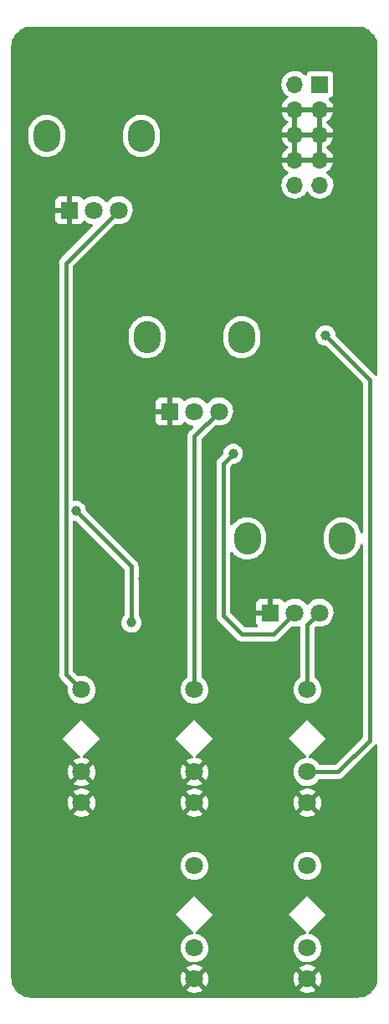
<source format=gtl>
G04 #@! TF.GenerationSoftware,KiCad,Pcbnew,6.0.0-d3dd2cf0fa~116~ubuntu20.04.1*
G04 #@! TF.CreationDate,2022-01-02T10:52:24-05:00*
G04 #@! TF.ProjectId,basic_mixer,62617369-635f-46d6-9978-65722e6b6963,0*
G04 #@! TF.SameCoordinates,Original*
G04 #@! TF.FileFunction,Copper,L1,Top*
G04 #@! TF.FilePolarity,Positive*
%FSLAX46Y46*%
G04 Gerber Fmt 4.6, Leading zero omitted, Abs format (unit mm)*
G04 Created by KiCad (PCBNEW 6.0.0-d3dd2cf0fa~116~ubuntu20.04.1) date 2022-01-02 10:52:24*
%MOMM*%
%LPD*%
G01*
G04 APERTURE LIST*
G04 #@! TA.AperFunction,ComponentPad*
%ADD10C,1.800000*%
G04 #@! TD*
G04 #@! TA.AperFunction,ComponentPad*
%ADD11O,2.720000X3.240000*%
G04 #@! TD*
G04 #@! TA.AperFunction,ComponentPad*
%ADD12R,1.800000X1.800000*%
G04 #@! TD*
G04 #@! TA.AperFunction,ComponentPad*
%ADD13R,1.700000X1.700000*%
G04 #@! TD*
G04 #@! TA.AperFunction,ComponentPad*
%ADD14O,1.700000X1.700000*%
G04 #@! TD*
G04 #@! TA.AperFunction,ViaPad*
%ADD15C,1.000000*%
G04 #@! TD*
G04 #@! TA.AperFunction,Conductor*
%ADD16C,0.400000*%
G04 #@! TD*
G04 APERTURE END LIST*
D10*
X144780000Y-116970000D03*
X144780000Y-113870000D03*
X144780000Y-105570000D03*
X133350000Y-134750000D03*
X133350000Y-131650000D03*
X133350000Y-123350000D03*
D11*
X128550000Y-69970000D03*
X138150000Y-69970000D03*
D12*
X130850000Y-77470000D03*
D10*
X133350000Y-77470000D03*
X135850000Y-77470000D03*
X121920000Y-116970000D03*
X121920000Y-113870000D03*
X121920000Y-105570000D03*
X133350000Y-116970000D03*
X133350000Y-113870000D03*
X133350000Y-105570000D03*
D11*
X148310000Y-90290000D03*
X138710000Y-90290000D03*
D12*
X141010000Y-97790000D03*
D10*
X143510000Y-97790000D03*
X146010000Y-97790000D03*
X144780000Y-134750000D03*
X144780000Y-131650000D03*
X144780000Y-123350000D03*
D11*
X118390000Y-49650000D03*
X127990000Y-49650000D03*
D12*
X120690000Y-57150000D03*
D10*
X123190000Y-57150000D03*
X125690000Y-57150000D03*
D13*
X146050000Y-44450000D03*
D14*
X143510000Y-44450000D03*
X146050000Y-46990000D03*
X143510000Y-46990000D03*
X146050000Y-49530000D03*
X143510000Y-49530000D03*
X146050000Y-52070000D03*
X143510000Y-52070000D03*
X146050000Y-54610000D03*
X143510000Y-54610000D03*
D15*
X121350000Y-87500000D03*
X126975000Y-98800000D03*
X146614000Y-69789000D03*
X130048000Y-85344000D03*
X145034000Y-73279000D03*
X128143000Y-94361000D03*
X125730000Y-85344000D03*
X148082000Y-73533000D03*
X130048000Y-94742000D03*
X137250000Y-81750000D03*
D16*
X126975000Y-93125000D02*
X126975000Y-98800000D01*
X121350000Y-87500000D02*
X126975000Y-93125000D01*
X151100000Y-110675000D02*
X151100000Y-74275000D01*
X144780000Y-113870000D02*
X147905000Y-113870000D01*
X147905000Y-113870000D02*
X151100000Y-110675000D01*
X151100000Y-74275000D02*
X146614000Y-69789000D01*
X120350000Y-104000000D02*
X120350000Y-62490000D01*
X120350000Y-62490000D02*
X125690000Y-57150000D01*
X121920000Y-105570000D02*
X120350000Y-104000000D01*
X133350000Y-79970000D02*
X135850000Y-77470000D01*
X133350000Y-105570000D02*
X133350000Y-79970000D01*
X144780000Y-99020000D02*
X146010000Y-97790000D01*
X144780000Y-105570000D02*
X144780000Y-99020000D01*
X138125200Y-99974400D02*
X136271000Y-98120200D01*
X136271000Y-82729000D02*
X137250000Y-81750000D01*
X143510000Y-97790000D02*
X141325600Y-99974400D01*
X136271000Y-98120200D02*
X136271000Y-82729000D01*
X141325600Y-99974400D02*
X138125200Y-99974400D01*
G04 #@! TA.AperFunction,Conductor*
G36*
X149830057Y-38609500D02*
G01*
X149844858Y-38611805D01*
X149844861Y-38611805D01*
X149853730Y-38613186D01*
X149869999Y-38611059D01*
X149894567Y-38610266D01*
X150116985Y-38624844D01*
X150133326Y-38626995D01*
X150377824Y-38675629D01*
X150393743Y-38679895D01*
X150629790Y-38760022D01*
X150645017Y-38766329D01*
X150868592Y-38876584D01*
X150882865Y-38884825D01*
X151090133Y-39023316D01*
X151103210Y-39033349D01*
X151290632Y-39197714D01*
X151302286Y-39209368D01*
X151466651Y-39396790D01*
X151476684Y-39409867D01*
X151615175Y-39617135D01*
X151623416Y-39631408D01*
X151733671Y-39854983D01*
X151739978Y-39870210D01*
X151820105Y-40106257D01*
X151824371Y-40122176D01*
X151873005Y-40366673D01*
X151875156Y-40383014D01*
X151889264Y-40598268D01*
X151888239Y-40621304D01*
X151888196Y-40624854D01*
X151886814Y-40633730D01*
X151888454Y-40646270D01*
X151890936Y-40665251D01*
X151892000Y-40681589D01*
X151892000Y-73770651D01*
X151871998Y-73838772D01*
X151818342Y-73885265D01*
X151748068Y-73895369D01*
X151683488Y-73865875D01*
X151662159Y-73842017D01*
X151639658Y-73809277D01*
X151635357Y-73803019D01*
X151588829Y-73761564D01*
X151583554Y-73756584D01*
X147660522Y-69833552D01*
X147626496Y-69771240D01*
X147624218Y-69756753D01*
X147613104Y-69643407D01*
X147608080Y-69592167D01*
X147587477Y-69523925D01*
X147552697Y-69408731D01*
X147550916Y-69402831D01*
X147458066Y-69228204D01*
X147387709Y-69141938D01*
X147336960Y-69079713D01*
X147336957Y-69079710D01*
X147333065Y-69074938D01*
X147326724Y-69069692D01*
X147185425Y-68952799D01*
X147185421Y-68952797D01*
X147180675Y-68948870D01*
X147006701Y-68854802D01*
X146817768Y-68796318D01*
X146811643Y-68795674D01*
X146811642Y-68795674D01*
X146627204Y-68776289D01*
X146627202Y-68776289D01*
X146621075Y-68775645D01*
X146538576Y-68783153D01*
X146430251Y-68793011D01*
X146430248Y-68793012D01*
X146424112Y-68793570D01*
X146418206Y-68795308D01*
X146418202Y-68795309D01*
X146313076Y-68826249D01*
X146234381Y-68849410D01*
X146228923Y-68852263D01*
X146228919Y-68852265D01*
X146138147Y-68899720D01*
X146059110Y-68941040D01*
X145904975Y-69064968D01*
X145777846Y-69216474D01*
X145774879Y-69221872D01*
X145774875Y-69221877D01*
X145753229Y-69261252D01*
X145682567Y-69389787D01*
X145680706Y-69395654D01*
X145680705Y-69395656D01*
X145624627Y-69572436D01*
X145622765Y-69578306D01*
X145600719Y-69774851D01*
X145617268Y-69971934D01*
X145671783Y-70162050D01*
X145674602Y-70167535D01*
X145742107Y-70298884D01*
X145762187Y-70337956D01*
X145885035Y-70492953D01*
X146035650Y-70621136D01*
X146208294Y-70717624D01*
X146396392Y-70778740D01*
X146573355Y-70799842D01*
X146586253Y-70801380D01*
X146651526Y-70829308D01*
X146660429Y-70837399D01*
X150354595Y-74531565D01*
X150388621Y-74593877D01*
X150391500Y-74620660D01*
X150391500Y-89635402D01*
X150371498Y-89703523D01*
X150317842Y-89750016D01*
X150247568Y-89760120D01*
X150182988Y-89730626D01*
X150144604Y-89670900D01*
X150142463Y-89662566D01*
X150106400Y-89499223D01*
X150106399Y-89499219D01*
X150105415Y-89494763D01*
X150009345Y-89241190D01*
X149877676Y-89004141D01*
X149713167Y-88788583D01*
X149519264Y-88599030D01*
X149380097Y-88497733D01*
X149303721Y-88442141D01*
X149300028Y-88439453D01*
X149060053Y-88313196D01*
X149055752Y-88311677D01*
X149055747Y-88311675D01*
X148877998Y-88248906D01*
X148804366Y-88222904D01*
X148706347Y-88203585D01*
X148542794Y-88171348D01*
X148542788Y-88171347D01*
X148538322Y-88170467D01*
X148533768Y-88170240D01*
X148533766Y-88170240D01*
X148272064Y-88157211D01*
X148272058Y-88157211D01*
X148267495Y-88156984D01*
X147997559Y-88182738D01*
X147993130Y-88183822D01*
X147993123Y-88183823D01*
X147863069Y-88215648D01*
X147734168Y-88247190D01*
X147729933Y-88248905D01*
X147729931Y-88248906D01*
X147487069Y-88347275D01*
X147482840Y-88348988D01*
X147248839Y-88486001D01*
X147037068Y-88655359D01*
X147033947Y-88658700D01*
X146909224Y-88792215D01*
X146851963Y-88853512D01*
X146697402Y-89076312D01*
X146695374Y-89080388D01*
X146695373Y-89080390D01*
X146613252Y-89245460D01*
X146576621Y-89319090D01*
X146492153Y-89576760D01*
X146445765Y-89843925D01*
X146441500Y-89929600D01*
X146441500Y-90618884D01*
X146441665Y-90621152D01*
X146441665Y-90621164D01*
X146449725Y-90732238D01*
X146456125Y-90820451D01*
X146457109Y-90824906D01*
X146457109Y-90824909D01*
X146496482Y-91003240D01*
X146514585Y-91085237D01*
X146610655Y-91338810D01*
X146742324Y-91575859D01*
X146906833Y-91791417D01*
X147100736Y-91980970D01*
X147319972Y-92140547D01*
X147559947Y-92266804D01*
X147564248Y-92268323D01*
X147564253Y-92268325D01*
X147697087Y-92315233D01*
X147815634Y-92357096D01*
X147913653Y-92376415D01*
X148077206Y-92408652D01*
X148077212Y-92408653D01*
X148081678Y-92409533D01*
X148086232Y-92409760D01*
X148086234Y-92409760D01*
X148347936Y-92422789D01*
X148347942Y-92422789D01*
X148352505Y-92423016D01*
X148622441Y-92397262D01*
X148626870Y-92396178D01*
X148626877Y-92396177D01*
X148786584Y-92357096D01*
X148885832Y-92332810D01*
X149045039Y-92268325D01*
X149132931Y-92232725D01*
X149132932Y-92232725D01*
X149137160Y-92231012D01*
X149371161Y-92093999D01*
X149582932Y-91924641D01*
X149704399Y-91794612D01*
X149764921Y-91729824D01*
X149764923Y-91729821D01*
X149768037Y-91726488D01*
X149922598Y-91503688D01*
X150004624Y-91338810D01*
X150041346Y-91264997D01*
X150041347Y-91264994D01*
X150043379Y-91260910D01*
X150127847Y-91003240D01*
X150141357Y-90925431D01*
X150172718Y-90861736D01*
X150233536Y-90825108D01*
X150304503Y-90827175D01*
X150363086Y-90867281D01*
X150390687Y-90932693D01*
X150391500Y-90946986D01*
X150391500Y-110329340D01*
X150371498Y-110397461D01*
X150354595Y-110418435D01*
X147648435Y-113124595D01*
X147586123Y-113158621D01*
X147559340Y-113161500D01*
X146067840Y-113161500D01*
X145999719Y-113141498D01*
X145962048Y-113103941D01*
X145902571Y-113012004D01*
X145899764Y-113007665D01*
X145743887Y-112836358D01*
X145739836Y-112833159D01*
X145739832Y-112833155D01*
X145566177Y-112696011D01*
X145566172Y-112696008D01*
X145562123Y-112692810D01*
X145557607Y-112690317D01*
X145557604Y-112690315D01*
X145363879Y-112583373D01*
X145363875Y-112583371D01*
X145359355Y-112580876D01*
X145354486Y-112579152D01*
X145354482Y-112579150D01*
X145145903Y-112505288D01*
X145145899Y-112505287D01*
X145141028Y-112503562D01*
X145135935Y-112502655D01*
X145135932Y-112502654D01*
X144980223Y-112474918D01*
X144916665Y-112443280D01*
X144880302Y-112382303D01*
X144882679Y-112311346D01*
X144913224Y-112261776D01*
X146685000Y-110490000D01*
X144780000Y-108585000D01*
X142875000Y-110490000D01*
X144647394Y-112262394D01*
X144681420Y-112324706D01*
X144676355Y-112395521D01*
X144633808Y-112452357D01*
X144577359Y-112476038D01*
X144519408Y-112484906D01*
X144457578Y-112494367D01*
X144457573Y-112494368D01*
X144452464Y-112495150D01*
X144232314Y-112567106D01*
X144227726Y-112569494D01*
X144227722Y-112569496D01*
X144031461Y-112671663D01*
X144026872Y-112674052D01*
X144022739Y-112677155D01*
X144022736Y-112677157D01*
X143963284Y-112721795D01*
X143841655Y-112813117D01*
X143681639Y-112980564D01*
X143678725Y-112984836D01*
X143678724Y-112984837D01*
X143663152Y-113007665D01*
X143551119Y-113171899D01*
X143453602Y-113381981D01*
X143391707Y-113605169D01*
X143367095Y-113835469D01*
X143367392Y-113840622D01*
X143367392Y-113840625D01*
X143380129Y-114061529D01*
X143380427Y-114066697D01*
X143381564Y-114071743D01*
X143381565Y-114071749D01*
X143402228Y-114163436D01*
X143431346Y-114292642D01*
X143433288Y-114297424D01*
X143433289Y-114297428D01*
X143514305Y-114496946D01*
X143518484Y-114507237D01*
X143639501Y-114704719D01*
X143791147Y-114879784D01*
X143969349Y-115027730D01*
X144169322Y-115144584D01*
X144385694Y-115227209D01*
X144390760Y-115228240D01*
X144390761Y-115228240D01*
X144443846Y-115239040D01*
X144612656Y-115273385D01*
X144743324Y-115278176D01*
X144838949Y-115281683D01*
X144838953Y-115281683D01*
X144844113Y-115281872D01*
X144849233Y-115281216D01*
X144849235Y-115281216D01*
X144922291Y-115271857D01*
X145073847Y-115252442D01*
X145078795Y-115250957D01*
X145078802Y-115250956D01*
X145290747Y-115187369D01*
X145295690Y-115185886D01*
X145377161Y-115145974D01*
X145499049Y-115086262D01*
X145499052Y-115086260D01*
X145503684Y-115083991D01*
X145692243Y-114949494D01*
X145856303Y-114786005D01*
X145967704Y-114630974D01*
X146023699Y-114587326D01*
X146070027Y-114578500D01*
X147876088Y-114578500D01*
X147884658Y-114578792D01*
X147934776Y-114582209D01*
X147934780Y-114582209D01*
X147942352Y-114582725D01*
X147949829Y-114581420D01*
X147949830Y-114581420D01*
X147976308Y-114576799D01*
X148005303Y-114571738D01*
X148011821Y-114570777D01*
X148075242Y-114563102D01*
X148082343Y-114560419D01*
X148084952Y-114559778D01*
X148101262Y-114555315D01*
X148103798Y-114554550D01*
X148111284Y-114553243D01*
X148169800Y-114527556D01*
X148175904Y-114525065D01*
X148228548Y-114505173D01*
X148228549Y-114505172D01*
X148235656Y-114502487D01*
X148241919Y-114498183D01*
X148244285Y-114496946D01*
X148259097Y-114488701D01*
X148261351Y-114487368D01*
X148268305Y-114484315D01*
X148319002Y-114445413D01*
X148324332Y-114441541D01*
X148370720Y-114409661D01*
X148370725Y-114409656D01*
X148376981Y-114405357D01*
X148418436Y-114358829D01*
X148423416Y-114353554D01*
X151580528Y-111196443D01*
X151586793Y-111190589D01*
X151624664Y-111157552D01*
X151624665Y-111157551D01*
X151630385Y-111152561D01*
X151662915Y-111106276D01*
X151718449Y-111062046D01*
X151789081Y-111054861D01*
X151852385Y-111087003D01*
X151888262Y-111148268D01*
X151892000Y-111178729D01*
X151892000Y-134570672D01*
X151890500Y-134590056D01*
X151886814Y-134613730D01*
X151888941Y-134629999D01*
X151889734Y-134654567D01*
X151875156Y-134876985D01*
X151873005Y-134893326D01*
X151824371Y-135137824D01*
X151820105Y-135153743D01*
X151739978Y-135389790D01*
X151733671Y-135405017D01*
X151623416Y-135628592D01*
X151615175Y-135642865D01*
X151476684Y-135850133D01*
X151466654Y-135863206D01*
X151424384Y-135911406D01*
X151302286Y-136050632D01*
X151290632Y-136062286D01*
X151178397Y-136160714D01*
X151103210Y-136226651D01*
X151090133Y-136236684D01*
X150882865Y-136375175D01*
X150868592Y-136383416D01*
X150645017Y-136493671D01*
X150629790Y-136499978D01*
X150393743Y-136580105D01*
X150377824Y-136584371D01*
X150133327Y-136633005D01*
X150116986Y-136635156D01*
X149901732Y-136649264D01*
X149878696Y-136648239D01*
X149875146Y-136648196D01*
X149866270Y-136646814D01*
X149837762Y-136650542D01*
X149834749Y-136650936D01*
X149818411Y-136652000D01*
X116889328Y-136652000D01*
X116869943Y-136650500D01*
X116855142Y-136648195D01*
X116855139Y-136648195D01*
X116846270Y-136646814D01*
X116830001Y-136648941D01*
X116805433Y-136649734D01*
X116583015Y-136635156D01*
X116566674Y-136633005D01*
X116322176Y-136584371D01*
X116306257Y-136580105D01*
X116070210Y-136499978D01*
X116054983Y-136493671D01*
X115831408Y-136383416D01*
X115817135Y-136375175D01*
X115609867Y-136236684D01*
X115596790Y-136226651D01*
X115521604Y-136160714D01*
X115409368Y-136062286D01*
X115397714Y-136050632D01*
X115275616Y-135911406D01*
X132553423Y-135911406D01*
X132558704Y-135918461D01*
X132735080Y-136021527D01*
X132744363Y-136025974D01*
X132951003Y-136104883D01*
X132960901Y-136107759D01*
X133177653Y-136151857D01*
X133187883Y-136153076D01*
X133408914Y-136161182D01*
X133419223Y-136160714D01*
X133638623Y-136132608D01*
X133648688Y-136130468D01*
X133860557Y-136066905D01*
X133870152Y-136063144D01*
X134068778Y-135965838D01*
X134077636Y-135960559D01*
X134135097Y-135919572D01*
X134141509Y-135911406D01*
X143983423Y-135911406D01*
X143988704Y-135918461D01*
X144165080Y-136021527D01*
X144174363Y-136025974D01*
X144381003Y-136104883D01*
X144390901Y-136107759D01*
X144607653Y-136151857D01*
X144617883Y-136153076D01*
X144838914Y-136161182D01*
X144849223Y-136160714D01*
X145068623Y-136132608D01*
X145078688Y-136130468D01*
X145290557Y-136066905D01*
X145300152Y-136063144D01*
X145498778Y-135965838D01*
X145507636Y-135960559D01*
X145565097Y-135919572D01*
X145573497Y-135908874D01*
X145566510Y-135895721D01*
X144792811Y-135122021D01*
X144778868Y-135114408D01*
X144777034Y-135114539D01*
X144770420Y-135118790D01*
X143990180Y-135899031D01*
X143983423Y-135911406D01*
X134141509Y-135911406D01*
X134143497Y-135908874D01*
X134136510Y-135895721D01*
X133362811Y-135122021D01*
X133348868Y-135114408D01*
X133347034Y-135114539D01*
X133340420Y-135118790D01*
X132560180Y-135899031D01*
X132553423Y-135911406D01*
X115275616Y-135911406D01*
X115233346Y-135863206D01*
X115223316Y-135850133D01*
X115084825Y-135642865D01*
X115076584Y-135628592D01*
X114966329Y-135405017D01*
X114960022Y-135389790D01*
X114879895Y-135153743D01*
X114875629Y-135137824D01*
X114826995Y-134893327D01*
X114824844Y-134876986D01*
X114814597Y-134720638D01*
X131937893Y-134720638D01*
X131950627Y-134941468D01*
X131952061Y-134951670D01*
X132000685Y-135167439D01*
X132003773Y-135177292D01*
X132086986Y-135382220D01*
X132091634Y-135391421D01*
X132180097Y-135535781D01*
X132190553Y-135545242D01*
X132199331Y-135541458D01*
X132977979Y-134762811D01*
X132984356Y-134751132D01*
X133714408Y-134751132D01*
X133714539Y-134752966D01*
X133718790Y-134759580D01*
X134496307Y-135537096D01*
X134508313Y-135543652D01*
X134520052Y-135534684D01*
X134558010Y-135481859D01*
X134563321Y-135473020D01*
X134661318Y-135274737D01*
X134665117Y-135265142D01*
X134729415Y-135053517D01*
X134731594Y-135043436D01*
X134760702Y-134822338D01*
X134761221Y-134815663D01*
X134762744Y-134753364D01*
X134762550Y-134746646D01*
X134760412Y-134720638D01*
X143367893Y-134720638D01*
X143380627Y-134941468D01*
X143382061Y-134951670D01*
X143430685Y-135167439D01*
X143433773Y-135177292D01*
X143516986Y-135382220D01*
X143521634Y-135391421D01*
X143610097Y-135535781D01*
X143620553Y-135545242D01*
X143629331Y-135541458D01*
X144407979Y-134762811D01*
X144414356Y-134751132D01*
X145144408Y-134751132D01*
X145144539Y-134752966D01*
X145148790Y-134759580D01*
X145926307Y-135537096D01*
X145938313Y-135543652D01*
X145950052Y-135534684D01*
X145988010Y-135481859D01*
X145993321Y-135473020D01*
X146091318Y-135274737D01*
X146095117Y-135265142D01*
X146159415Y-135053517D01*
X146161594Y-135043436D01*
X146190702Y-134822338D01*
X146191221Y-134815663D01*
X146192744Y-134753364D01*
X146192550Y-134746646D01*
X146174279Y-134524400D01*
X146172596Y-134514238D01*
X146118710Y-134299708D01*
X146115389Y-134289953D01*
X146027193Y-134087118D01*
X146022315Y-134078020D01*
X145949224Y-133965038D01*
X145938538Y-133955835D01*
X145928973Y-133960238D01*
X145152021Y-134737189D01*
X145144408Y-134751132D01*
X144414356Y-134751132D01*
X144415592Y-134748868D01*
X144415461Y-134747034D01*
X144411210Y-134740420D01*
X143633862Y-133963073D01*
X143622330Y-133956776D01*
X143610048Y-133966399D01*
X143554467Y-134047877D01*
X143549379Y-134056833D01*
X143456252Y-134257459D01*
X143452689Y-134267146D01*
X143393581Y-134480280D01*
X143391650Y-134490400D01*
X143368145Y-134710349D01*
X143367893Y-134720638D01*
X134760412Y-134720638D01*
X134744279Y-134524400D01*
X134742596Y-134514238D01*
X134688710Y-134299708D01*
X134685389Y-134289953D01*
X134597193Y-134087118D01*
X134592315Y-134078020D01*
X134519224Y-133965038D01*
X134508538Y-133955835D01*
X134498973Y-133960238D01*
X133722021Y-134737189D01*
X133714408Y-134751132D01*
X132984356Y-134751132D01*
X132985592Y-134748868D01*
X132985461Y-134747034D01*
X132981210Y-134740420D01*
X132203862Y-133963073D01*
X132192330Y-133956776D01*
X132180048Y-133966399D01*
X132124467Y-134047877D01*
X132119379Y-134056833D01*
X132026252Y-134257459D01*
X132022689Y-134267146D01*
X131963581Y-134480280D01*
X131961650Y-134490400D01*
X131938145Y-134710349D01*
X131937893Y-134720638D01*
X114814597Y-134720638D01*
X114810736Y-134661732D01*
X114811761Y-134638696D01*
X114811804Y-134635146D01*
X114813186Y-134626270D01*
X114809064Y-134594748D01*
X114808000Y-134578411D01*
X114808000Y-133590711D01*
X132555508Y-133590711D01*
X132562251Y-133603040D01*
X133337189Y-134377979D01*
X133351132Y-134385592D01*
X133352966Y-134385461D01*
X133359580Y-134381210D01*
X134138994Y-133601795D01*
X134145046Y-133590711D01*
X143985508Y-133590711D01*
X143992251Y-133603040D01*
X144767189Y-134377979D01*
X144781132Y-134385592D01*
X144782966Y-134385461D01*
X144789580Y-134381210D01*
X145568994Y-133601795D01*
X145576011Y-133588944D01*
X145568237Y-133578274D01*
X145565902Y-133576430D01*
X145557320Y-133570729D01*
X145363678Y-133463833D01*
X145354272Y-133459606D01*
X145145772Y-133385772D01*
X145135809Y-133383140D01*
X144918047Y-133344350D01*
X144907796Y-133343381D01*
X144686616Y-133340679D01*
X144676332Y-133341399D01*
X144457693Y-133374855D01*
X144447666Y-133377244D01*
X144237426Y-133445961D01*
X144227916Y-133449958D01*
X144031725Y-133552089D01*
X144023007Y-133557578D01*
X143993961Y-133579386D01*
X143985508Y-133590711D01*
X134145046Y-133590711D01*
X134146011Y-133588944D01*
X134138237Y-133578274D01*
X134135902Y-133576430D01*
X134127320Y-133570729D01*
X133933678Y-133463833D01*
X133924272Y-133459606D01*
X133715772Y-133385772D01*
X133705809Y-133383140D01*
X133488047Y-133344350D01*
X133477796Y-133343381D01*
X133256616Y-133340679D01*
X133246332Y-133341399D01*
X133027693Y-133374855D01*
X133017666Y-133377244D01*
X132807426Y-133445961D01*
X132797916Y-133449958D01*
X132601725Y-133552089D01*
X132593007Y-133557578D01*
X132563961Y-133579386D01*
X132555508Y-133590711D01*
X114808000Y-133590711D01*
X114808000Y-128270000D01*
X131445000Y-128270000D01*
X133217394Y-130042394D01*
X133251420Y-130104706D01*
X133246355Y-130175521D01*
X133203808Y-130232357D01*
X133147359Y-130256038D01*
X133089408Y-130264906D01*
X133027578Y-130274367D01*
X133027573Y-130274368D01*
X133022464Y-130275150D01*
X132802314Y-130347106D01*
X132797726Y-130349494D01*
X132797722Y-130349496D01*
X132771065Y-130363373D01*
X132596872Y-130454052D01*
X132592739Y-130457155D01*
X132592736Y-130457157D01*
X132567625Y-130476011D01*
X132411655Y-130593117D01*
X132251639Y-130760564D01*
X132248725Y-130764836D01*
X132248724Y-130764837D01*
X132233152Y-130787665D01*
X132121119Y-130951899D01*
X132023602Y-131161981D01*
X131961707Y-131385169D01*
X131937095Y-131615469D01*
X131937392Y-131620622D01*
X131937392Y-131620625D01*
X131943067Y-131719041D01*
X131950427Y-131846697D01*
X131951564Y-131851743D01*
X131951565Y-131851749D01*
X131983741Y-131994523D01*
X132001346Y-132072642D01*
X132003288Y-132077424D01*
X132003289Y-132077428D01*
X132086540Y-132282450D01*
X132088484Y-132287237D01*
X132209501Y-132484719D01*
X132361147Y-132659784D01*
X132539349Y-132807730D01*
X132739322Y-132924584D01*
X132955694Y-133007209D01*
X132960760Y-133008240D01*
X132960761Y-133008240D01*
X133013846Y-133019040D01*
X133182656Y-133053385D01*
X133313324Y-133058176D01*
X133408949Y-133061683D01*
X133408953Y-133061683D01*
X133414113Y-133061872D01*
X133419233Y-133061216D01*
X133419235Y-133061216D01*
X133492270Y-133051860D01*
X133643847Y-133032442D01*
X133648795Y-133030957D01*
X133648802Y-133030956D01*
X133860747Y-132967369D01*
X133865690Y-132965886D01*
X133946236Y-132926427D01*
X134069049Y-132866262D01*
X134069052Y-132866260D01*
X134073684Y-132863991D01*
X134262243Y-132729494D01*
X134426303Y-132566005D01*
X134561458Y-132377917D01*
X134608641Y-132282450D01*
X134661784Y-132174922D01*
X134661785Y-132174920D01*
X134664078Y-132170280D01*
X134731408Y-131948671D01*
X134761640Y-131719041D01*
X134763327Y-131650000D01*
X134757032Y-131573434D01*
X134744773Y-131424318D01*
X134744772Y-131424312D01*
X134744349Y-131419167D01*
X134687925Y-131194533D01*
X134685866Y-131189797D01*
X134597630Y-130986868D01*
X134597628Y-130986865D01*
X134595570Y-130982131D01*
X134469764Y-130787665D01*
X134313887Y-130616358D01*
X134309836Y-130613159D01*
X134309832Y-130613155D01*
X134136177Y-130476011D01*
X134136172Y-130476008D01*
X134132123Y-130472810D01*
X134127607Y-130470317D01*
X134127604Y-130470315D01*
X133933879Y-130363373D01*
X133933875Y-130363371D01*
X133929355Y-130360876D01*
X133924486Y-130359152D01*
X133924482Y-130359150D01*
X133715903Y-130285288D01*
X133715899Y-130285287D01*
X133711028Y-130283562D01*
X133705935Y-130282655D01*
X133705932Y-130282654D01*
X133550223Y-130254918D01*
X133486665Y-130223280D01*
X133450302Y-130162303D01*
X133452679Y-130091346D01*
X133483224Y-130041776D01*
X135255000Y-128270000D01*
X142875000Y-128270000D01*
X144647394Y-130042394D01*
X144681420Y-130104706D01*
X144676355Y-130175521D01*
X144633808Y-130232357D01*
X144577359Y-130256038D01*
X144519408Y-130264906D01*
X144457578Y-130274367D01*
X144457573Y-130274368D01*
X144452464Y-130275150D01*
X144232314Y-130347106D01*
X144227726Y-130349494D01*
X144227722Y-130349496D01*
X144201065Y-130363373D01*
X144026872Y-130454052D01*
X144022739Y-130457155D01*
X144022736Y-130457157D01*
X143997625Y-130476011D01*
X143841655Y-130593117D01*
X143681639Y-130760564D01*
X143678725Y-130764836D01*
X143678724Y-130764837D01*
X143663152Y-130787665D01*
X143551119Y-130951899D01*
X143453602Y-131161981D01*
X143391707Y-131385169D01*
X143367095Y-131615469D01*
X143367392Y-131620622D01*
X143367392Y-131620625D01*
X143373067Y-131719041D01*
X143380427Y-131846697D01*
X143381564Y-131851743D01*
X143381565Y-131851749D01*
X143413741Y-131994523D01*
X143431346Y-132072642D01*
X143433288Y-132077424D01*
X143433289Y-132077428D01*
X143516540Y-132282450D01*
X143518484Y-132287237D01*
X143639501Y-132484719D01*
X143791147Y-132659784D01*
X143969349Y-132807730D01*
X144169322Y-132924584D01*
X144385694Y-133007209D01*
X144390760Y-133008240D01*
X144390761Y-133008240D01*
X144443846Y-133019040D01*
X144612656Y-133053385D01*
X144743324Y-133058176D01*
X144838949Y-133061683D01*
X144838953Y-133061683D01*
X144844113Y-133061872D01*
X144849233Y-133061216D01*
X144849235Y-133061216D01*
X144922270Y-133051860D01*
X145073847Y-133032442D01*
X145078795Y-133030957D01*
X145078802Y-133030956D01*
X145290747Y-132967369D01*
X145295690Y-132965886D01*
X145376236Y-132926427D01*
X145499049Y-132866262D01*
X145499052Y-132866260D01*
X145503684Y-132863991D01*
X145692243Y-132729494D01*
X145856303Y-132566005D01*
X145991458Y-132377917D01*
X146038641Y-132282450D01*
X146091784Y-132174922D01*
X146091785Y-132174920D01*
X146094078Y-132170280D01*
X146161408Y-131948671D01*
X146191640Y-131719041D01*
X146193327Y-131650000D01*
X146187032Y-131573434D01*
X146174773Y-131424318D01*
X146174772Y-131424312D01*
X146174349Y-131419167D01*
X146117925Y-131194533D01*
X146115866Y-131189797D01*
X146027630Y-130986868D01*
X146027628Y-130986865D01*
X146025570Y-130982131D01*
X145899764Y-130787665D01*
X145743887Y-130616358D01*
X145739836Y-130613159D01*
X145739832Y-130613155D01*
X145566177Y-130476011D01*
X145566172Y-130476008D01*
X145562123Y-130472810D01*
X145557607Y-130470317D01*
X145557604Y-130470315D01*
X145363879Y-130363373D01*
X145363875Y-130363371D01*
X145359355Y-130360876D01*
X145354486Y-130359152D01*
X145354482Y-130359150D01*
X145145903Y-130285288D01*
X145145899Y-130285287D01*
X145141028Y-130283562D01*
X145135935Y-130282655D01*
X145135932Y-130282654D01*
X144980223Y-130254918D01*
X144916665Y-130223280D01*
X144880302Y-130162303D01*
X144882679Y-130091346D01*
X144913224Y-130041776D01*
X146685000Y-128270000D01*
X144780000Y-126365000D01*
X142875000Y-128270000D01*
X135255000Y-128270000D01*
X133350000Y-126365000D01*
X131445000Y-128270000D01*
X114808000Y-128270000D01*
X114808000Y-123315469D01*
X131937095Y-123315469D01*
X131937392Y-123320622D01*
X131937392Y-123320625D01*
X131943067Y-123419041D01*
X131950427Y-123546697D01*
X131951564Y-123551743D01*
X131951565Y-123551749D01*
X131983741Y-123694523D01*
X132001346Y-123772642D01*
X132003288Y-123777424D01*
X132003289Y-123777428D01*
X132086540Y-123982450D01*
X132088484Y-123987237D01*
X132209501Y-124184719D01*
X132361147Y-124359784D01*
X132539349Y-124507730D01*
X132739322Y-124624584D01*
X132955694Y-124707209D01*
X132960760Y-124708240D01*
X132960761Y-124708240D01*
X133013846Y-124719040D01*
X133182656Y-124753385D01*
X133313324Y-124758176D01*
X133408949Y-124761683D01*
X133408953Y-124761683D01*
X133414113Y-124761872D01*
X133419233Y-124761216D01*
X133419235Y-124761216D01*
X133492270Y-124751860D01*
X133643847Y-124732442D01*
X133648795Y-124730957D01*
X133648802Y-124730956D01*
X133860747Y-124667369D01*
X133865690Y-124665886D01*
X133946236Y-124626427D01*
X134069049Y-124566262D01*
X134069052Y-124566260D01*
X134073684Y-124563991D01*
X134262243Y-124429494D01*
X134426303Y-124266005D01*
X134561458Y-124077917D01*
X134608641Y-123982450D01*
X134661784Y-123874922D01*
X134661785Y-123874920D01*
X134664078Y-123870280D01*
X134731408Y-123648671D01*
X134761640Y-123419041D01*
X134763327Y-123350000D01*
X134760488Y-123315469D01*
X143367095Y-123315469D01*
X143367392Y-123320622D01*
X143367392Y-123320625D01*
X143373067Y-123419041D01*
X143380427Y-123546697D01*
X143381564Y-123551743D01*
X143381565Y-123551749D01*
X143413741Y-123694523D01*
X143431346Y-123772642D01*
X143433288Y-123777424D01*
X143433289Y-123777428D01*
X143516540Y-123982450D01*
X143518484Y-123987237D01*
X143639501Y-124184719D01*
X143791147Y-124359784D01*
X143969349Y-124507730D01*
X144169322Y-124624584D01*
X144385694Y-124707209D01*
X144390760Y-124708240D01*
X144390761Y-124708240D01*
X144443846Y-124719040D01*
X144612656Y-124753385D01*
X144743324Y-124758176D01*
X144838949Y-124761683D01*
X144838953Y-124761683D01*
X144844113Y-124761872D01*
X144849233Y-124761216D01*
X144849235Y-124761216D01*
X144922270Y-124751860D01*
X145073847Y-124732442D01*
X145078795Y-124730957D01*
X145078802Y-124730956D01*
X145290747Y-124667369D01*
X145295690Y-124665886D01*
X145376236Y-124626427D01*
X145499049Y-124566262D01*
X145499052Y-124566260D01*
X145503684Y-124563991D01*
X145692243Y-124429494D01*
X145856303Y-124266005D01*
X145991458Y-124077917D01*
X146038641Y-123982450D01*
X146091784Y-123874922D01*
X146091785Y-123874920D01*
X146094078Y-123870280D01*
X146161408Y-123648671D01*
X146191640Y-123419041D01*
X146193327Y-123350000D01*
X146187032Y-123273434D01*
X146174773Y-123124318D01*
X146174772Y-123124312D01*
X146174349Y-123119167D01*
X146117925Y-122894533D01*
X146115866Y-122889797D01*
X146027630Y-122686868D01*
X146027628Y-122686865D01*
X146025570Y-122682131D01*
X145899764Y-122487665D01*
X145743887Y-122316358D01*
X145739836Y-122313159D01*
X145739832Y-122313155D01*
X145566177Y-122176011D01*
X145566172Y-122176008D01*
X145562123Y-122172810D01*
X145557607Y-122170317D01*
X145557604Y-122170315D01*
X145363879Y-122063373D01*
X145363875Y-122063371D01*
X145359355Y-122060876D01*
X145354486Y-122059152D01*
X145354482Y-122059150D01*
X145145903Y-121985288D01*
X145145899Y-121985287D01*
X145141028Y-121983562D01*
X145135935Y-121982655D01*
X145135932Y-121982654D01*
X144918095Y-121943851D01*
X144918089Y-121943850D01*
X144913006Y-121942945D01*
X144840096Y-121942054D01*
X144686581Y-121940179D01*
X144686579Y-121940179D01*
X144681411Y-121940116D01*
X144452464Y-121975150D01*
X144232314Y-122047106D01*
X144227726Y-122049494D01*
X144227722Y-122049496D01*
X144201065Y-122063373D01*
X144026872Y-122154052D01*
X144022739Y-122157155D01*
X144022736Y-122157157D01*
X143997625Y-122176011D01*
X143841655Y-122293117D01*
X143681639Y-122460564D01*
X143678725Y-122464836D01*
X143678724Y-122464837D01*
X143663152Y-122487665D01*
X143551119Y-122651899D01*
X143453602Y-122861981D01*
X143391707Y-123085169D01*
X143367095Y-123315469D01*
X134760488Y-123315469D01*
X134757032Y-123273434D01*
X134744773Y-123124318D01*
X134744772Y-123124312D01*
X134744349Y-123119167D01*
X134687925Y-122894533D01*
X134685866Y-122889797D01*
X134597630Y-122686868D01*
X134597628Y-122686865D01*
X134595570Y-122682131D01*
X134469764Y-122487665D01*
X134313887Y-122316358D01*
X134309836Y-122313159D01*
X134309832Y-122313155D01*
X134136177Y-122176011D01*
X134136172Y-122176008D01*
X134132123Y-122172810D01*
X134127607Y-122170317D01*
X134127604Y-122170315D01*
X133933879Y-122063373D01*
X133933875Y-122063371D01*
X133929355Y-122060876D01*
X133924486Y-122059152D01*
X133924482Y-122059150D01*
X133715903Y-121985288D01*
X133715899Y-121985287D01*
X133711028Y-121983562D01*
X133705935Y-121982655D01*
X133705932Y-121982654D01*
X133488095Y-121943851D01*
X133488089Y-121943850D01*
X133483006Y-121942945D01*
X133410096Y-121942054D01*
X133256581Y-121940179D01*
X133256579Y-121940179D01*
X133251411Y-121940116D01*
X133022464Y-121975150D01*
X132802314Y-122047106D01*
X132797726Y-122049494D01*
X132797722Y-122049496D01*
X132771065Y-122063373D01*
X132596872Y-122154052D01*
X132592739Y-122157155D01*
X132592736Y-122157157D01*
X132567625Y-122176011D01*
X132411655Y-122293117D01*
X132251639Y-122460564D01*
X132248725Y-122464836D01*
X132248724Y-122464837D01*
X132233152Y-122487665D01*
X132121119Y-122651899D01*
X132023602Y-122861981D01*
X131961707Y-123085169D01*
X131937095Y-123315469D01*
X114808000Y-123315469D01*
X114808000Y-118131406D01*
X121123423Y-118131406D01*
X121128704Y-118138461D01*
X121305080Y-118241527D01*
X121314363Y-118245974D01*
X121521003Y-118324883D01*
X121530901Y-118327759D01*
X121747653Y-118371857D01*
X121757883Y-118373076D01*
X121978914Y-118381182D01*
X121989223Y-118380714D01*
X122208623Y-118352608D01*
X122218688Y-118350468D01*
X122430557Y-118286905D01*
X122440152Y-118283144D01*
X122638778Y-118185838D01*
X122647636Y-118180559D01*
X122705097Y-118139572D01*
X122711509Y-118131406D01*
X132553423Y-118131406D01*
X132558704Y-118138461D01*
X132735080Y-118241527D01*
X132744363Y-118245974D01*
X132951003Y-118324883D01*
X132960901Y-118327759D01*
X133177653Y-118371857D01*
X133187883Y-118373076D01*
X133408914Y-118381182D01*
X133419223Y-118380714D01*
X133638623Y-118352608D01*
X133648688Y-118350468D01*
X133860557Y-118286905D01*
X133870152Y-118283144D01*
X134068778Y-118185838D01*
X134077636Y-118180559D01*
X134135097Y-118139572D01*
X134141509Y-118131406D01*
X143983423Y-118131406D01*
X143988704Y-118138461D01*
X144165080Y-118241527D01*
X144174363Y-118245974D01*
X144381003Y-118324883D01*
X144390901Y-118327759D01*
X144607653Y-118371857D01*
X144617883Y-118373076D01*
X144838914Y-118381182D01*
X144849223Y-118380714D01*
X145068623Y-118352608D01*
X145078688Y-118350468D01*
X145290557Y-118286905D01*
X145300152Y-118283144D01*
X145498778Y-118185838D01*
X145507636Y-118180559D01*
X145565097Y-118139572D01*
X145573497Y-118128874D01*
X145566510Y-118115721D01*
X144792811Y-117342021D01*
X144778868Y-117334408D01*
X144777034Y-117334539D01*
X144770420Y-117338790D01*
X143990180Y-118119031D01*
X143983423Y-118131406D01*
X134141509Y-118131406D01*
X134143497Y-118128874D01*
X134136510Y-118115721D01*
X133362811Y-117342021D01*
X133348868Y-117334408D01*
X133347034Y-117334539D01*
X133340420Y-117338790D01*
X132560180Y-118119031D01*
X132553423Y-118131406D01*
X122711509Y-118131406D01*
X122713497Y-118128874D01*
X122706510Y-118115721D01*
X121932811Y-117342021D01*
X121918868Y-117334408D01*
X121917034Y-117334539D01*
X121910420Y-117338790D01*
X121130180Y-118119031D01*
X121123423Y-118131406D01*
X114808000Y-118131406D01*
X114808000Y-116940638D01*
X120507893Y-116940638D01*
X120520627Y-117161468D01*
X120522061Y-117171670D01*
X120570685Y-117387439D01*
X120573773Y-117397292D01*
X120656986Y-117602220D01*
X120661634Y-117611421D01*
X120750097Y-117755781D01*
X120760553Y-117765242D01*
X120769331Y-117761458D01*
X121547979Y-116982811D01*
X121554356Y-116971132D01*
X122284408Y-116971132D01*
X122284539Y-116972966D01*
X122288790Y-116979580D01*
X123066307Y-117757096D01*
X123078313Y-117763652D01*
X123090052Y-117754684D01*
X123128010Y-117701859D01*
X123133321Y-117693020D01*
X123231318Y-117494737D01*
X123235117Y-117485142D01*
X123299415Y-117273517D01*
X123301594Y-117263436D01*
X123330702Y-117042338D01*
X123331221Y-117035663D01*
X123332744Y-116973364D01*
X123332550Y-116966646D01*
X123330412Y-116940638D01*
X131937893Y-116940638D01*
X131950627Y-117161468D01*
X131952061Y-117171670D01*
X132000685Y-117387439D01*
X132003773Y-117397292D01*
X132086986Y-117602220D01*
X132091634Y-117611421D01*
X132180097Y-117755781D01*
X132190553Y-117765242D01*
X132199331Y-117761458D01*
X132977979Y-116982811D01*
X132984356Y-116971132D01*
X133714408Y-116971132D01*
X133714539Y-116972966D01*
X133718790Y-116979580D01*
X134496307Y-117757096D01*
X134508313Y-117763652D01*
X134520052Y-117754684D01*
X134558010Y-117701859D01*
X134563321Y-117693020D01*
X134661318Y-117494737D01*
X134665117Y-117485142D01*
X134729415Y-117273517D01*
X134731594Y-117263436D01*
X134760702Y-117042338D01*
X134761221Y-117035663D01*
X134762744Y-116973364D01*
X134762550Y-116966646D01*
X134760412Y-116940638D01*
X143367893Y-116940638D01*
X143380627Y-117161468D01*
X143382061Y-117171670D01*
X143430685Y-117387439D01*
X143433773Y-117397292D01*
X143516986Y-117602220D01*
X143521634Y-117611421D01*
X143610097Y-117755781D01*
X143620553Y-117765242D01*
X143629331Y-117761458D01*
X144407979Y-116982811D01*
X144414356Y-116971132D01*
X145144408Y-116971132D01*
X145144539Y-116972966D01*
X145148790Y-116979580D01*
X145926307Y-117757096D01*
X145938313Y-117763652D01*
X145950052Y-117754684D01*
X145988010Y-117701859D01*
X145993321Y-117693020D01*
X146091318Y-117494737D01*
X146095117Y-117485142D01*
X146159415Y-117273517D01*
X146161594Y-117263436D01*
X146190702Y-117042338D01*
X146191221Y-117035663D01*
X146192744Y-116973364D01*
X146192550Y-116966646D01*
X146174279Y-116744400D01*
X146172596Y-116734238D01*
X146118710Y-116519708D01*
X146115389Y-116509953D01*
X146027193Y-116307118D01*
X146022315Y-116298020D01*
X145949224Y-116185038D01*
X145938538Y-116175835D01*
X145928973Y-116180238D01*
X145152021Y-116957189D01*
X145144408Y-116971132D01*
X144414356Y-116971132D01*
X144415592Y-116968868D01*
X144415461Y-116967034D01*
X144411210Y-116960420D01*
X143633862Y-116183073D01*
X143622330Y-116176776D01*
X143610048Y-116186399D01*
X143554467Y-116267877D01*
X143549379Y-116276833D01*
X143456252Y-116477459D01*
X143452689Y-116487146D01*
X143393581Y-116700280D01*
X143391650Y-116710400D01*
X143368145Y-116930349D01*
X143367893Y-116940638D01*
X134760412Y-116940638D01*
X134744279Y-116744400D01*
X134742596Y-116734238D01*
X134688710Y-116519708D01*
X134685389Y-116509953D01*
X134597193Y-116307118D01*
X134592315Y-116298020D01*
X134519224Y-116185038D01*
X134508538Y-116175835D01*
X134498973Y-116180238D01*
X133722021Y-116957189D01*
X133714408Y-116971132D01*
X132984356Y-116971132D01*
X132985592Y-116968868D01*
X132985461Y-116967034D01*
X132981210Y-116960420D01*
X132203862Y-116183073D01*
X132192330Y-116176776D01*
X132180048Y-116186399D01*
X132124467Y-116267877D01*
X132119379Y-116276833D01*
X132026252Y-116477459D01*
X132022689Y-116487146D01*
X131963581Y-116700280D01*
X131961650Y-116710400D01*
X131938145Y-116930349D01*
X131937893Y-116940638D01*
X123330412Y-116940638D01*
X123314279Y-116744400D01*
X123312596Y-116734238D01*
X123258710Y-116519708D01*
X123255389Y-116509953D01*
X123167193Y-116307118D01*
X123162315Y-116298020D01*
X123089224Y-116185038D01*
X123078538Y-116175835D01*
X123068973Y-116180238D01*
X122292021Y-116957189D01*
X122284408Y-116971132D01*
X121554356Y-116971132D01*
X121555592Y-116968868D01*
X121555461Y-116967034D01*
X121551210Y-116960420D01*
X120773862Y-116183073D01*
X120762330Y-116176776D01*
X120750048Y-116186399D01*
X120694467Y-116267877D01*
X120689379Y-116276833D01*
X120596252Y-116477459D01*
X120592689Y-116487146D01*
X120533581Y-116700280D01*
X120531650Y-116710400D01*
X120508145Y-116930349D01*
X120507893Y-116940638D01*
X114808000Y-116940638D01*
X114808000Y-115810711D01*
X121125508Y-115810711D01*
X121132251Y-115823040D01*
X121907189Y-116597979D01*
X121921132Y-116605592D01*
X121922966Y-116605461D01*
X121929580Y-116601210D01*
X122708994Y-115821795D01*
X122715046Y-115810711D01*
X132555508Y-115810711D01*
X132562251Y-115823040D01*
X133337189Y-116597979D01*
X133351132Y-116605592D01*
X133352966Y-116605461D01*
X133359580Y-116601210D01*
X134138994Y-115821795D01*
X134145046Y-115810711D01*
X143985508Y-115810711D01*
X143992251Y-115823040D01*
X144767189Y-116597979D01*
X144781132Y-116605592D01*
X144782966Y-116605461D01*
X144789580Y-116601210D01*
X145568994Y-115821795D01*
X145576011Y-115808944D01*
X145568237Y-115798274D01*
X145565902Y-115796430D01*
X145557320Y-115790729D01*
X145363678Y-115683833D01*
X145354272Y-115679606D01*
X145145772Y-115605772D01*
X145135809Y-115603140D01*
X144918047Y-115564350D01*
X144907796Y-115563381D01*
X144686616Y-115560679D01*
X144676332Y-115561399D01*
X144457693Y-115594855D01*
X144447666Y-115597244D01*
X144237426Y-115665961D01*
X144227916Y-115669958D01*
X144031725Y-115772089D01*
X144023007Y-115777578D01*
X143993961Y-115799386D01*
X143985508Y-115810711D01*
X134145046Y-115810711D01*
X134146011Y-115808944D01*
X134138237Y-115798274D01*
X134135902Y-115796430D01*
X134127320Y-115790729D01*
X133933678Y-115683833D01*
X133924272Y-115679606D01*
X133715772Y-115605772D01*
X133705809Y-115603140D01*
X133488047Y-115564350D01*
X133477796Y-115563381D01*
X133256616Y-115560679D01*
X133246332Y-115561399D01*
X133027693Y-115594855D01*
X133017666Y-115597244D01*
X132807426Y-115665961D01*
X132797916Y-115669958D01*
X132601725Y-115772089D01*
X132593007Y-115777578D01*
X132563961Y-115799386D01*
X132555508Y-115810711D01*
X122715046Y-115810711D01*
X122716011Y-115808944D01*
X122708237Y-115798274D01*
X122705902Y-115796430D01*
X122697320Y-115790729D01*
X122503678Y-115683833D01*
X122494272Y-115679606D01*
X122285772Y-115605772D01*
X122275809Y-115603140D01*
X122058047Y-115564350D01*
X122047796Y-115563381D01*
X121826616Y-115560679D01*
X121816332Y-115561399D01*
X121597693Y-115594855D01*
X121587666Y-115597244D01*
X121377426Y-115665961D01*
X121367916Y-115669958D01*
X121171725Y-115772089D01*
X121163007Y-115777578D01*
X121133961Y-115799386D01*
X121125508Y-115810711D01*
X114808000Y-115810711D01*
X114808000Y-115031406D01*
X121123423Y-115031406D01*
X121128704Y-115038461D01*
X121305080Y-115141527D01*
X121314363Y-115145974D01*
X121521003Y-115224883D01*
X121530901Y-115227759D01*
X121747653Y-115271857D01*
X121757883Y-115273076D01*
X121978914Y-115281182D01*
X121989223Y-115280714D01*
X122208623Y-115252608D01*
X122218688Y-115250468D01*
X122430557Y-115186905D01*
X122440152Y-115183144D01*
X122638778Y-115085838D01*
X122647636Y-115080559D01*
X122705097Y-115039572D01*
X122711509Y-115031406D01*
X132553423Y-115031406D01*
X132558704Y-115038461D01*
X132735080Y-115141527D01*
X132744363Y-115145974D01*
X132951003Y-115224883D01*
X132960901Y-115227759D01*
X133177653Y-115271857D01*
X133187883Y-115273076D01*
X133408914Y-115281182D01*
X133419223Y-115280714D01*
X133638623Y-115252608D01*
X133648688Y-115250468D01*
X133860557Y-115186905D01*
X133870152Y-115183144D01*
X134068778Y-115085838D01*
X134077636Y-115080559D01*
X134135097Y-115039572D01*
X134143497Y-115028874D01*
X134136510Y-115015721D01*
X133362811Y-114242021D01*
X133348868Y-114234408D01*
X133347034Y-114234539D01*
X133340420Y-114238790D01*
X132560180Y-115019031D01*
X132553423Y-115031406D01*
X122711509Y-115031406D01*
X122713497Y-115028874D01*
X122706510Y-115015721D01*
X121932811Y-114242021D01*
X121918868Y-114234408D01*
X121917034Y-114234539D01*
X121910420Y-114238790D01*
X121130180Y-115019031D01*
X121123423Y-115031406D01*
X114808000Y-115031406D01*
X114808000Y-113840638D01*
X120507893Y-113840638D01*
X120520627Y-114061468D01*
X120522061Y-114071670D01*
X120570685Y-114287439D01*
X120573773Y-114297292D01*
X120656986Y-114502220D01*
X120661634Y-114511421D01*
X120750097Y-114655781D01*
X120760553Y-114665242D01*
X120769331Y-114661458D01*
X121547979Y-113882811D01*
X121554356Y-113871132D01*
X122284408Y-113871132D01*
X122284539Y-113872966D01*
X122288790Y-113879580D01*
X123066307Y-114657096D01*
X123078313Y-114663652D01*
X123090052Y-114654684D01*
X123128010Y-114601859D01*
X123133321Y-114593020D01*
X123231318Y-114394737D01*
X123235117Y-114385142D01*
X123299415Y-114173517D01*
X123301594Y-114163436D01*
X123330702Y-113942338D01*
X123331221Y-113935663D01*
X123332744Y-113873364D01*
X123332550Y-113866646D01*
X123330412Y-113840638D01*
X131937893Y-113840638D01*
X131950627Y-114061468D01*
X131952061Y-114071670D01*
X132000685Y-114287439D01*
X132003773Y-114297292D01*
X132086986Y-114502220D01*
X132091634Y-114511421D01*
X132180097Y-114655781D01*
X132190553Y-114665242D01*
X132199331Y-114661458D01*
X132977979Y-113882811D01*
X132984356Y-113871132D01*
X133714408Y-113871132D01*
X133714539Y-113872966D01*
X133718790Y-113879580D01*
X134496307Y-114657096D01*
X134508313Y-114663652D01*
X134520052Y-114654684D01*
X134558010Y-114601859D01*
X134563321Y-114593020D01*
X134661318Y-114394737D01*
X134665117Y-114385142D01*
X134729415Y-114173517D01*
X134731594Y-114163436D01*
X134760702Y-113942338D01*
X134761221Y-113935663D01*
X134762744Y-113873364D01*
X134762550Y-113866646D01*
X134744279Y-113644400D01*
X134742596Y-113634238D01*
X134688710Y-113419708D01*
X134685389Y-113409953D01*
X134597193Y-113207118D01*
X134592315Y-113198020D01*
X134519224Y-113085038D01*
X134508538Y-113075835D01*
X134498973Y-113080238D01*
X133722021Y-113857189D01*
X133714408Y-113871132D01*
X132984356Y-113871132D01*
X132985592Y-113868868D01*
X132985461Y-113867034D01*
X132981210Y-113860420D01*
X132203862Y-113083073D01*
X132192330Y-113076776D01*
X132180048Y-113086399D01*
X132124467Y-113167877D01*
X132119379Y-113176833D01*
X132026252Y-113377459D01*
X132022689Y-113387146D01*
X131963581Y-113600280D01*
X131961650Y-113610400D01*
X131938145Y-113830349D01*
X131937893Y-113840638D01*
X123330412Y-113840638D01*
X123314279Y-113644400D01*
X123312596Y-113634238D01*
X123258710Y-113419708D01*
X123255389Y-113409953D01*
X123167193Y-113207118D01*
X123162315Y-113198020D01*
X123089224Y-113085038D01*
X123078538Y-113075835D01*
X123068973Y-113080238D01*
X122292021Y-113857189D01*
X122284408Y-113871132D01*
X121554356Y-113871132D01*
X121555592Y-113868868D01*
X121555461Y-113867034D01*
X121551210Y-113860420D01*
X120773862Y-113083073D01*
X120762330Y-113076776D01*
X120750048Y-113086399D01*
X120694467Y-113167877D01*
X120689379Y-113176833D01*
X120596252Y-113377459D01*
X120592689Y-113387146D01*
X120533581Y-113600280D01*
X120531650Y-113610400D01*
X120508145Y-113830349D01*
X120507893Y-113840638D01*
X114808000Y-113840638D01*
X114808000Y-110490000D01*
X120015000Y-110490000D01*
X121787832Y-112262832D01*
X121821858Y-112325144D01*
X121816793Y-112395959D01*
X121774246Y-112452795D01*
X121717795Y-112476477D01*
X121597695Y-112494854D01*
X121587666Y-112497244D01*
X121377426Y-112565961D01*
X121367916Y-112569958D01*
X121171725Y-112672089D01*
X121163007Y-112677578D01*
X121133961Y-112699386D01*
X121125508Y-112710711D01*
X121132251Y-112723040D01*
X121907189Y-113497979D01*
X121921132Y-113505592D01*
X121922966Y-113505461D01*
X121929580Y-113501210D01*
X122708994Y-112721795D01*
X122716011Y-112708944D01*
X122708237Y-112698274D01*
X122705902Y-112696430D01*
X122697320Y-112690729D01*
X122503678Y-112583833D01*
X122494272Y-112579606D01*
X122285772Y-112505772D01*
X122275809Y-112503140D01*
X122119792Y-112475349D01*
X122056234Y-112443711D01*
X122019871Y-112382734D01*
X122022248Y-112311777D01*
X122052793Y-112262207D01*
X123825000Y-110490000D01*
X131445000Y-110490000D01*
X133217832Y-112262832D01*
X133251858Y-112325144D01*
X133246793Y-112395959D01*
X133204246Y-112452795D01*
X133147795Y-112476477D01*
X133027695Y-112494854D01*
X133017666Y-112497244D01*
X132807426Y-112565961D01*
X132797916Y-112569958D01*
X132601725Y-112672089D01*
X132593007Y-112677578D01*
X132563961Y-112699386D01*
X132555508Y-112710711D01*
X132562251Y-112723040D01*
X133337189Y-113497979D01*
X133351132Y-113505592D01*
X133352966Y-113505461D01*
X133359580Y-113501210D01*
X134138994Y-112721795D01*
X134146011Y-112708944D01*
X134138237Y-112698274D01*
X134135902Y-112696430D01*
X134127320Y-112690729D01*
X133933678Y-112583833D01*
X133924272Y-112579606D01*
X133715772Y-112505772D01*
X133705809Y-112503140D01*
X133549792Y-112475349D01*
X133486234Y-112443711D01*
X133449871Y-112382734D01*
X133452248Y-112311777D01*
X133482793Y-112262207D01*
X135255000Y-110490000D01*
X133350000Y-108585000D01*
X131445000Y-110490000D01*
X123825000Y-110490000D01*
X121920000Y-108585000D01*
X120015000Y-110490000D01*
X114808000Y-110490000D01*
X114808000Y-104037352D01*
X119637275Y-104037352D01*
X119638580Y-104044829D01*
X119638580Y-104044830D01*
X119648261Y-104100299D01*
X119649223Y-104106821D01*
X119656898Y-104170242D01*
X119659581Y-104177343D01*
X119660222Y-104179952D01*
X119664685Y-104196262D01*
X119665450Y-104198798D01*
X119666757Y-104206284D01*
X119669811Y-104213241D01*
X119692442Y-104264795D01*
X119694933Y-104270899D01*
X119717513Y-104330656D01*
X119721817Y-104336919D01*
X119723054Y-104339285D01*
X119731299Y-104354097D01*
X119732632Y-104356351D01*
X119735685Y-104363305D01*
X119760783Y-104396012D01*
X119774579Y-104413991D01*
X119778459Y-104419332D01*
X119810339Y-104465720D01*
X119810344Y-104465725D01*
X119814643Y-104471981D01*
X119820313Y-104477032D01*
X119820314Y-104477034D01*
X119861161Y-104513427D01*
X119866438Y-104518408D01*
X120506125Y-105158096D01*
X120540150Y-105220408D01*
X120538447Y-105280860D01*
X120533088Y-105300186D01*
X120533086Y-105300196D01*
X120531707Y-105305169D01*
X120507095Y-105535469D01*
X120507392Y-105540622D01*
X120507392Y-105540625D01*
X120513067Y-105639041D01*
X120520427Y-105766697D01*
X120521564Y-105771743D01*
X120521565Y-105771749D01*
X120553741Y-105914523D01*
X120571346Y-105992642D01*
X120573288Y-105997424D01*
X120573289Y-105997428D01*
X120656540Y-106202450D01*
X120658484Y-106207237D01*
X120779501Y-106404719D01*
X120931147Y-106579784D01*
X121109349Y-106727730D01*
X121309322Y-106844584D01*
X121525694Y-106927209D01*
X121530760Y-106928240D01*
X121530761Y-106928240D01*
X121583846Y-106939040D01*
X121752656Y-106973385D01*
X121883324Y-106978176D01*
X121978949Y-106981683D01*
X121978953Y-106981683D01*
X121984113Y-106981872D01*
X121989233Y-106981216D01*
X121989235Y-106981216D01*
X122062270Y-106971860D01*
X122213847Y-106952442D01*
X122218795Y-106950957D01*
X122218802Y-106950956D01*
X122430747Y-106887369D01*
X122435690Y-106885886D01*
X122516236Y-106846427D01*
X122639049Y-106786262D01*
X122639052Y-106786260D01*
X122643684Y-106783991D01*
X122832243Y-106649494D01*
X122996303Y-106486005D01*
X123131458Y-106297917D01*
X123178641Y-106202450D01*
X123231784Y-106094922D01*
X123231785Y-106094920D01*
X123234078Y-106090280D01*
X123301408Y-105868671D01*
X123331640Y-105639041D01*
X123333327Y-105570000D01*
X123327032Y-105493434D01*
X123314773Y-105344318D01*
X123314772Y-105344312D01*
X123314349Y-105339167D01*
X123257925Y-105114533D01*
X123255866Y-105109797D01*
X123167630Y-104906868D01*
X123167628Y-104906865D01*
X123165570Y-104902131D01*
X123039764Y-104707665D01*
X122883887Y-104536358D01*
X122879836Y-104533159D01*
X122879832Y-104533155D01*
X122706177Y-104396011D01*
X122706172Y-104396008D01*
X122702123Y-104392810D01*
X122697607Y-104390317D01*
X122697604Y-104390315D01*
X122503879Y-104283373D01*
X122503875Y-104283371D01*
X122499355Y-104280876D01*
X122494486Y-104279152D01*
X122494482Y-104279150D01*
X122285903Y-104205288D01*
X122285899Y-104205287D01*
X122281028Y-104203562D01*
X122275935Y-104202655D01*
X122275932Y-104202654D01*
X122058095Y-104163851D01*
X122058089Y-104163850D01*
X122053006Y-104162945D01*
X121980096Y-104162054D01*
X121826581Y-104160179D01*
X121826579Y-104160179D01*
X121821411Y-104160116D01*
X121616187Y-104191520D01*
X121545827Y-104182052D01*
X121508035Y-104156065D01*
X121095405Y-103743435D01*
X121061379Y-103681123D01*
X121058500Y-103654340D01*
X121058500Y-88622847D01*
X121078502Y-88554726D01*
X121132158Y-88508233D01*
X121199419Y-88497733D01*
X121322253Y-88512380D01*
X121387526Y-88540307D01*
X121396429Y-88548399D01*
X126229595Y-93381566D01*
X126263621Y-93443878D01*
X126266500Y-93470661D01*
X126266500Y-98029483D01*
X126246498Y-98097604D01*
X126237021Y-98110473D01*
X126138846Y-98227474D01*
X126135879Y-98232872D01*
X126135875Y-98232877D01*
X126057095Y-98376180D01*
X126043567Y-98400787D01*
X126041706Y-98406654D01*
X126041705Y-98406656D01*
X126000417Y-98536811D01*
X125983765Y-98589306D01*
X125961719Y-98785851D01*
X125978268Y-98982934D01*
X126032783Y-99173050D01*
X126047501Y-99201687D01*
X126104950Y-99313470D01*
X126123187Y-99348956D01*
X126246035Y-99503953D01*
X126396650Y-99632136D01*
X126569294Y-99728624D01*
X126757392Y-99789740D01*
X126953777Y-99813158D01*
X126959912Y-99812686D01*
X126959914Y-99812686D01*
X127144830Y-99798457D01*
X127144834Y-99798456D01*
X127150972Y-99797984D01*
X127341463Y-99744798D01*
X127346967Y-99742018D01*
X127346969Y-99742017D01*
X127512495Y-99658404D01*
X127512497Y-99658403D01*
X127517996Y-99655625D01*
X127673847Y-99533861D01*
X127803078Y-99384145D01*
X127900769Y-99212179D01*
X127963197Y-99024513D01*
X127987985Y-98828295D01*
X127988380Y-98800000D01*
X127969080Y-98603167D01*
X127911916Y-98413831D01*
X127819066Y-98239204D01*
X127711857Y-98107753D01*
X127684303Y-98042321D01*
X127683500Y-98028117D01*
X127683500Y-93153912D01*
X127683792Y-93145342D01*
X127687209Y-93095224D01*
X127687209Y-93095220D01*
X127687725Y-93087648D01*
X127676739Y-93024703D01*
X127675777Y-93018182D01*
X127669015Y-92962304D01*
X127668102Y-92954758D01*
X127665416Y-92947650D01*
X127664779Y-92945056D01*
X127660318Y-92928750D01*
X127659548Y-92926199D01*
X127658242Y-92918716D01*
X127632561Y-92860212D01*
X127630069Y-92854105D01*
X127610173Y-92801452D01*
X127610173Y-92801451D01*
X127607487Y-92794344D01*
X127603184Y-92788083D01*
X127601947Y-92785717D01*
X127593720Y-92770937D01*
X127592369Y-92768652D01*
X127589315Y-92761695D01*
X127584695Y-92755675D01*
X127584692Y-92755669D01*
X127550421Y-92711009D01*
X127546541Y-92705668D01*
X127514661Y-92659280D01*
X127514656Y-92659275D01*
X127510357Y-92653019D01*
X127463829Y-92611564D01*
X127458554Y-92606584D01*
X122396522Y-87544552D01*
X122362496Y-87482240D01*
X122360218Y-87467753D01*
X122344681Y-87309301D01*
X122344080Y-87303167D01*
X122286916Y-87113831D01*
X122194066Y-86939204D01*
X122123709Y-86852938D01*
X122072960Y-86790713D01*
X122072957Y-86790710D01*
X122069065Y-86785938D01*
X122064316Y-86782009D01*
X121921425Y-86663799D01*
X121921421Y-86663797D01*
X121916675Y-86659870D01*
X121742701Y-86565802D01*
X121553768Y-86507318D01*
X121547643Y-86506674D01*
X121547642Y-86506674D01*
X121363204Y-86487289D01*
X121363202Y-86487289D01*
X121357075Y-86486645D01*
X121274499Y-86494160D01*
X121195920Y-86501311D01*
X121126266Y-86487566D01*
X121075102Y-86438344D01*
X121058500Y-86375830D01*
X121058500Y-78414669D01*
X129442001Y-78414669D01*
X129442371Y-78421490D01*
X129447895Y-78472352D01*
X129451521Y-78487604D01*
X129496676Y-78608054D01*
X129505214Y-78623649D01*
X129581715Y-78725724D01*
X129594276Y-78738285D01*
X129696351Y-78814786D01*
X129711946Y-78823324D01*
X129832394Y-78868478D01*
X129847649Y-78872105D01*
X129898514Y-78877631D01*
X129905328Y-78878000D01*
X130577885Y-78878000D01*
X130593124Y-78873525D01*
X130594329Y-78872135D01*
X130596000Y-78864452D01*
X130596000Y-78859884D01*
X131104000Y-78859884D01*
X131108475Y-78875123D01*
X131109865Y-78876328D01*
X131117548Y-78877999D01*
X131794669Y-78877999D01*
X131801490Y-78877629D01*
X131852352Y-78872105D01*
X131867604Y-78868479D01*
X131988054Y-78823324D01*
X132003649Y-78814786D01*
X132105724Y-78738285D01*
X132118285Y-78725724D01*
X132194786Y-78623649D01*
X132203325Y-78608052D01*
X132215278Y-78576167D01*
X132257919Y-78519402D01*
X132324480Y-78494702D01*
X132393829Y-78509909D01*
X132413741Y-78523448D01*
X132539349Y-78627730D01*
X132739322Y-78744584D01*
X132955694Y-78827209D01*
X132960762Y-78828240D01*
X132960772Y-78828243D01*
X133170564Y-78870926D01*
X133233330Y-78904107D01*
X133268192Y-78965955D01*
X133264083Y-79036832D01*
X133234539Y-79083491D01*
X132869480Y-79448550D01*
X132863215Y-79454404D01*
X132819615Y-79492439D01*
X132815248Y-79498653D01*
X132782872Y-79544719D01*
X132778939Y-79550014D01*
X132739524Y-79600282D01*
X132736401Y-79607198D01*
X132735017Y-79609484D01*
X132726643Y-79624165D01*
X132725378Y-79626525D01*
X132721010Y-79632739D01*
X132718250Y-79639818D01*
X132718249Y-79639820D01*
X132697798Y-79692275D01*
X132695247Y-79698344D01*
X132668955Y-79756573D01*
X132667571Y-79764040D01*
X132666770Y-79766595D01*
X132662141Y-79782848D01*
X132661478Y-79785428D01*
X132658718Y-79792509D01*
X132657727Y-79800040D01*
X132657726Y-79800042D01*
X132650379Y-79855852D01*
X132649348Y-79862359D01*
X132637704Y-79925186D01*
X132638141Y-79932766D01*
X132638141Y-79932767D01*
X132641291Y-79987392D01*
X132641500Y-79994646D01*
X132641500Y-104277586D01*
X132621498Y-104345707D01*
X132591153Y-104378346D01*
X132411655Y-104513117D01*
X132251639Y-104680564D01*
X132248725Y-104684836D01*
X132248724Y-104684837D01*
X132233152Y-104707665D01*
X132121119Y-104871899D01*
X132023602Y-105081981D01*
X131961707Y-105305169D01*
X131937095Y-105535469D01*
X131937392Y-105540622D01*
X131937392Y-105540625D01*
X131943067Y-105639041D01*
X131950427Y-105766697D01*
X131951564Y-105771743D01*
X131951565Y-105771749D01*
X131983741Y-105914523D01*
X132001346Y-105992642D01*
X132003288Y-105997424D01*
X132003289Y-105997428D01*
X132086540Y-106202450D01*
X132088484Y-106207237D01*
X132209501Y-106404719D01*
X132361147Y-106579784D01*
X132539349Y-106727730D01*
X132739322Y-106844584D01*
X132955694Y-106927209D01*
X132960760Y-106928240D01*
X132960761Y-106928240D01*
X133013846Y-106939040D01*
X133182656Y-106973385D01*
X133313324Y-106978176D01*
X133408949Y-106981683D01*
X133408953Y-106981683D01*
X133414113Y-106981872D01*
X133419233Y-106981216D01*
X133419235Y-106981216D01*
X133492270Y-106971860D01*
X133643847Y-106952442D01*
X133648795Y-106950957D01*
X133648802Y-106950956D01*
X133860747Y-106887369D01*
X133865690Y-106885886D01*
X133946236Y-106846427D01*
X134069049Y-106786262D01*
X134069052Y-106786260D01*
X134073684Y-106783991D01*
X134262243Y-106649494D01*
X134426303Y-106486005D01*
X134561458Y-106297917D01*
X134608641Y-106202450D01*
X134661784Y-106094922D01*
X134661785Y-106094920D01*
X134664078Y-106090280D01*
X134731408Y-105868671D01*
X134761640Y-105639041D01*
X134763327Y-105570000D01*
X134757032Y-105493434D01*
X134744773Y-105344318D01*
X134744772Y-105344312D01*
X134744349Y-105339167D01*
X134687925Y-105114533D01*
X134685866Y-105109797D01*
X134597630Y-104906868D01*
X134597628Y-104906865D01*
X134595570Y-104902131D01*
X134469764Y-104707665D01*
X134313887Y-104536358D01*
X134309836Y-104533159D01*
X134309832Y-104533155D01*
X134136178Y-104396012D01*
X134136175Y-104396010D01*
X134132123Y-104392810D01*
X134123607Y-104388109D01*
X134073636Y-104337677D01*
X134058500Y-104277800D01*
X134058500Y-98157552D01*
X135558275Y-98157552D01*
X135559580Y-98165029D01*
X135559580Y-98165030D01*
X135569261Y-98220499D01*
X135570223Y-98227021D01*
X135577898Y-98290442D01*
X135580581Y-98297543D01*
X135581222Y-98300152D01*
X135585685Y-98316462D01*
X135586450Y-98318998D01*
X135587757Y-98326484D01*
X135590811Y-98333441D01*
X135613442Y-98384995D01*
X135615933Y-98391099D01*
X135638513Y-98450856D01*
X135642817Y-98457119D01*
X135644054Y-98459485D01*
X135652299Y-98474297D01*
X135653632Y-98476551D01*
X135656685Y-98483505D01*
X135661307Y-98489528D01*
X135695579Y-98534191D01*
X135699459Y-98539532D01*
X135731339Y-98585920D01*
X135731344Y-98585925D01*
X135735643Y-98592181D01*
X135741313Y-98597232D01*
X135741314Y-98597234D01*
X135782170Y-98633635D01*
X135787446Y-98638616D01*
X137603750Y-100454920D01*
X137609604Y-100461185D01*
X137647639Y-100504785D01*
X137653857Y-100509155D01*
X137699897Y-100541512D01*
X137705193Y-100545445D01*
X137755482Y-100584877D01*
X137762404Y-100588002D01*
X137764652Y-100589364D01*
X137779385Y-100597768D01*
X137781724Y-100599022D01*
X137787939Y-100603390D01*
X137795015Y-100606149D01*
X137795019Y-100606151D01*
X137847469Y-100626600D01*
X137853534Y-100629149D01*
X137911773Y-100655445D01*
X137919238Y-100656829D01*
X137921782Y-100657626D01*
X137938048Y-100662259D01*
X137940628Y-100662921D01*
X137947709Y-100665682D01*
X137955242Y-100666674D01*
X137955243Y-100666674D01*
X137968461Y-100668414D01*
X138011057Y-100674022D01*
X138017555Y-100675050D01*
X138080387Y-100686696D01*
X138087967Y-100686259D01*
X138087968Y-100686259D01*
X138142593Y-100683109D01*
X138149847Y-100682900D01*
X141296688Y-100682900D01*
X141305258Y-100683192D01*
X141355376Y-100686609D01*
X141355380Y-100686609D01*
X141362952Y-100687125D01*
X141370429Y-100685820D01*
X141370430Y-100685820D01*
X141396908Y-100681199D01*
X141425903Y-100676138D01*
X141432421Y-100675177D01*
X141495842Y-100667502D01*
X141502943Y-100664819D01*
X141505552Y-100664178D01*
X141521862Y-100659715D01*
X141524398Y-100658950D01*
X141531884Y-100657643D01*
X141590400Y-100631956D01*
X141596504Y-100629465D01*
X141600919Y-100627797D01*
X141656256Y-100606887D01*
X141662519Y-100602583D01*
X141664885Y-100601346D01*
X141679697Y-100593101D01*
X141681951Y-100591768D01*
X141688905Y-100588715D01*
X141739602Y-100549813D01*
X141744932Y-100545941D01*
X141791320Y-100514061D01*
X141791325Y-100514056D01*
X141797581Y-100509757D01*
X141839036Y-100463229D01*
X141844016Y-100457954D01*
X143100284Y-99201687D01*
X143162596Y-99167661D01*
X143214500Y-99167312D01*
X143337585Y-99192354D01*
X143337593Y-99192355D01*
X143342656Y-99193385D01*
X143473324Y-99198176D01*
X143568949Y-99201683D01*
X143568953Y-99201683D01*
X143574113Y-99201872D01*
X143579233Y-99201216D01*
X143579235Y-99201216D01*
X143652270Y-99191860D01*
X143803847Y-99172442D01*
X143808795Y-99170957D01*
X143808802Y-99170956D01*
X143909293Y-99140807D01*
X143980288Y-99140391D01*
X144040239Y-99178423D01*
X144070110Y-99242830D01*
X144071500Y-99261493D01*
X144071500Y-104277586D01*
X144051498Y-104345707D01*
X144021153Y-104378346D01*
X143841655Y-104513117D01*
X143681639Y-104680564D01*
X143678725Y-104684836D01*
X143678724Y-104684837D01*
X143663152Y-104707665D01*
X143551119Y-104871899D01*
X143453602Y-105081981D01*
X143391707Y-105305169D01*
X143367095Y-105535469D01*
X143367392Y-105540622D01*
X143367392Y-105540625D01*
X143373067Y-105639041D01*
X143380427Y-105766697D01*
X143381564Y-105771743D01*
X143381565Y-105771749D01*
X143413741Y-105914523D01*
X143431346Y-105992642D01*
X143433288Y-105997424D01*
X143433289Y-105997428D01*
X143516540Y-106202450D01*
X143518484Y-106207237D01*
X143639501Y-106404719D01*
X143791147Y-106579784D01*
X143969349Y-106727730D01*
X144169322Y-106844584D01*
X144385694Y-106927209D01*
X144390760Y-106928240D01*
X144390761Y-106928240D01*
X144443846Y-106939040D01*
X144612656Y-106973385D01*
X144743324Y-106978176D01*
X144838949Y-106981683D01*
X144838953Y-106981683D01*
X144844113Y-106981872D01*
X144849233Y-106981216D01*
X144849235Y-106981216D01*
X144922270Y-106971860D01*
X145073847Y-106952442D01*
X145078795Y-106950957D01*
X145078802Y-106950956D01*
X145290747Y-106887369D01*
X145295690Y-106885886D01*
X145376236Y-106846427D01*
X145499049Y-106786262D01*
X145499052Y-106786260D01*
X145503684Y-106783991D01*
X145692243Y-106649494D01*
X145856303Y-106486005D01*
X145991458Y-106297917D01*
X146038641Y-106202450D01*
X146091784Y-106094922D01*
X146091785Y-106094920D01*
X146094078Y-106090280D01*
X146161408Y-105868671D01*
X146191640Y-105639041D01*
X146193327Y-105570000D01*
X146187032Y-105493434D01*
X146174773Y-105344318D01*
X146174772Y-105344312D01*
X146174349Y-105339167D01*
X146117925Y-105114533D01*
X146115866Y-105109797D01*
X146027630Y-104906868D01*
X146027628Y-104906865D01*
X146025570Y-104902131D01*
X145899764Y-104707665D01*
X145743887Y-104536358D01*
X145739836Y-104533159D01*
X145739832Y-104533155D01*
X145566178Y-104396012D01*
X145566175Y-104396010D01*
X145562123Y-104392810D01*
X145553607Y-104388109D01*
X145503636Y-104337677D01*
X145488500Y-104277800D01*
X145488500Y-99365660D01*
X145508502Y-99297539D01*
X145525405Y-99276565D01*
X145600283Y-99201687D01*
X145662595Y-99167661D01*
X145714497Y-99167311D01*
X145842656Y-99193385D01*
X145973324Y-99198176D01*
X146068949Y-99201683D01*
X146068953Y-99201683D01*
X146074113Y-99201872D01*
X146079233Y-99201216D01*
X146079235Y-99201216D01*
X146152270Y-99191860D01*
X146303847Y-99172442D01*
X146308795Y-99170957D01*
X146308802Y-99170956D01*
X146520747Y-99107369D01*
X146525690Y-99105886D01*
X146638125Y-99050805D01*
X146729049Y-99006262D01*
X146729052Y-99006260D01*
X146733684Y-99003991D01*
X146922243Y-98869494D01*
X147086303Y-98706005D01*
X147221458Y-98517917D01*
X147238466Y-98483505D01*
X147321784Y-98314922D01*
X147321785Y-98314920D01*
X147324078Y-98310280D01*
X147391408Y-98088671D01*
X147421640Y-97859041D01*
X147422430Y-97826730D01*
X147423245Y-97793365D01*
X147423245Y-97793361D01*
X147423327Y-97790000D01*
X147417032Y-97713434D01*
X147404773Y-97564318D01*
X147404772Y-97564312D01*
X147404349Y-97559167D01*
X147347925Y-97334533D01*
X147255570Y-97122131D01*
X147129764Y-96927665D01*
X146973887Y-96756358D01*
X146969836Y-96753159D01*
X146969832Y-96753155D01*
X146796177Y-96616011D01*
X146796172Y-96616008D01*
X146792123Y-96612810D01*
X146787607Y-96610317D01*
X146787604Y-96610315D01*
X146593879Y-96503373D01*
X146593875Y-96503371D01*
X146589355Y-96500876D01*
X146584486Y-96499152D01*
X146584482Y-96499150D01*
X146375903Y-96425288D01*
X146375899Y-96425287D01*
X146371028Y-96423562D01*
X146365935Y-96422655D01*
X146365932Y-96422654D01*
X146148095Y-96383851D01*
X146148089Y-96383850D01*
X146143006Y-96382945D01*
X146065644Y-96382000D01*
X145916581Y-96380179D01*
X145916579Y-96380179D01*
X145911411Y-96380116D01*
X145682464Y-96415150D01*
X145462314Y-96487106D01*
X145457726Y-96489494D01*
X145457722Y-96489496D01*
X145261461Y-96591663D01*
X145256872Y-96594052D01*
X145252739Y-96597155D01*
X145252736Y-96597157D01*
X145075790Y-96730012D01*
X145071655Y-96733117D01*
X144911639Y-96900564D01*
X144864836Y-96969174D01*
X144809927Y-97014175D01*
X144739402Y-97022346D01*
X144675655Y-96991092D01*
X144654959Y-96966609D01*
X144632577Y-96932013D01*
X144632574Y-96932009D01*
X144629764Y-96927665D01*
X144473887Y-96756358D01*
X144469836Y-96753159D01*
X144469832Y-96753155D01*
X144296177Y-96616011D01*
X144296172Y-96616008D01*
X144292123Y-96612810D01*
X144287607Y-96610317D01*
X144287604Y-96610315D01*
X144093879Y-96503373D01*
X144093875Y-96503371D01*
X144089355Y-96500876D01*
X144084486Y-96499152D01*
X144084482Y-96499150D01*
X143875903Y-96425288D01*
X143875899Y-96425287D01*
X143871028Y-96423562D01*
X143865935Y-96422655D01*
X143865932Y-96422654D01*
X143648095Y-96383851D01*
X143648089Y-96383850D01*
X143643006Y-96382945D01*
X143565644Y-96382000D01*
X143416581Y-96380179D01*
X143416579Y-96380179D01*
X143411411Y-96380116D01*
X143182464Y-96415150D01*
X142962314Y-96487106D01*
X142957726Y-96489494D01*
X142957722Y-96489496D01*
X142761461Y-96591663D01*
X142756872Y-96594052D01*
X142752739Y-96597155D01*
X142752736Y-96597157D01*
X142575790Y-96730012D01*
X142571655Y-96733117D01*
X142571066Y-96732333D01*
X142511346Y-96760484D01*
X142440955Y-96751231D01*
X142386741Y-96705391D01*
X142373925Y-96680224D01*
X142363323Y-96651944D01*
X142354786Y-96636351D01*
X142278285Y-96534276D01*
X142265724Y-96521715D01*
X142163649Y-96445214D01*
X142148054Y-96436676D01*
X142027606Y-96391522D01*
X142012351Y-96387895D01*
X141961486Y-96382369D01*
X141954672Y-96382000D01*
X141282115Y-96382000D01*
X141266876Y-96386475D01*
X141265671Y-96387865D01*
X141264000Y-96395548D01*
X141264000Y-97918000D01*
X141243998Y-97986121D01*
X141190342Y-98032614D01*
X141138000Y-98044000D01*
X139620116Y-98044000D01*
X139604877Y-98048475D01*
X139603672Y-98049865D01*
X139602001Y-98057548D01*
X139602001Y-98734669D01*
X139602371Y-98741490D01*
X139607895Y-98792352D01*
X139611521Y-98807604D01*
X139656676Y-98928054D01*
X139665214Y-98943649D01*
X139741715Y-99045724D01*
X139746796Y-99050805D01*
X139780822Y-99113117D01*
X139775757Y-99183932D01*
X139733210Y-99240768D01*
X139666690Y-99265579D01*
X139657701Y-99265900D01*
X138470860Y-99265900D01*
X138402739Y-99245898D01*
X138381765Y-99228995D01*
X137016405Y-97863635D01*
X136982379Y-97801323D01*
X136979500Y-97774540D01*
X136979500Y-97517885D01*
X139602000Y-97517885D01*
X139606475Y-97533124D01*
X139607865Y-97534329D01*
X139615548Y-97536000D01*
X140737885Y-97536000D01*
X140753124Y-97531525D01*
X140754329Y-97530135D01*
X140756000Y-97522452D01*
X140756000Y-96400116D01*
X140751525Y-96384877D01*
X140750135Y-96383672D01*
X140742452Y-96382001D01*
X140065331Y-96382001D01*
X140058510Y-96382371D01*
X140007648Y-96387895D01*
X139992396Y-96391521D01*
X139871946Y-96436676D01*
X139856351Y-96445214D01*
X139754276Y-96521715D01*
X139741715Y-96534276D01*
X139665214Y-96636351D01*
X139656676Y-96651946D01*
X139611522Y-96772394D01*
X139607895Y-96787649D01*
X139602369Y-96838514D01*
X139602000Y-96845328D01*
X139602000Y-97517885D01*
X136979500Y-97517885D01*
X136979500Y-91735295D01*
X136999502Y-91667174D01*
X137053158Y-91620681D01*
X137123432Y-91610577D01*
X137188012Y-91640071D01*
X137205663Y-91658853D01*
X137264002Y-91735295D01*
X137306833Y-91791417D01*
X137500736Y-91980970D01*
X137719972Y-92140547D01*
X137959947Y-92266804D01*
X137964248Y-92268323D01*
X137964253Y-92268325D01*
X138097087Y-92315233D01*
X138215634Y-92357096D01*
X138313653Y-92376415D01*
X138477206Y-92408652D01*
X138477212Y-92408653D01*
X138481678Y-92409533D01*
X138486232Y-92409760D01*
X138486234Y-92409760D01*
X138747936Y-92422789D01*
X138747942Y-92422789D01*
X138752505Y-92423016D01*
X139022441Y-92397262D01*
X139026870Y-92396178D01*
X139026877Y-92396177D01*
X139186584Y-92357096D01*
X139285832Y-92332810D01*
X139445039Y-92268325D01*
X139532931Y-92232725D01*
X139532932Y-92232725D01*
X139537160Y-92231012D01*
X139771161Y-92093999D01*
X139982932Y-91924641D01*
X140104399Y-91794612D01*
X140164921Y-91729824D01*
X140164923Y-91729821D01*
X140168037Y-91726488D01*
X140322598Y-91503688D01*
X140404624Y-91338810D01*
X140441346Y-91264997D01*
X140441347Y-91264994D01*
X140443379Y-91260910D01*
X140527847Y-91003240D01*
X140528627Y-90998748D01*
X140573579Y-90739856D01*
X140573580Y-90739848D01*
X140574235Y-90736075D01*
X140578500Y-90650400D01*
X140578500Y-89961116D01*
X140576328Y-89931170D01*
X140564205Y-89764100D01*
X140563875Y-89759549D01*
X140562891Y-89755091D01*
X140506400Y-89499223D01*
X140506399Y-89499219D01*
X140505415Y-89494763D01*
X140409345Y-89241190D01*
X140277676Y-89004141D01*
X140113167Y-88788583D01*
X139919264Y-88599030D01*
X139780097Y-88497733D01*
X139703721Y-88442141D01*
X139700028Y-88439453D01*
X139460053Y-88313196D01*
X139455752Y-88311677D01*
X139455747Y-88311675D01*
X139277998Y-88248906D01*
X139204366Y-88222904D01*
X139106347Y-88203585D01*
X138942794Y-88171348D01*
X138942788Y-88171347D01*
X138938322Y-88170467D01*
X138933768Y-88170240D01*
X138933766Y-88170240D01*
X138672064Y-88157211D01*
X138672058Y-88157211D01*
X138667495Y-88156984D01*
X138397559Y-88182738D01*
X138393130Y-88183822D01*
X138393123Y-88183823D01*
X138263069Y-88215648D01*
X138134168Y-88247190D01*
X138129933Y-88248905D01*
X138129931Y-88248906D01*
X137887069Y-88347275D01*
X137882840Y-88348988D01*
X137648839Y-88486001D01*
X137437068Y-88655359D01*
X137433947Y-88658700D01*
X137309224Y-88792215D01*
X137251963Y-88853512D01*
X137249363Y-88857260D01*
X137209028Y-88915403D01*
X137153765Y-88959974D01*
X137083178Y-88967591D01*
X137019678Y-88935837D01*
X136983426Y-88874793D01*
X136979500Y-88843584D01*
X136979500Y-83074660D01*
X136999502Y-83006539D01*
X137016405Y-82985565D01*
X137206691Y-82795279D01*
X137269003Y-82761253D01*
X137286115Y-82758746D01*
X137340929Y-82754528D01*
X137419830Y-82748457D01*
X137419834Y-82748456D01*
X137425972Y-82747984D01*
X137616463Y-82694798D01*
X137621967Y-82692018D01*
X137621969Y-82692017D01*
X137787495Y-82608404D01*
X137787497Y-82608403D01*
X137792996Y-82605625D01*
X137948847Y-82483861D01*
X138042489Y-82375376D01*
X138074049Y-82338813D01*
X138074050Y-82338811D01*
X138078078Y-82334145D01*
X138175769Y-82162179D01*
X138238197Y-81974513D01*
X138262985Y-81778295D01*
X138263380Y-81750000D01*
X138244080Y-81553167D01*
X138186916Y-81363831D01*
X138094066Y-81189204D01*
X138023709Y-81102938D01*
X137972960Y-81040713D01*
X137972957Y-81040710D01*
X137969065Y-81035938D01*
X137962724Y-81030692D01*
X137821425Y-80913799D01*
X137821421Y-80913797D01*
X137816675Y-80909870D01*
X137642701Y-80815802D01*
X137453768Y-80757318D01*
X137447643Y-80756674D01*
X137447642Y-80756674D01*
X137263204Y-80737289D01*
X137263202Y-80737289D01*
X137257075Y-80736645D01*
X137174576Y-80744153D01*
X137066251Y-80754011D01*
X137066248Y-80754012D01*
X137060112Y-80754570D01*
X137054206Y-80756308D01*
X137054202Y-80756309D01*
X136949076Y-80787249D01*
X136870381Y-80810410D01*
X136864923Y-80813263D01*
X136864919Y-80813265D01*
X136774147Y-80860720D01*
X136695110Y-80902040D01*
X136540975Y-81025968D01*
X136413846Y-81177474D01*
X136410879Y-81182872D01*
X136410875Y-81182877D01*
X136407397Y-81189204D01*
X136318567Y-81350787D01*
X136316706Y-81356654D01*
X136316705Y-81356656D01*
X136260627Y-81533436D01*
X136258765Y-81539306D01*
X136238421Y-81720679D01*
X136210950Y-81786146D01*
X136202301Y-81795729D01*
X135790480Y-82207550D01*
X135784215Y-82213404D01*
X135740615Y-82251439D01*
X135736248Y-82257653D01*
X135703872Y-82303719D01*
X135699939Y-82309014D01*
X135660524Y-82359282D01*
X135657401Y-82366198D01*
X135656017Y-82368484D01*
X135647643Y-82383165D01*
X135646378Y-82385525D01*
X135642010Y-82391739D01*
X135639250Y-82398818D01*
X135639249Y-82398820D01*
X135618798Y-82451275D01*
X135616247Y-82457344D01*
X135589955Y-82515573D01*
X135588571Y-82523040D01*
X135587770Y-82525595D01*
X135583141Y-82541848D01*
X135582478Y-82544428D01*
X135579718Y-82551509D01*
X135578727Y-82559040D01*
X135578726Y-82559042D01*
X135571379Y-82614852D01*
X135570348Y-82621359D01*
X135558704Y-82684186D01*
X135559141Y-82691766D01*
X135559141Y-82691767D01*
X135562291Y-82746392D01*
X135562500Y-82753646D01*
X135562500Y-98091288D01*
X135562208Y-98099858D01*
X135558275Y-98157552D01*
X134058500Y-98157552D01*
X134058500Y-80315660D01*
X134078502Y-80247539D01*
X134095405Y-80226565D01*
X135440283Y-78881687D01*
X135502595Y-78847661D01*
X135554497Y-78847311D01*
X135682656Y-78873385D01*
X135813324Y-78878176D01*
X135908949Y-78881683D01*
X135908953Y-78881683D01*
X135914113Y-78881872D01*
X135919233Y-78881216D01*
X135919235Y-78881216D01*
X136018668Y-78868478D01*
X136143847Y-78852442D01*
X136148795Y-78850957D01*
X136148802Y-78850956D01*
X136360747Y-78787369D01*
X136365690Y-78785886D01*
X136446236Y-78746427D01*
X136569049Y-78686262D01*
X136569052Y-78686260D01*
X136573684Y-78683991D01*
X136762243Y-78549494D01*
X136926303Y-78386005D01*
X137061458Y-78197917D01*
X137164078Y-77990280D01*
X137231408Y-77768671D01*
X137261640Y-77539041D01*
X137263327Y-77470000D01*
X137257032Y-77393434D01*
X137244773Y-77244318D01*
X137244772Y-77244312D01*
X137244349Y-77239167D01*
X137187925Y-77014533D01*
X137095570Y-76802131D01*
X136969764Y-76607665D01*
X136813887Y-76436358D01*
X136809836Y-76433159D01*
X136809832Y-76433155D01*
X136636177Y-76296011D01*
X136636172Y-76296008D01*
X136632123Y-76292810D01*
X136627607Y-76290317D01*
X136627604Y-76290315D01*
X136433879Y-76183373D01*
X136433875Y-76183371D01*
X136429355Y-76180876D01*
X136424486Y-76179152D01*
X136424482Y-76179150D01*
X136215903Y-76105288D01*
X136215899Y-76105287D01*
X136211028Y-76103562D01*
X136205935Y-76102655D01*
X136205932Y-76102654D01*
X135988095Y-76063851D01*
X135988089Y-76063850D01*
X135983006Y-76062945D01*
X135905644Y-76062000D01*
X135756581Y-76060179D01*
X135756579Y-76060179D01*
X135751411Y-76060116D01*
X135522464Y-76095150D01*
X135302314Y-76167106D01*
X135297726Y-76169494D01*
X135297722Y-76169496D01*
X135101461Y-76271663D01*
X135096872Y-76274052D01*
X135092739Y-76277155D01*
X135092736Y-76277157D01*
X134915790Y-76410012D01*
X134911655Y-76413117D01*
X134751639Y-76580564D01*
X134704836Y-76649174D01*
X134649927Y-76694175D01*
X134579402Y-76702346D01*
X134515655Y-76671092D01*
X134494959Y-76646609D01*
X134472577Y-76612013D01*
X134472574Y-76612009D01*
X134469764Y-76607665D01*
X134313887Y-76436358D01*
X134309836Y-76433159D01*
X134309832Y-76433155D01*
X134136177Y-76296011D01*
X134136172Y-76296008D01*
X134132123Y-76292810D01*
X134127607Y-76290317D01*
X134127604Y-76290315D01*
X133933879Y-76183373D01*
X133933875Y-76183371D01*
X133929355Y-76180876D01*
X133924486Y-76179152D01*
X133924482Y-76179150D01*
X133715903Y-76105288D01*
X133715899Y-76105287D01*
X133711028Y-76103562D01*
X133705935Y-76102655D01*
X133705932Y-76102654D01*
X133488095Y-76063851D01*
X133488089Y-76063850D01*
X133483006Y-76062945D01*
X133405644Y-76062000D01*
X133256581Y-76060179D01*
X133256579Y-76060179D01*
X133251411Y-76060116D01*
X133022464Y-76095150D01*
X132802314Y-76167106D01*
X132797726Y-76169494D01*
X132797722Y-76169496D01*
X132601461Y-76271663D01*
X132596872Y-76274052D01*
X132592739Y-76277155D01*
X132592736Y-76277157D01*
X132415790Y-76410012D01*
X132411655Y-76413117D01*
X132411066Y-76412333D01*
X132351346Y-76440484D01*
X132280955Y-76431231D01*
X132226741Y-76385391D01*
X132213925Y-76360224D01*
X132203323Y-76331944D01*
X132194786Y-76316351D01*
X132118285Y-76214276D01*
X132105724Y-76201715D01*
X132003649Y-76125214D01*
X131988054Y-76116676D01*
X131867606Y-76071522D01*
X131852351Y-76067895D01*
X131801486Y-76062369D01*
X131794672Y-76062000D01*
X131122115Y-76062000D01*
X131106876Y-76066475D01*
X131105671Y-76067865D01*
X131104000Y-76075548D01*
X131104000Y-78859884D01*
X130596000Y-78859884D01*
X130596000Y-77742115D01*
X130591525Y-77726876D01*
X130590135Y-77725671D01*
X130582452Y-77724000D01*
X129460116Y-77724000D01*
X129444877Y-77728475D01*
X129443672Y-77729865D01*
X129442001Y-77737548D01*
X129442001Y-78414669D01*
X121058500Y-78414669D01*
X121058500Y-77197885D01*
X129442000Y-77197885D01*
X129446475Y-77213124D01*
X129447865Y-77214329D01*
X129455548Y-77216000D01*
X130577885Y-77216000D01*
X130593124Y-77211525D01*
X130594329Y-77210135D01*
X130596000Y-77202452D01*
X130596000Y-76080116D01*
X130591525Y-76064877D01*
X130590135Y-76063672D01*
X130582452Y-76062001D01*
X129905331Y-76062001D01*
X129898510Y-76062371D01*
X129847648Y-76067895D01*
X129832396Y-76071521D01*
X129711946Y-76116676D01*
X129696351Y-76125214D01*
X129594276Y-76201715D01*
X129581715Y-76214276D01*
X129505214Y-76316351D01*
X129496676Y-76331946D01*
X129451522Y-76452394D01*
X129447895Y-76467649D01*
X129442369Y-76518514D01*
X129442000Y-76525328D01*
X129442000Y-77197885D01*
X121058500Y-77197885D01*
X121058500Y-70298884D01*
X126681500Y-70298884D01*
X126681665Y-70301152D01*
X126681665Y-70301164D01*
X126683937Y-70332477D01*
X126696125Y-70500451D01*
X126697109Y-70504906D01*
X126697109Y-70504909D01*
X126736482Y-70683240D01*
X126754585Y-70765237D01*
X126850655Y-71018810D01*
X126982324Y-71255859D01*
X127146833Y-71471417D01*
X127340736Y-71660970D01*
X127559972Y-71820547D01*
X127799947Y-71946804D01*
X127804248Y-71948323D01*
X127804253Y-71948325D01*
X127937087Y-71995233D01*
X128055634Y-72037096D01*
X128153653Y-72056415D01*
X128317206Y-72088652D01*
X128317212Y-72088653D01*
X128321678Y-72089533D01*
X128326232Y-72089760D01*
X128326234Y-72089760D01*
X128587936Y-72102789D01*
X128587942Y-72102789D01*
X128592505Y-72103016D01*
X128862441Y-72077262D01*
X128866870Y-72076178D01*
X128866877Y-72076177D01*
X129026584Y-72037096D01*
X129125832Y-72012810D01*
X129285039Y-71948325D01*
X129372931Y-71912725D01*
X129372932Y-71912725D01*
X129377160Y-71911012D01*
X129611161Y-71773999D01*
X129822932Y-71604641D01*
X129944399Y-71474612D01*
X130004921Y-71409824D01*
X130004923Y-71409821D01*
X130008037Y-71406488D01*
X130162598Y-71183688D01*
X130244624Y-71018810D01*
X130281346Y-70944997D01*
X130281347Y-70944994D01*
X130283379Y-70940910D01*
X130367847Y-70683240D01*
X130368627Y-70678748D01*
X130413579Y-70419856D01*
X130413580Y-70419848D01*
X130414235Y-70416075D01*
X130418500Y-70330400D01*
X130418500Y-70298884D01*
X136281500Y-70298884D01*
X136281665Y-70301152D01*
X136281665Y-70301164D01*
X136283937Y-70332477D01*
X136296125Y-70500451D01*
X136297109Y-70504906D01*
X136297109Y-70504909D01*
X136336482Y-70683240D01*
X136354585Y-70765237D01*
X136450655Y-71018810D01*
X136582324Y-71255859D01*
X136746833Y-71471417D01*
X136940736Y-71660970D01*
X137159972Y-71820547D01*
X137399947Y-71946804D01*
X137404248Y-71948323D01*
X137404253Y-71948325D01*
X137537087Y-71995233D01*
X137655634Y-72037096D01*
X137753653Y-72056415D01*
X137917206Y-72088652D01*
X137917212Y-72088653D01*
X137921678Y-72089533D01*
X137926232Y-72089760D01*
X137926234Y-72089760D01*
X138187936Y-72102789D01*
X138187942Y-72102789D01*
X138192505Y-72103016D01*
X138462441Y-72077262D01*
X138466870Y-72076178D01*
X138466877Y-72076177D01*
X138626584Y-72037096D01*
X138725832Y-72012810D01*
X138885039Y-71948325D01*
X138972931Y-71912725D01*
X138972932Y-71912725D01*
X138977160Y-71911012D01*
X139211161Y-71773999D01*
X139422932Y-71604641D01*
X139544399Y-71474612D01*
X139604921Y-71409824D01*
X139604923Y-71409821D01*
X139608037Y-71406488D01*
X139762598Y-71183688D01*
X139844624Y-71018810D01*
X139881346Y-70944997D01*
X139881347Y-70944994D01*
X139883379Y-70940910D01*
X139967847Y-70683240D01*
X139968627Y-70678748D01*
X140013579Y-70419856D01*
X140013580Y-70419848D01*
X140014235Y-70416075D01*
X140018500Y-70330400D01*
X140018500Y-69641116D01*
X140016328Y-69611170D01*
X140004205Y-69444100D01*
X140003875Y-69439549D01*
X139997071Y-69408731D01*
X139946400Y-69179223D01*
X139946399Y-69179219D01*
X139945415Y-69174763D01*
X139858329Y-68944903D01*
X139850963Y-68925460D01*
X139850962Y-68925457D01*
X139849345Y-68921190D01*
X139717676Y-68684141D01*
X139553167Y-68468583D01*
X139359264Y-68279030D01*
X139140028Y-68119453D01*
X138900053Y-67993196D01*
X138895752Y-67991677D01*
X138895747Y-67991675D01*
X138717998Y-67928906D01*
X138644366Y-67902904D01*
X138546347Y-67883585D01*
X138382794Y-67851348D01*
X138382788Y-67851347D01*
X138378322Y-67850467D01*
X138373768Y-67850240D01*
X138373766Y-67850240D01*
X138112064Y-67837211D01*
X138112058Y-67837211D01*
X138107495Y-67836984D01*
X137837559Y-67862738D01*
X137833130Y-67863822D01*
X137833123Y-67863823D01*
X137703069Y-67895648D01*
X137574168Y-67927190D01*
X137569933Y-67928905D01*
X137569931Y-67928906D01*
X137327069Y-68027275D01*
X137322840Y-68028988D01*
X137088839Y-68166001D01*
X136877068Y-68335359D01*
X136873947Y-68338700D01*
X136749224Y-68472215D01*
X136691963Y-68533512D01*
X136537402Y-68756312D01*
X136535374Y-68760388D01*
X136535373Y-68760390D01*
X136439651Y-68952799D01*
X136416621Y-68999090D01*
X136332153Y-69256760D01*
X136331373Y-69261251D01*
X136331373Y-69261252D01*
X136306791Y-69402831D01*
X136285765Y-69523925D01*
X136281500Y-69609600D01*
X136281500Y-70298884D01*
X130418500Y-70298884D01*
X130418500Y-69641116D01*
X130416328Y-69611170D01*
X130404205Y-69444100D01*
X130403875Y-69439549D01*
X130397071Y-69408731D01*
X130346400Y-69179223D01*
X130346399Y-69179219D01*
X130345415Y-69174763D01*
X130258329Y-68944903D01*
X130250963Y-68925460D01*
X130250962Y-68925457D01*
X130249345Y-68921190D01*
X130117676Y-68684141D01*
X129953167Y-68468583D01*
X129759264Y-68279030D01*
X129540028Y-68119453D01*
X129300053Y-67993196D01*
X129295752Y-67991677D01*
X129295747Y-67991675D01*
X129117998Y-67928906D01*
X129044366Y-67902904D01*
X128946347Y-67883585D01*
X128782794Y-67851348D01*
X128782788Y-67851347D01*
X128778322Y-67850467D01*
X128773768Y-67850240D01*
X128773766Y-67850240D01*
X128512064Y-67837211D01*
X128512058Y-67837211D01*
X128507495Y-67836984D01*
X128237559Y-67862738D01*
X128233130Y-67863822D01*
X128233123Y-67863823D01*
X128103069Y-67895648D01*
X127974168Y-67927190D01*
X127969933Y-67928905D01*
X127969931Y-67928906D01*
X127727069Y-68027275D01*
X127722840Y-68028988D01*
X127488839Y-68166001D01*
X127277068Y-68335359D01*
X127273947Y-68338700D01*
X127149224Y-68472215D01*
X127091963Y-68533512D01*
X126937402Y-68756312D01*
X126935374Y-68760388D01*
X126935373Y-68760390D01*
X126839651Y-68952799D01*
X126816621Y-68999090D01*
X126732153Y-69256760D01*
X126731373Y-69261251D01*
X126731373Y-69261252D01*
X126706791Y-69402831D01*
X126685765Y-69523925D01*
X126681500Y-69609600D01*
X126681500Y-70298884D01*
X121058500Y-70298884D01*
X121058500Y-62835660D01*
X121078502Y-62767539D01*
X121095405Y-62746565D01*
X125280284Y-58561687D01*
X125342596Y-58527661D01*
X125394500Y-58527312D01*
X125517585Y-58552354D01*
X125517593Y-58552355D01*
X125522656Y-58553385D01*
X125653324Y-58558176D01*
X125748949Y-58561683D01*
X125748953Y-58561683D01*
X125754113Y-58561872D01*
X125759233Y-58561216D01*
X125759235Y-58561216D01*
X125858668Y-58548478D01*
X125983847Y-58532442D01*
X125988795Y-58530957D01*
X125988802Y-58530956D01*
X126200747Y-58467369D01*
X126205690Y-58465886D01*
X126286236Y-58426427D01*
X126409049Y-58366262D01*
X126409052Y-58366260D01*
X126413684Y-58363991D01*
X126602243Y-58229494D01*
X126766303Y-58066005D01*
X126901458Y-57877917D01*
X127004078Y-57670280D01*
X127071408Y-57448671D01*
X127101640Y-57219041D01*
X127103327Y-57150000D01*
X127097032Y-57073434D01*
X127084773Y-56924318D01*
X127084772Y-56924312D01*
X127084349Y-56919167D01*
X127027925Y-56694533D01*
X126935570Y-56482131D01*
X126809764Y-56287665D01*
X126653887Y-56116358D01*
X126649836Y-56113159D01*
X126649832Y-56113155D01*
X126476177Y-55976011D01*
X126476172Y-55976008D01*
X126472123Y-55972810D01*
X126467607Y-55970317D01*
X126467604Y-55970315D01*
X126273879Y-55863373D01*
X126273875Y-55863371D01*
X126269355Y-55860876D01*
X126264486Y-55859152D01*
X126264482Y-55859150D01*
X126055903Y-55785288D01*
X126055899Y-55785287D01*
X126051028Y-55783562D01*
X126045935Y-55782655D01*
X126045932Y-55782654D01*
X125828095Y-55743851D01*
X125828089Y-55743850D01*
X125823006Y-55742945D01*
X125745644Y-55742000D01*
X125596581Y-55740179D01*
X125596579Y-55740179D01*
X125591411Y-55740116D01*
X125362464Y-55775150D01*
X125142314Y-55847106D01*
X125137726Y-55849494D01*
X125137722Y-55849496D01*
X124941461Y-55951663D01*
X124936872Y-55954052D01*
X124932739Y-55957155D01*
X124932736Y-55957157D01*
X124755790Y-56090012D01*
X124751655Y-56093117D01*
X124591639Y-56260564D01*
X124544836Y-56329174D01*
X124489927Y-56374175D01*
X124419402Y-56382346D01*
X124355655Y-56351092D01*
X124334959Y-56326609D01*
X124312577Y-56292013D01*
X124312574Y-56292009D01*
X124309764Y-56287665D01*
X124153887Y-56116358D01*
X124149836Y-56113159D01*
X124149832Y-56113155D01*
X123976177Y-55976011D01*
X123976172Y-55976008D01*
X123972123Y-55972810D01*
X123967607Y-55970317D01*
X123967604Y-55970315D01*
X123773879Y-55863373D01*
X123773875Y-55863371D01*
X123769355Y-55860876D01*
X123764486Y-55859152D01*
X123764482Y-55859150D01*
X123555903Y-55785288D01*
X123555899Y-55785287D01*
X123551028Y-55783562D01*
X123545935Y-55782655D01*
X123545932Y-55782654D01*
X123328095Y-55743851D01*
X123328089Y-55743850D01*
X123323006Y-55742945D01*
X123245644Y-55742000D01*
X123096581Y-55740179D01*
X123096579Y-55740179D01*
X123091411Y-55740116D01*
X122862464Y-55775150D01*
X122642314Y-55847106D01*
X122637726Y-55849494D01*
X122637722Y-55849496D01*
X122441461Y-55951663D01*
X122436872Y-55954052D01*
X122432739Y-55957155D01*
X122432736Y-55957157D01*
X122255790Y-56090012D01*
X122251655Y-56093117D01*
X122251066Y-56092333D01*
X122191346Y-56120484D01*
X122120955Y-56111231D01*
X122066741Y-56065391D01*
X122053925Y-56040224D01*
X122043323Y-56011944D01*
X122034786Y-55996351D01*
X121958285Y-55894276D01*
X121945724Y-55881715D01*
X121843649Y-55805214D01*
X121828054Y-55796676D01*
X121707606Y-55751522D01*
X121692351Y-55747895D01*
X121641486Y-55742369D01*
X121634672Y-55742000D01*
X120962115Y-55742000D01*
X120946876Y-55746475D01*
X120945671Y-55747865D01*
X120944000Y-55755548D01*
X120944000Y-58539884D01*
X120948475Y-58555123D01*
X120949865Y-58556328D01*
X120957548Y-58557999D01*
X121634669Y-58557999D01*
X121641490Y-58557629D01*
X121692352Y-58552105D01*
X121707604Y-58548479D01*
X121828054Y-58503324D01*
X121843649Y-58494786D01*
X121945724Y-58418285D01*
X121958285Y-58405724D01*
X122034786Y-58303649D01*
X122043325Y-58288052D01*
X122055278Y-58256167D01*
X122097919Y-58199402D01*
X122164480Y-58174702D01*
X122233829Y-58189909D01*
X122253741Y-58203448D01*
X122379349Y-58307730D01*
X122579322Y-58424584D01*
X122795694Y-58507209D01*
X122800762Y-58508240D01*
X122800772Y-58508243D01*
X123010564Y-58550926D01*
X123073330Y-58584107D01*
X123108192Y-58645955D01*
X123104083Y-58716832D01*
X123074539Y-58763491D01*
X119869480Y-61968550D01*
X119863215Y-61974404D01*
X119819615Y-62012439D01*
X119815248Y-62018653D01*
X119782872Y-62064719D01*
X119778939Y-62070014D01*
X119739524Y-62120282D01*
X119736401Y-62127198D01*
X119735017Y-62129484D01*
X119726643Y-62144165D01*
X119725378Y-62146525D01*
X119721010Y-62152739D01*
X119718250Y-62159818D01*
X119718249Y-62159820D01*
X119697798Y-62212275D01*
X119695247Y-62218344D01*
X119668955Y-62276573D01*
X119667571Y-62284040D01*
X119666770Y-62286595D01*
X119662141Y-62302848D01*
X119661478Y-62305428D01*
X119658718Y-62312509D01*
X119657727Y-62320040D01*
X119657726Y-62320042D01*
X119650379Y-62375852D01*
X119649348Y-62382359D01*
X119637704Y-62445186D01*
X119638141Y-62452766D01*
X119638141Y-62452767D01*
X119641291Y-62507392D01*
X119641500Y-62514646D01*
X119641500Y-103971088D01*
X119641208Y-103979658D01*
X119637275Y-104037352D01*
X114808000Y-104037352D01*
X114808000Y-58094669D01*
X119282001Y-58094669D01*
X119282371Y-58101490D01*
X119287895Y-58152352D01*
X119291521Y-58167604D01*
X119336676Y-58288054D01*
X119345214Y-58303649D01*
X119421715Y-58405724D01*
X119434276Y-58418285D01*
X119536351Y-58494786D01*
X119551946Y-58503324D01*
X119672394Y-58548478D01*
X119687649Y-58552105D01*
X119738514Y-58557631D01*
X119745328Y-58558000D01*
X120417885Y-58558000D01*
X120433124Y-58553525D01*
X120434329Y-58552135D01*
X120436000Y-58544452D01*
X120436000Y-57422115D01*
X120431525Y-57406876D01*
X120430135Y-57405671D01*
X120422452Y-57404000D01*
X119300116Y-57404000D01*
X119284877Y-57408475D01*
X119283672Y-57409865D01*
X119282001Y-57417548D01*
X119282001Y-58094669D01*
X114808000Y-58094669D01*
X114808000Y-56877885D01*
X119282000Y-56877885D01*
X119286475Y-56893124D01*
X119287865Y-56894329D01*
X119295548Y-56896000D01*
X120417885Y-56896000D01*
X120433124Y-56891525D01*
X120434329Y-56890135D01*
X120436000Y-56882452D01*
X120436000Y-55760116D01*
X120431525Y-55744877D01*
X120430135Y-55743672D01*
X120422452Y-55742001D01*
X119745331Y-55742001D01*
X119738510Y-55742371D01*
X119687648Y-55747895D01*
X119672396Y-55751521D01*
X119551946Y-55796676D01*
X119536351Y-55805214D01*
X119434276Y-55881715D01*
X119421715Y-55894276D01*
X119345214Y-55996351D01*
X119336676Y-56011946D01*
X119291522Y-56132394D01*
X119287895Y-56147649D01*
X119282369Y-56198514D01*
X119282000Y-56205328D01*
X119282000Y-56877885D01*
X114808000Y-56877885D01*
X114808000Y-54576695D01*
X142147251Y-54576695D01*
X142147548Y-54581848D01*
X142147548Y-54581851D01*
X142153011Y-54676590D01*
X142160110Y-54799715D01*
X142161247Y-54804761D01*
X142161248Y-54804767D01*
X142181119Y-54892939D01*
X142209222Y-55017639D01*
X142293266Y-55224616D01*
X142344019Y-55307438D01*
X142407291Y-55410688D01*
X142409987Y-55415088D01*
X142556250Y-55583938D01*
X142728126Y-55726632D01*
X142921000Y-55839338D01*
X143129692Y-55919030D01*
X143134760Y-55920061D01*
X143134763Y-55920062D01*
X143242017Y-55941883D01*
X143348597Y-55963567D01*
X143353772Y-55963757D01*
X143353774Y-55963757D01*
X143566673Y-55971564D01*
X143566677Y-55971564D01*
X143571837Y-55971753D01*
X143576957Y-55971097D01*
X143576959Y-55971097D01*
X143788288Y-55944025D01*
X143788289Y-55944025D01*
X143793416Y-55943368D01*
X143798366Y-55941883D01*
X144002429Y-55880661D01*
X144002434Y-55880659D01*
X144007384Y-55879174D01*
X144207994Y-55780896D01*
X144389860Y-55651173D01*
X144548096Y-55493489D01*
X144607594Y-55410689D01*
X144678453Y-55312077D01*
X144679776Y-55313028D01*
X144726645Y-55269857D01*
X144796580Y-55257625D01*
X144862026Y-55285144D01*
X144889875Y-55316994D01*
X144949987Y-55415088D01*
X145096250Y-55583938D01*
X145268126Y-55726632D01*
X145461000Y-55839338D01*
X145669692Y-55919030D01*
X145674760Y-55920061D01*
X145674763Y-55920062D01*
X145782017Y-55941883D01*
X145888597Y-55963567D01*
X145893772Y-55963757D01*
X145893774Y-55963757D01*
X146106673Y-55971564D01*
X146106677Y-55971564D01*
X146111837Y-55971753D01*
X146116957Y-55971097D01*
X146116959Y-55971097D01*
X146328288Y-55944025D01*
X146328289Y-55944025D01*
X146333416Y-55943368D01*
X146338366Y-55941883D01*
X146542429Y-55880661D01*
X146542434Y-55880659D01*
X146547384Y-55879174D01*
X146747994Y-55780896D01*
X146929860Y-55651173D01*
X147088096Y-55493489D01*
X147147594Y-55410689D01*
X147215435Y-55316277D01*
X147218453Y-55312077D01*
X147239320Y-55269857D01*
X147315136Y-55116453D01*
X147315137Y-55116451D01*
X147317430Y-55111811D01*
X147382370Y-54898069D01*
X147411529Y-54676590D01*
X147413156Y-54610000D01*
X147394852Y-54387361D01*
X147340431Y-54170702D01*
X147251354Y-53965840D01*
X147130014Y-53778277D01*
X146979670Y-53613051D01*
X146975619Y-53609852D01*
X146975615Y-53609848D01*
X146808414Y-53477800D01*
X146808410Y-53477798D01*
X146804359Y-53474598D01*
X146762569Y-53451529D01*
X146712598Y-53401097D01*
X146697826Y-53331654D01*
X146722942Y-53265248D01*
X146750294Y-53238641D01*
X146925328Y-53113792D01*
X146933200Y-53107139D01*
X147084052Y-52956812D01*
X147090730Y-52948965D01*
X147215003Y-52776020D01*
X147220313Y-52767183D01*
X147314670Y-52576267D01*
X147318469Y-52566672D01*
X147380377Y-52362910D01*
X147382555Y-52352837D01*
X147383986Y-52341962D01*
X147381775Y-52327778D01*
X147368617Y-52324000D01*
X142193225Y-52324000D01*
X142179694Y-52327973D01*
X142178257Y-52337966D01*
X142208565Y-52472446D01*
X142211645Y-52482275D01*
X142291770Y-52679603D01*
X142296413Y-52688794D01*
X142407694Y-52870388D01*
X142413777Y-52878699D01*
X142553213Y-53039667D01*
X142560580Y-53046883D01*
X142724434Y-53182916D01*
X142732881Y-53188831D01*
X142801969Y-53229203D01*
X142850693Y-53280842D01*
X142863764Y-53350625D01*
X142837033Y-53416396D01*
X142796584Y-53449752D01*
X142783607Y-53456507D01*
X142779474Y-53459610D01*
X142779471Y-53459612D01*
X142755247Y-53477800D01*
X142604965Y-53590635D01*
X142450629Y-53752138D01*
X142324743Y-53936680D01*
X142230688Y-54139305D01*
X142170989Y-54354570D01*
X142147251Y-54576695D01*
X114808000Y-54576695D01*
X114808000Y-51804183D01*
X142174389Y-51804183D01*
X142175912Y-51812607D01*
X142188292Y-51816000D01*
X143237885Y-51816000D01*
X143253124Y-51811525D01*
X143254329Y-51810135D01*
X143256000Y-51802452D01*
X143256000Y-51797885D01*
X143764000Y-51797885D01*
X143768475Y-51813124D01*
X143769865Y-51814329D01*
X143777548Y-51816000D01*
X145777885Y-51816000D01*
X145793124Y-51811525D01*
X145794329Y-51810135D01*
X145796000Y-51802452D01*
X145796000Y-51797885D01*
X146304000Y-51797885D01*
X146308475Y-51813124D01*
X146309865Y-51814329D01*
X146317548Y-51816000D01*
X147368344Y-51816000D01*
X147381875Y-51812027D01*
X147383180Y-51802947D01*
X147341214Y-51635875D01*
X147337894Y-51626124D01*
X147252972Y-51430814D01*
X147248105Y-51421739D01*
X147132426Y-51242926D01*
X147126136Y-51234757D01*
X146982806Y-51077240D01*
X146975273Y-51070215D01*
X146808139Y-50938222D01*
X146799552Y-50932517D01*
X146762116Y-50911851D01*
X146712146Y-50861419D01*
X146697374Y-50791976D01*
X146722490Y-50725571D01*
X146749842Y-50698964D01*
X146925327Y-50573792D01*
X146933200Y-50567139D01*
X147084052Y-50416812D01*
X147090730Y-50408965D01*
X147215003Y-50236020D01*
X147220313Y-50227183D01*
X147314670Y-50036267D01*
X147318469Y-50026672D01*
X147380377Y-49822910D01*
X147382555Y-49812837D01*
X147383986Y-49801962D01*
X147381775Y-49787778D01*
X147368617Y-49784000D01*
X146322115Y-49784000D01*
X146306876Y-49788475D01*
X146305671Y-49789865D01*
X146304000Y-49797548D01*
X146304000Y-51797885D01*
X145796000Y-51797885D01*
X145796000Y-49802115D01*
X145791525Y-49786876D01*
X145790135Y-49785671D01*
X145782452Y-49784000D01*
X143782115Y-49784000D01*
X143766876Y-49788475D01*
X143765671Y-49789865D01*
X143764000Y-49797548D01*
X143764000Y-51797885D01*
X143256000Y-51797885D01*
X143256000Y-49802115D01*
X143251525Y-49786876D01*
X143250135Y-49785671D01*
X143242452Y-49784000D01*
X142193225Y-49784000D01*
X142179694Y-49787973D01*
X142178257Y-49797966D01*
X142208565Y-49932446D01*
X142211645Y-49942275D01*
X142291770Y-50139603D01*
X142296413Y-50148794D01*
X142407694Y-50330388D01*
X142413777Y-50338699D01*
X142553213Y-50499667D01*
X142560580Y-50506883D01*
X142724434Y-50642916D01*
X142732881Y-50648831D01*
X142802479Y-50689501D01*
X142851203Y-50741140D01*
X142864274Y-50810923D01*
X142837543Y-50876694D01*
X142797087Y-50910053D01*
X142788462Y-50914542D01*
X142779738Y-50920036D01*
X142609433Y-51047905D01*
X142601726Y-51054748D01*
X142454590Y-51208717D01*
X142448104Y-51216727D01*
X142328098Y-51392649D01*
X142323000Y-51401623D01*
X142233338Y-51594783D01*
X142229775Y-51604470D01*
X142174389Y-51804183D01*
X114808000Y-51804183D01*
X114808000Y-49978884D01*
X116521500Y-49978884D01*
X116521665Y-49981152D01*
X116521665Y-49981164D01*
X116529725Y-50092238D01*
X116536125Y-50180451D01*
X116537109Y-50184906D01*
X116537109Y-50184909D01*
X116586577Y-50408965D01*
X116594585Y-50445237D01*
X116690655Y-50698810D01*
X116822324Y-50935859D01*
X116986833Y-51151417D01*
X116990099Y-51154610D01*
X116990101Y-51154612D01*
X117080442Y-51242926D01*
X117180736Y-51340970D01*
X117184428Y-51343657D01*
X117184430Y-51343659D01*
X117291701Y-51421739D01*
X117399972Y-51500547D01*
X117639947Y-51626804D01*
X117644248Y-51628323D01*
X117644253Y-51628325D01*
X117777087Y-51675233D01*
X117895634Y-51717096D01*
X117993653Y-51736415D01*
X118157206Y-51768652D01*
X118157212Y-51768653D01*
X118161678Y-51769533D01*
X118166232Y-51769760D01*
X118166234Y-51769760D01*
X118427936Y-51782789D01*
X118427942Y-51782789D01*
X118432505Y-51783016D01*
X118702441Y-51757262D01*
X118706870Y-51756178D01*
X118706877Y-51756177D01*
X118866584Y-51717096D01*
X118965832Y-51692810D01*
X119106399Y-51635875D01*
X119212931Y-51592725D01*
X119212932Y-51592725D01*
X119217160Y-51591012D01*
X119451161Y-51453999D01*
X119662932Y-51284641D01*
X119784399Y-51154612D01*
X119844921Y-51089824D01*
X119844923Y-51089821D01*
X119848037Y-51086488D01*
X120002598Y-50863688D01*
X120004627Y-50859610D01*
X120121346Y-50624997D01*
X120121347Y-50624994D01*
X120123379Y-50620910D01*
X120207847Y-50363240D01*
X120229935Y-50236028D01*
X120253579Y-50099856D01*
X120253580Y-50099848D01*
X120254235Y-50096075D01*
X120258500Y-50010400D01*
X120258500Y-49978884D01*
X126121500Y-49978884D01*
X126121665Y-49981152D01*
X126121665Y-49981164D01*
X126129725Y-50092238D01*
X126136125Y-50180451D01*
X126137109Y-50184906D01*
X126137109Y-50184909D01*
X126186577Y-50408965D01*
X126194585Y-50445237D01*
X126290655Y-50698810D01*
X126422324Y-50935859D01*
X126586833Y-51151417D01*
X126590099Y-51154610D01*
X126590101Y-51154612D01*
X126680442Y-51242926D01*
X126780736Y-51340970D01*
X126784428Y-51343657D01*
X126784430Y-51343659D01*
X126891701Y-51421739D01*
X126999972Y-51500547D01*
X127239947Y-51626804D01*
X127244248Y-51628323D01*
X127244253Y-51628325D01*
X127377087Y-51675233D01*
X127495634Y-51717096D01*
X127593653Y-51736415D01*
X127757206Y-51768652D01*
X127757212Y-51768653D01*
X127761678Y-51769533D01*
X127766232Y-51769760D01*
X127766234Y-51769760D01*
X128027936Y-51782789D01*
X128027942Y-51782789D01*
X128032505Y-51783016D01*
X128302441Y-51757262D01*
X128306870Y-51756178D01*
X128306877Y-51756177D01*
X128466584Y-51717096D01*
X128565832Y-51692810D01*
X128706399Y-51635875D01*
X128812931Y-51592725D01*
X128812932Y-51592725D01*
X128817160Y-51591012D01*
X129051161Y-51453999D01*
X129262932Y-51284641D01*
X129384399Y-51154612D01*
X129444921Y-51089824D01*
X129444923Y-51089821D01*
X129448037Y-51086488D01*
X129602598Y-50863688D01*
X129604627Y-50859610D01*
X129721346Y-50624997D01*
X129721347Y-50624994D01*
X129723379Y-50620910D01*
X129807847Y-50363240D01*
X129829935Y-50236028D01*
X129853579Y-50099856D01*
X129853580Y-50099848D01*
X129854235Y-50096075D01*
X129858500Y-50010400D01*
X129858500Y-49321116D01*
X129856328Y-49291170D01*
X129854370Y-49264183D01*
X142174389Y-49264183D01*
X142175912Y-49272607D01*
X142188292Y-49276000D01*
X143237885Y-49276000D01*
X143253124Y-49271525D01*
X143254329Y-49270135D01*
X143256000Y-49262452D01*
X143256000Y-49257885D01*
X143764000Y-49257885D01*
X143768475Y-49273124D01*
X143769865Y-49274329D01*
X143777548Y-49276000D01*
X145777885Y-49276000D01*
X145793124Y-49271525D01*
X145794329Y-49270135D01*
X145796000Y-49262452D01*
X145796000Y-49257885D01*
X146304000Y-49257885D01*
X146308475Y-49273124D01*
X146309865Y-49274329D01*
X146317548Y-49276000D01*
X147368344Y-49276000D01*
X147381875Y-49272027D01*
X147383180Y-49262947D01*
X147341214Y-49095875D01*
X147337894Y-49086124D01*
X147252972Y-48890814D01*
X147248105Y-48881739D01*
X147132426Y-48702926D01*
X147126136Y-48694757D01*
X146982806Y-48537240D01*
X146975273Y-48530215D01*
X146808139Y-48398222D01*
X146799552Y-48392517D01*
X146762116Y-48371851D01*
X146712146Y-48321419D01*
X146697374Y-48251976D01*
X146722490Y-48185571D01*
X146749842Y-48158964D01*
X146925327Y-48033792D01*
X146933200Y-48027139D01*
X147084052Y-47876812D01*
X147090730Y-47868965D01*
X147215003Y-47696020D01*
X147220313Y-47687183D01*
X147314670Y-47496267D01*
X147318469Y-47486672D01*
X147380377Y-47282910D01*
X147382555Y-47272837D01*
X147383986Y-47261962D01*
X147381775Y-47247778D01*
X147368617Y-47244000D01*
X146322115Y-47244000D01*
X146306876Y-47248475D01*
X146305671Y-47249865D01*
X146304000Y-47257548D01*
X146304000Y-49257885D01*
X145796000Y-49257885D01*
X145796000Y-47262115D01*
X145791525Y-47246876D01*
X145790135Y-47245671D01*
X145782452Y-47244000D01*
X143782115Y-47244000D01*
X143766876Y-47248475D01*
X143765671Y-47249865D01*
X143764000Y-47257548D01*
X143764000Y-49257885D01*
X143256000Y-49257885D01*
X143256000Y-47262115D01*
X143251525Y-47246876D01*
X143250135Y-47245671D01*
X143242452Y-47244000D01*
X142193225Y-47244000D01*
X142179694Y-47247973D01*
X142178257Y-47257966D01*
X142208565Y-47392446D01*
X142211645Y-47402275D01*
X142291770Y-47599603D01*
X142296413Y-47608794D01*
X142407694Y-47790388D01*
X142413777Y-47798699D01*
X142553213Y-47959667D01*
X142560580Y-47966883D01*
X142724434Y-48102916D01*
X142732881Y-48108831D01*
X142802479Y-48149501D01*
X142851203Y-48201140D01*
X142864274Y-48270923D01*
X142837543Y-48336694D01*
X142797087Y-48370053D01*
X142788462Y-48374542D01*
X142779738Y-48380036D01*
X142609433Y-48507905D01*
X142601726Y-48514748D01*
X142454590Y-48668717D01*
X142448104Y-48676727D01*
X142328098Y-48852649D01*
X142323000Y-48861623D01*
X142233338Y-49054783D01*
X142229775Y-49064470D01*
X142174389Y-49264183D01*
X129854370Y-49264183D01*
X129844205Y-49124100D01*
X129843875Y-49119549D01*
X129838648Y-49095875D01*
X129786400Y-48859223D01*
X129786399Y-48859219D01*
X129785415Y-48854763D01*
X129689345Y-48601190D01*
X129576606Y-48398222D01*
X129559894Y-48368134D01*
X129559893Y-48368133D01*
X129557676Y-48364141D01*
X129433277Y-48201140D01*
X129395939Y-48152215D01*
X129395938Y-48152214D01*
X129393167Y-48148583D01*
X129199264Y-47959030D01*
X128980028Y-47799453D01*
X128740053Y-47673196D01*
X128735752Y-47671677D01*
X128735747Y-47671675D01*
X128557998Y-47608906D01*
X128484366Y-47582904D01*
X128386347Y-47563585D01*
X128222794Y-47531348D01*
X128222788Y-47531347D01*
X128218322Y-47530467D01*
X128213768Y-47530240D01*
X128213766Y-47530240D01*
X127952064Y-47517211D01*
X127952058Y-47517211D01*
X127947495Y-47516984D01*
X127677559Y-47542738D01*
X127673130Y-47543822D01*
X127673123Y-47543823D01*
X127543069Y-47575648D01*
X127414168Y-47607190D01*
X127409933Y-47608905D01*
X127409931Y-47608906D01*
X127194837Y-47696028D01*
X127162840Y-47708988D01*
X126928839Y-47846001D01*
X126717068Y-48015359D01*
X126713947Y-48018700D01*
X126589224Y-48152215D01*
X126531963Y-48213512D01*
X126377402Y-48436312D01*
X126375374Y-48440388D01*
X126375373Y-48440390D01*
X126261782Y-48668717D01*
X126256621Y-48679090D01*
X126172153Y-48936760D01*
X126171373Y-48941251D01*
X126171373Y-48941252D01*
X126144526Y-49095875D01*
X126125765Y-49203925D01*
X126121500Y-49289600D01*
X126121500Y-49978884D01*
X120258500Y-49978884D01*
X120258500Y-49321116D01*
X120256328Y-49291170D01*
X120244205Y-49124100D01*
X120243875Y-49119549D01*
X120238648Y-49095875D01*
X120186400Y-48859223D01*
X120186399Y-48859219D01*
X120185415Y-48854763D01*
X120089345Y-48601190D01*
X119976606Y-48398222D01*
X119959894Y-48368134D01*
X119959893Y-48368133D01*
X119957676Y-48364141D01*
X119833277Y-48201140D01*
X119795939Y-48152215D01*
X119795938Y-48152214D01*
X119793167Y-48148583D01*
X119599264Y-47959030D01*
X119380028Y-47799453D01*
X119140053Y-47673196D01*
X119135752Y-47671677D01*
X119135747Y-47671675D01*
X118957998Y-47608906D01*
X118884366Y-47582904D01*
X118786347Y-47563585D01*
X118622794Y-47531348D01*
X118622788Y-47531347D01*
X118618322Y-47530467D01*
X118613768Y-47530240D01*
X118613766Y-47530240D01*
X118352064Y-47517211D01*
X118352058Y-47517211D01*
X118347495Y-47516984D01*
X118077559Y-47542738D01*
X118073130Y-47543822D01*
X118073123Y-47543823D01*
X117943069Y-47575648D01*
X117814168Y-47607190D01*
X117809933Y-47608905D01*
X117809931Y-47608906D01*
X117594837Y-47696028D01*
X117562840Y-47708988D01*
X117328839Y-47846001D01*
X117117068Y-48015359D01*
X117113947Y-48018700D01*
X116989224Y-48152215D01*
X116931963Y-48213512D01*
X116777402Y-48436312D01*
X116775374Y-48440388D01*
X116775373Y-48440390D01*
X116661782Y-48668717D01*
X116656621Y-48679090D01*
X116572153Y-48936760D01*
X116571373Y-48941251D01*
X116571373Y-48941252D01*
X116544526Y-49095875D01*
X116525765Y-49203925D01*
X116521500Y-49289600D01*
X116521500Y-49978884D01*
X114808000Y-49978884D01*
X114808000Y-44416695D01*
X142147251Y-44416695D01*
X142160110Y-44639715D01*
X142161247Y-44644761D01*
X142161248Y-44644767D01*
X142185304Y-44751508D01*
X142209222Y-44857639D01*
X142293266Y-45064616D01*
X142409987Y-45255088D01*
X142556250Y-45423938D01*
X142728126Y-45566632D01*
X142801955Y-45609774D01*
X142850679Y-45661412D01*
X142863750Y-45731195D01*
X142837019Y-45796967D01*
X142796562Y-45830327D01*
X142788457Y-45834546D01*
X142779738Y-45840036D01*
X142609433Y-45967905D01*
X142601726Y-45974748D01*
X142454590Y-46128717D01*
X142448104Y-46136727D01*
X142328098Y-46312649D01*
X142323000Y-46321623D01*
X142233338Y-46514783D01*
X142229775Y-46524470D01*
X142174389Y-46724183D01*
X142175912Y-46732607D01*
X142188292Y-46736000D01*
X147368344Y-46736000D01*
X147381875Y-46732027D01*
X147383180Y-46722947D01*
X147341214Y-46555875D01*
X147337894Y-46546124D01*
X147252972Y-46350814D01*
X147248105Y-46341739D01*
X147132426Y-46162926D01*
X147126136Y-46154757D01*
X146982293Y-45996677D01*
X146951241Y-45932831D01*
X146959635Y-45862333D01*
X147004812Y-45807564D01*
X147031256Y-45793895D01*
X147138297Y-45753767D01*
X147146705Y-45750615D01*
X147263261Y-45663261D01*
X147350615Y-45546705D01*
X147401745Y-45410316D01*
X147408500Y-45348134D01*
X147408500Y-43551866D01*
X147401745Y-43489684D01*
X147350615Y-43353295D01*
X147263261Y-43236739D01*
X147146705Y-43149385D01*
X147010316Y-43098255D01*
X146948134Y-43091500D01*
X145151866Y-43091500D01*
X145089684Y-43098255D01*
X144953295Y-43149385D01*
X144836739Y-43236739D01*
X144749385Y-43353295D01*
X144746233Y-43361703D01*
X144704919Y-43471907D01*
X144662277Y-43528671D01*
X144595716Y-43553371D01*
X144526367Y-43538163D01*
X144493743Y-43512476D01*
X144443151Y-43456875D01*
X144443142Y-43456866D01*
X144439670Y-43453051D01*
X144435619Y-43449852D01*
X144435615Y-43449848D01*
X144268414Y-43317800D01*
X144268410Y-43317798D01*
X144264359Y-43314598D01*
X144068789Y-43206638D01*
X144063920Y-43204914D01*
X144063916Y-43204912D01*
X143863087Y-43133795D01*
X143863083Y-43133794D01*
X143858212Y-43132069D01*
X143853119Y-43131162D01*
X143853116Y-43131161D01*
X143643373Y-43093800D01*
X143643367Y-43093799D01*
X143638284Y-43092894D01*
X143564452Y-43091992D01*
X143420081Y-43090228D01*
X143420079Y-43090228D01*
X143414911Y-43090165D01*
X143194091Y-43123955D01*
X142981756Y-43193357D01*
X142783607Y-43296507D01*
X142779474Y-43299610D01*
X142779471Y-43299612D01*
X142609100Y-43427530D01*
X142604965Y-43430635D01*
X142565525Y-43471907D01*
X142511280Y-43528671D01*
X142450629Y-43592138D01*
X142324743Y-43776680D01*
X142230688Y-43979305D01*
X142170989Y-44194570D01*
X142147251Y-44416695D01*
X114808000Y-44416695D01*
X114808000Y-40689328D01*
X114809500Y-40669943D01*
X114811805Y-40655142D01*
X114811805Y-40655139D01*
X114813186Y-40646270D01*
X114811059Y-40630001D01*
X114810266Y-40605433D01*
X114824844Y-40383015D01*
X114826995Y-40366674D01*
X114875629Y-40122176D01*
X114879895Y-40106257D01*
X114960022Y-39870210D01*
X114966329Y-39854983D01*
X115076584Y-39631408D01*
X115084825Y-39617135D01*
X115223316Y-39409867D01*
X115233349Y-39396790D01*
X115397714Y-39209368D01*
X115409368Y-39197714D01*
X115596790Y-39033349D01*
X115609867Y-39023316D01*
X115817135Y-38884825D01*
X115831408Y-38876584D01*
X116054983Y-38766329D01*
X116070210Y-38760022D01*
X116306257Y-38679895D01*
X116322176Y-38675629D01*
X116566673Y-38626995D01*
X116583014Y-38624844D01*
X116798268Y-38610736D01*
X116821304Y-38611761D01*
X116824854Y-38611804D01*
X116833730Y-38613186D01*
X116865252Y-38609064D01*
X116881589Y-38608000D01*
X149810672Y-38608000D01*
X149830057Y-38609500D01*
G37*
G04 #@! TD.AperFunction*
G04 #@! TA.AperFunction,Conductor*
G36*
X149830057Y-38609500D02*
G01*
X149844858Y-38611805D01*
X149844861Y-38611805D01*
X149853730Y-38613186D01*
X149869999Y-38611059D01*
X149894567Y-38610266D01*
X150116985Y-38624844D01*
X150133326Y-38626995D01*
X150377824Y-38675629D01*
X150393743Y-38679895D01*
X150629790Y-38760022D01*
X150645017Y-38766329D01*
X150868592Y-38876584D01*
X150882865Y-38884825D01*
X151090133Y-39023316D01*
X151103210Y-39033349D01*
X151290632Y-39197714D01*
X151302286Y-39209368D01*
X151466651Y-39396790D01*
X151476684Y-39409867D01*
X151615175Y-39617135D01*
X151623416Y-39631408D01*
X151733671Y-39854983D01*
X151739978Y-39870210D01*
X151820105Y-40106257D01*
X151824371Y-40122176D01*
X151873005Y-40366673D01*
X151875156Y-40383014D01*
X151889264Y-40598268D01*
X151888239Y-40621304D01*
X151888196Y-40624854D01*
X151886814Y-40633730D01*
X151888454Y-40646270D01*
X151890936Y-40665251D01*
X151892000Y-40681589D01*
X151892000Y-73770651D01*
X151871998Y-73838772D01*
X151818342Y-73885265D01*
X151748068Y-73895369D01*
X151683488Y-73865875D01*
X151662159Y-73842017D01*
X151639658Y-73809277D01*
X151635357Y-73803019D01*
X151588829Y-73761564D01*
X151583554Y-73756584D01*
X147660522Y-69833552D01*
X147626496Y-69771240D01*
X147624218Y-69756753D01*
X147613104Y-69643407D01*
X147608080Y-69592167D01*
X147587477Y-69523925D01*
X147552697Y-69408731D01*
X147550916Y-69402831D01*
X147458066Y-69228204D01*
X147387709Y-69141938D01*
X147336960Y-69079713D01*
X147336957Y-69079710D01*
X147333065Y-69074938D01*
X147326724Y-69069692D01*
X147185425Y-68952799D01*
X147185421Y-68952797D01*
X147180675Y-68948870D01*
X147006701Y-68854802D01*
X146817768Y-68796318D01*
X146811643Y-68795674D01*
X146811642Y-68795674D01*
X146627204Y-68776289D01*
X146627202Y-68776289D01*
X146621075Y-68775645D01*
X146538576Y-68783153D01*
X146430251Y-68793011D01*
X146430248Y-68793012D01*
X146424112Y-68793570D01*
X146418206Y-68795308D01*
X146418202Y-68795309D01*
X146313076Y-68826249D01*
X146234381Y-68849410D01*
X146228923Y-68852263D01*
X146228919Y-68852265D01*
X146138147Y-68899720D01*
X146059110Y-68941040D01*
X145904975Y-69064968D01*
X145777846Y-69216474D01*
X145774879Y-69221872D01*
X145774875Y-69221877D01*
X145753229Y-69261252D01*
X145682567Y-69389787D01*
X145680706Y-69395654D01*
X145680705Y-69395656D01*
X145624627Y-69572436D01*
X145622765Y-69578306D01*
X145600719Y-69774851D01*
X145617268Y-69971934D01*
X145671783Y-70162050D01*
X145674602Y-70167535D01*
X145742107Y-70298884D01*
X145762187Y-70337956D01*
X145885035Y-70492953D01*
X146035650Y-70621136D01*
X146208294Y-70717624D01*
X146396392Y-70778740D01*
X146573355Y-70799842D01*
X146586253Y-70801380D01*
X146651526Y-70829308D01*
X146660429Y-70837399D01*
X150354595Y-74531565D01*
X150388621Y-74593877D01*
X150391500Y-74620660D01*
X150391500Y-89635402D01*
X150371498Y-89703523D01*
X150317842Y-89750016D01*
X150247568Y-89760120D01*
X150182988Y-89730626D01*
X150144604Y-89670900D01*
X150142463Y-89662566D01*
X150106400Y-89499223D01*
X150106399Y-89499219D01*
X150105415Y-89494763D01*
X150009345Y-89241190D01*
X149877676Y-89004141D01*
X149713167Y-88788583D01*
X149519264Y-88599030D01*
X149380097Y-88497733D01*
X149303721Y-88442141D01*
X149300028Y-88439453D01*
X149060053Y-88313196D01*
X149055752Y-88311677D01*
X149055747Y-88311675D01*
X148877998Y-88248906D01*
X148804366Y-88222904D01*
X148706347Y-88203585D01*
X148542794Y-88171348D01*
X148542788Y-88171347D01*
X148538322Y-88170467D01*
X148533768Y-88170240D01*
X148533766Y-88170240D01*
X148272064Y-88157211D01*
X148272058Y-88157211D01*
X148267495Y-88156984D01*
X147997559Y-88182738D01*
X147993130Y-88183822D01*
X147993123Y-88183823D01*
X147863069Y-88215648D01*
X147734168Y-88247190D01*
X147729933Y-88248905D01*
X147729931Y-88248906D01*
X147487069Y-88347275D01*
X147482840Y-88348988D01*
X147248839Y-88486001D01*
X147037068Y-88655359D01*
X147033947Y-88658700D01*
X146909224Y-88792215D01*
X146851963Y-88853512D01*
X146697402Y-89076312D01*
X146695374Y-89080388D01*
X146695373Y-89080390D01*
X146613252Y-89245460D01*
X146576621Y-89319090D01*
X146492153Y-89576760D01*
X146445765Y-89843925D01*
X146441500Y-89929600D01*
X146441500Y-90618884D01*
X146441665Y-90621152D01*
X146441665Y-90621164D01*
X146449725Y-90732238D01*
X146456125Y-90820451D01*
X146457109Y-90824906D01*
X146457109Y-90824909D01*
X146496482Y-91003240D01*
X146514585Y-91085237D01*
X146610655Y-91338810D01*
X146742324Y-91575859D01*
X146906833Y-91791417D01*
X147100736Y-91980970D01*
X147319972Y-92140547D01*
X147559947Y-92266804D01*
X147564248Y-92268323D01*
X147564253Y-92268325D01*
X147697087Y-92315233D01*
X147815634Y-92357096D01*
X147913653Y-92376415D01*
X148077206Y-92408652D01*
X148077212Y-92408653D01*
X148081678Y-92409533D01*
X148086232Y-92409760D01*
X148086234Y-92409760D01*
X148347936Y-92422789D01*
X148347942Y-92422789D01*
X148352505Y-92423016D01*
X148622441Y-92397262D01*
X148626870Y-92396178D01*
X148626877Y-92396177D01*
X148786584Y-92357096D01*
X148885832Y-92332810D01*
X149045039Y-92268325D01*
X149132931Y-92232725D01*
X149132932Y-92232725D01*
X149137160Y-92231012D01*
X149371161Y-92093999D01*
X149582932Y-91924641D01*
X149704399Y-91794612D01*
X149764921Y-91729824D01*
X149764923Y-91729821D01*
X149768037Y-91726488D01*
X149922598Y-91503688D01*
X150004624Y-91338810D01*
X150041346Y-91264997D01*
X150041347Y-91264994D01*
X150043379Y-91260910D01*
X150127847Y-91003240D01*
X150141357Y-90925431D01*
X150172718Y-90861736D01*
X150233536Y-90825108D01*
X150304503Y-90827175D01*
X150363086Y-90867281D01*
X150390687Y-90932693D01*
X150391500Y-90946986D01*
X150391500Y-110329340D01*
X150371498Y-110397461D01*
X150354595Y-110418435D01*
X147648435Y-113124595D01*
X147586123Y-113158621D01*
X147559340Y-113161500D01*
X146067840Y-113161500D01*
X145999719Y-113141498D01*
X145962048Y-113103941D01*
X145902571Y-113012004D01*
X145899764Y-113007665D01*
X145743887Y-112836358D01*
X145739836Y-112833159D01*
X145739832Y-112833155D01*
X145566177Y-112696011D01*
X145566172Y-112696008D01*
X145562123Y-112692810D01*
X145557607Y-112690317D01*
X145557604Y-112690315D01*
X145363879Y-112583373D01*
X145363875Y-112583371D01*
X145359355Y-112580876D01*
X145354486Y-112579152D01*
X145354482Y-112579150D01*
X145145903Y-112505288D01*
X145145899Y-112505287D01*
X145141028Y-112503562D01*
X145135935Y-112502655D01*
X145135932Y-112502654D01*
X144980223Y-112474918D01*
X144916665Y-112443280D01*
X144880302Y-112382303D01*
X144882679Y-112311346D01*
X144913224Y-112261776D01*
X146685000Y-110490000D01*
X144780000Y-108585000D01*
X142875000Y-110490000D01*
X144647394Y-112262394D01*
X144681420Y-112324706D01*
X144676355Y-112395521D01*
X144633808Y-112452357D01*
X144577359Y-112476038D01*
X144519408Y-112484906D01*
X144457578Y-112494367D01*
X144457573Y-112494368D01*
X144452464Y-112495150D01*
X144232314Y-112567106D01*
X144227726Y-112569494D01*
X144227722Y-112569496D01*
X144031461Y-112671663D01*
X144026872Y-112674052D01*
X144022739Y-112677155D01*
X144022736Y-112677157D01*
X143963284Y-112721795D01*
X143841655Y-112813117D01*
X143681639Y-112980564D01*
X143678725Y-112984836D01*
X143678724Y-112984837D01*
X143663152Y-113007665D01*
X143551119Y-113171899D01*
X143453602Y-113381981D01*
X143391707Y-113605169D01*
X143367095Y-113835469D01*
X143367392Y-113840622D01*
X143367392Y-113840625D01*
X143380129Y-114061529D01*
X143380427Y-114066697D01*
X143381564Y-114071743D01*
X143381565Y-114071749D01*
X143402228Y-114163436D01*
X143431346Y-114292642D01*
X143433288Y-114297424D01*
X143433289Y-114297428D01*
X143514305Y-114496946D01*
X143518484Y-114507237D01*
X143639501Y-114704719D01*
X143791147Y-114879784D01*
X143969349Y-115027730D01*
X144169322Y-115144584D01*
X144385694Y-115227209D01*
X144390760Y-115228240D01*
X144390761Y-115228240D01*
X144443846Y-115239040D01*
X144612656Y-115273385D01*
X144743324Y-115278176D01*
X144838949Y-115281683D01*
X144838953Y-115281683D01*
X144844113Y-115281872D01*
X144849233Y-115281216D01*
X144849235Y-115281216D01*
X144922291Y-115271857D01*
X145073847Y-115252442D01*
X145078795Y-115250957D01*
X145078802Y-115250956D01*
X145290747Y-115187369D01*
X145295690Y-115185886D01*
X145377161Y-115145974D01*
X145499049Y-115086262D01*
X145499052Y-115086260D01*
X145503684Y-115083991D01*
X145692243Y-114949494D01*
X145856303Y-114786005D01*
X145967704Y-114630974D01*
X146023699Y-114587326D01*
X146070027Y-114578500D01*
X147876088Y-114578500D01*
X147884658Y-114578792D01*
X147934776Y-114582209D01*
X147934780Y-114582209D01*
X147942352Y-114582725D01*
X147949829Y-114581420D01*
X147949830Y-114581420D01*
X147976308Y-114576799D01*
X148005303Y-114571738D01*
X148011821Y-114570777D01*
X148075242Y-114563102D01*
X148082343Y-114560419D01*
X148084952Y-114559778D01*
X148101262Y-114555315D01*
X148103798Y-114554550D01*
X148111284Y-114553243D01*
X148169800Y-114527556D01*
X148175904Y-114525065D01*
X148228548Y-114505173D01*
X148228549Y-114505172D01*
X148235656Y-114502487D01*
X148241919Y-114498183D01*
X148244285Y-114496946D01*
X148259097Y-114488701D01*
X148261351Y-114487368D01*
X148268305Y-114484315D01*
X148319002Y-114445413D01*
X148324332Y-114441541D01*
X148370720Y-114409661D01*
X148370725Y-114409656D01*
X148376981Y-114405357D01*
X148418436Y-114358829D01*
X148423416Y-114353554D01*
X151580528Y-111196443D01*
X151586793Y-111190589D01*
X151624664Y-111157552D01*
X151624665Y-111157551D01*
X151630385Y-111152561D01*
X151662915Y-111106276D01*
X151718449Y-111062046D01*
X151789081Y-111054861D01*
X151852385Y-111087003D01*
X151888262Y-111148268D01*
X151892000Y-111178729D01*
X151892000Y-134570672D01*
X151890500Y-134590056D01*
X151886814Y-134613730D01*
X151888941Y-134629999D01*
X151889734Y-134654567D01*
X151875156Y-134876985D01*
X151873005Y-134893326D01*
X151824371Y-135137824D01*
X151820105Y-135153743D01*
X151739978Y-135389790D01*
X151733671Y-135405017D01*
X151623416Y-135628592D01*
X151615175Y-135642865D01*
X151476684Y-135850133D01*
X151466654Y-135863206D01*
X151424384Y-135911406D01*
X151302286Y-136050632D01*
X151290632Y-136062286D01*
X151178397Y-136160714D01*
X151103210Y-136226651D01*
X151090133Y-136236684D01*
X150882865Y-136375175D01*
X150868592Y-136383416D01*
X150645017Y-136493671D01*
X150629790Y-136499978D01*
X150393743Y-136580105D01*
X150377824Y-136584371D01*
X150133327Y-136633005D01*
X150116986Y-136635156D01*
X149901732Y-136649264D01*
X149878696Y-136648239D01*
X149875146Y-136648196D01*
X149866270Y-136646814D01*
X149837762Y-136650542D01*
X149834749Y-136650936D01*
X149818411Y-136652000D01*
X116889328Y-136652000D01*
X116869943Y-136650500D01*
X116855142Y-136648195D01*
X116855139Y-136648195D01*
X116846270Y-136646814D01*
X116830001Y-136648941D01*
X116805433Y-136649734D01*
X116583015Y-136635156D01*
X116566674Y-136633005D01*
X116322176Y-136584371D01*
X116306257Y-136580105D01*
X116070210Y-136499978D01*
X116054983Y-136493671D01*
X115831408Y-136383416D01*
X115817135Y-136375175D01*
X115609867Y-136236684D01*
X115596790Y-136226651D01*
X115521604Y-136160714D01*
X115409368Y-136062286D01*
X115397714Y-136050632D01*
X115275616Y-135911406D01*
X132553423Y-135911406D01*
X132558704Y-135918461D01*
X132735080Y-136021527D01*
X132744363Y-136025974D01*
X132951003Y-136104883D01*
X132960901Y-136107759D01*
X133177653Y-136151857D01*
X133187883Y-136153076D01*
X133408914Y-136161182D01*
X133419223Y-136160714D01*
X133638623Y-136132608D01*
X133648688Y-136130468D01*
X133860557Y-136066905D01*
X133870152Y-136063144D01*
X134068778Y-135965838D01*
X134077636Y-135960559D01*
X134135097Y-135919572D01*
X134141509Y-135911406D01*
X143983423Y-135911406D01*
X143988704Y-135918461D01*
X144165080Y-136021527D01*
X144174363Y-136025974D01*
X144381003Y-136104883D01*
X144390901Y-136107759D01*
X144607653Y-136151857D01*
X144617883Y-136153076D01*
X144838914Y-136161182D01*
X144849223Y-136160714D01*
X145068623Y-136132608D01*
X145078688Y-136130468D01*
X145290557Y-136066905D01*
X145300152Y-136063144D01*
X145498778Y-135965838D01*
X145507636Y-135960559D01*
X145565097Y-135919572D01*
X145573497Y-135908874D01*
X145566510Y-135895721D01*
X144792811Y-135122021D01*
X144778868Y-135114408D01*
X144777034Y-135114539D01*
X144770420Y-135118790D01*
X143990180Y-135899031D01*
X143983423Y-135911406D01*
X134141509Y-135911406D01*
X134143497Y-135908874D01*
X134136510Y-135895721D01*
X133362811Y-135122021D01*
X133348868Y-135114408D01*
X133347034Y-135114539D01*
X133340420Y-135118790D01*
X132560180Y-135899031D01*
X132553423Y-135911406D01*
X115275616Y-135911406D01*
X115233346Y-135863206D01*
X115223316Y-135850133D01*
X115084825Y-135642865D01*
X115076584Y-135628592D01*
X114966329Y-135405017D01*
X114960022Y-135389790D01*
X114879895Y-135153743D01*
X114875629Y-135137824D01*
X114826995Y-134893327D01*
X114824844Y-134876986D01*
X114814597Y-134720638D01*
X131937893Y-134720638D01*
X131950627Y-134941468D01*
X131952061Y-134951670D01*
X132000685Y-135167439D01*
X132003773Y-135177292D01*
X132086986Y-135382220D01*
X132091634Y-135391421D01*
X132180097Y-135535781D01*
X132190553Y-135545242D01*
X132199331Y-135541458D01*
X132977979Y-134762811D01*
X132984356Y-134751132D01*
X133714408Y-134751132D01*
X133714539Y-134752966D01*
X133718790Y-134759580D01*
X134496307Y-135537096D01*
X134508313Y-135543652D01*
X134520052Y-135534684D01*
X134558010Y-135481859D01*
X134563321Y-135473020D01*
X134661318Y-135274737D01*
X134665117Y-135265142D01*
X134729415Y-135053517D01*
X134731594Y-135043436D01*
X134760702Y-134822338D01*
X134761221Y-134815663D01*
X134762744Y-134753364D01*
X134762550Y-134746646D01*
X134760412Y-134720638D01*
X143367893Y-134720638D01*
X143380627Y-134941468D01*
X143382061Y-134951670D01*
X143430685Y-135167439D01*
X143433773Y-135177292D01*
X143516986Y-135382220D01*
X143521634Y-135391421D01*
X143610097Y-135535781D01*
X143620553Y-135545242D01*
X143629331Y-135541458D01*
X144407979Y-134762811D01*
X144414356Y-134751132D01*
X145144408Y-134751132D01*
X145144539Y-134752966D01*
X145148790Y-134759580D01*
X145926307Y-135537096D01*
X145938313Y-135543652D01*
X145950052Y-135534684D01*
X145988010Y-135481859D01*
X145993321Y-135473020D01*
X146091318Y-135274737D01*
X146095117Y-135265142D01*
X146159415Y-135053517D01*
X146161594Y-135043436D01*
X146190702Y-134822338D01*
X146191221Y-134815663D01*
X146192744Y-134753364D01*
X146192550Y-134746646D01*
X146174279Y-134524400D01*
X146172596Y-134514238D01*
X146118710Y-134299708D01*
X146115389Y-134289953D01*
X146027193Y-134087118D01*
X146022315Y-134078020D01*
X145949224Y-133965038D01*
X145938538Y-133955835D01*
X145928973Y-133960238D01*
X145152021Y-134737189D01*
X145144408Y-134751132D01*
X144414356Y-134751132D01*
X144415592Y-134748868D01*
X144415461Y-134747034D01*
X144411210Y-134740420D01*
X143633862Y-133963073D01*
X143622330Y-133956776D01*
X143610048Y-133966399D01*
X143554467Y-134047877D01*
X143549379Y-134056833D01*
X143456252Y-134257459D01*
X143452689Y-134267146D01*
X143393581Y-134480280D01*
X143391650Y-134490400D01*
X143368145Y-134710349D01*
X143367893Y-134720638D01*
X134760412Y-134720638D01*
X134744279Y-134524400D01*
X134742596Y-134514238D01*
X134688710Y-134299708D01*
X134685389Y-134289953D01*
X134597193Y-134087118D01*
X134592315Y-134078020D01*
X134519224Y-133965038D01*
X134508538Y-133955835D01*
X134498973Y-133960238D01*
X133722021Y-134737189D01*
X133714408Y-134751132D01*
X132984356Y-134751132D01*
X132985592Y-134748868D01*
X132985461Y-134747034D01*
X132981210Y-134740420D01*
X132203862Y-133963073D01*
X132192330Y-133956776D01*
X132180048Y-133966399D01*
X132124467Y-134047877D01*
X132119379Y-134056833D01*
X132026252Y-134257459D01*
X132022689Y-134267146D01*
X131963581Y-134480280D01*
X131961650Y-134490400D01*
X131938145Y-134710349D01*
X131937893Y-134720638D01*
X114814597Y-134720638D01*
X114810736Y-134661732D01*
X114811761Y-134638696D01*
X114811804Y-134635146D01*
X114813186Y-134626270D01*
X114809064Y-134594748D01*
X114808000Y-134578411D01*
X114808000Y-133590711D01*
X132555508Y-133590711D01*
X132562251Y-133603040D01*
X133337189Y-134377979D01*
X133351132Y-134385592D01*
X133352966Y-134385461D01*
X133359580Y-134381210D01*
X134138994Y-133601795D01*
X134145046Y-133590711D01*
X143985508Y-133590711D01*
X143992251Y-133603040D01*
X144767189Y-134377979D01*
X144781132Y-134385592D01*
X144782966Y-134385461D01*
X144789580Y-134381210D01*
X145568994Y-133601795D01*
X145576011Y-133588944D01*
X145568237Y-133578274D01*
X145565902Y-133576430D01*
X145557320Y-133570729D01*
X145363678Y-133463833D01*
X145354272Y-133459606D01*
X145145772Y-133385772D01*
X145135809Y-133383140D01*
X144918047Y-133344350D01*
X144907796Y-133343381D01*
X144686616Y-133340679D01*
X144676332Y-133341399D01*
X144457693Y-133374855D01*
X144447666Y-133377244D01*
X144237426Y-133445961D01*
X144227916Y-133449958D01*
X144031725Y-133552089D01*
X144023007Y-133557578D01*
X143993961Y-133579386D01*
X143985508Y-133590711D01*
X134145046Y-133590711D01*
X134146011Y-133588944D01*
X134138237Y-133578274D01*
X134135902Y-133576430D01*
X134127320Y-133570729D01*
X133933678Y-133463833D01*
X133924272Y-133459606D01*
X133715772Y-133385772D01*
X133705809Y-133383140D01*
X133488047Y-133344350D01*
X133477796Y-133343381D01*
X133256616Y-133340679D01*
X133246332Y-133341399D01*
X133027693Y-133374855D01*
X133017666Y-133377244D01*
X132807426Y-133445961D01*
X132797916Y-133449958D01*
X132601725Y-133552089D01*
X132593007Y-133557578D01*
X132563961Y-133579386D01*
X132555508Y-133590711D01*
X114808000Y-133590711D01*
X114808000Y-128270000D01*
X131445000Y-128270000D01*
X133217394Y-130042394D01*
X133251420Y-130104706D01*
X133246355Y-130175521D01*
X133203808Y-130232357D01*
X133147359Y-130256038D01*
X133089408Y-130264906D01*
X133027578Y-130274367D01*
X133027573Y-130274368D01*
X133022464Y-130275150D01*
X132802314Y-130347106D01*
X132797726Y-130349494D01*
X132797722Y-130349496D01*
X132771065Y-130363373D01*
X132596872Y-130454052D01*
X132592739Y-130457155D01*
X132592736Y-130457157D01*
X132567625Y-130476011D01*
X132411655Y-130593117D01*
X132251639Y-130760564D01*
X132248725Y-130764836D01*
X132248724Y-130764837D01*
X132233152Y-130787665D01*
X132121119Y-130951899D01*
X132023602Y-131161981D01*
X131961707Y-131385169D01*
X131937095Y-131615469D01*
X131937392Y-131620622D01*
X131937392Y-131620625D01*
X131943067Y-131719041D01*
X131950427Y-131846697D01*
X131951564Y-131851743D01*
X131951565Y-131851749D01*
X131983741Y-131994523D01*
X132001346Y-132072642D01*
X132003288Y-132077424D01*
X132003289Y-132077428D01*
X132086540Y-132282450D01*
X132088484Y-132287237D01*
X132209501Y-132484719D01*
X132361147Y-132659784D01*
X132539349Y-132807730D01*
X132739322Y-132924584D01*
X132955694Y-133007209D01*
X132960760Y-133008240D01*
X132960761Y-133008240D01*
X133013846Y-133019040D01*
X133182656Y-133053385D01*
X133313324Y-133058176D01*
X133408949Y-133061683D01*
X133408953Y-133061683D01*
X133414113Y-133061872D01*
X133419233Y-133061216D01*
X133419235Y-133061216D01*
X133492270Y-133051860D01*
X133643847Y-133032442D01*
X133648795Y-133030957D01*
X133648802Y-133030956D01*
X133860747Y-132967369D01*
X133865690Y-132965886D01*
X133946236Y-132926427D01*
X134069049Y-132866262D01*
X134069052Y-132866260D01*
X134073684Y-132863991D01*
X134262243Y-132729494D01*
X134426303Y-132566005D01*
X134561458Y-132377917D01*
X134608641Y-132282450D01*
X134661784Y-132174922D01*
X134661785Y-132174920D01*
X134664078Y-132170280D01*
X134731408Y-131948671D01*
X134761640Y-131719041D01*
X134763327Y-131650000D01*
X134757032Y-131573434D01*
X134744773Y-131424318D01*
X134744772Y-131424312D01*
X134744349Y-131419167D01*
X134687925Y-131194533D01*
X134685866Y-131189797D01*
X134597630Y-130986868D01*
X134597628Y-130986865D01*
X134595570Y-130982131D01*
X134469764Y-130787665D01*
X134313887Y-130616358D01*
X134309836Y-130613159D01*
X134309832Y-130613155D01*
X134136177Y-130476011D01*
X134136172Y-130476008D01*
X134132123Y-130472810D01*
X134127607Y-130470317D01*
X134127604Y-130470315D01*
X133933879Y-130363373D01*
X133933875Y-130363371D01*
X133929355Y-130360876D01*
X133924486Y-130359152D01*
X133924482Y-130359150D01*
X133715903Y-130285288D01*
X133715899Y-130285287D01*
X133711028Y-130283562D01*
X133705935Y-130282655D01*
X133705932Y-130282654D01*
X133550223Y-130254918D01*
X133486665Y-130223280D01*
X133450302Y-130162303D01*
X133452679Y-130091346D01*
X133483224Y-130041776D01*
X135255000Y-128270000D01*
X142875000Y-128270000D01*
X144647394Y-130042394D01*
X144681420Y-130104706D01*
X144676355Y-130175521D01*
X144633808Y-130232357D01*
X144577359Y-130256038D01*
X144519408Y-130264906D01*
X144457578Y-130274367D01*
X144457573Y-130274368D01*
X144452464Y-130275150D01*
X144232314Y-130347106D01*
X144227726Y-130349494D01*
X144227722Y-130349496D01*
X144201065Y-130363373D01*
X144026872Y-130454052D01*
X144022739Y-130457155D01*
X144022736Y-130457157D01*
X143997625Y-130476011D01*
X143841655Y-130593117D01*
X143681639Y-130760564D01*
X143678725Y-130764836D01*
X143678724Y-130764837D01*
X143663152Y-130787665D01*
X143551119Y-130951899D01*
X143453602Y-131161981D01*
X143391707Y-131385169D01*
X143367095Y-131615469D01*
X143367392Y-131620622D01*
X143367392Y-131620625D01*
X143373067Y-131719041D01*
X143380427Y-131846697D01*
X143381564Y-131851743D01*
X143381565Y-131851749D01*
X143413741Y-131994523D01*
X143431346Y-132072642D01*
X143433288Y-132077424D01*
X143433289Y-132077428D01*
X143516540Y-132282450D01*
X143518484Y-132287237D01*
X143639501Y-132484719D01*
X143791147Y-132659784D01*
X143969349Y-132807730D01*
X144169322Y-132924584D01*
X144385694Y-133007209D01*
X144390760Y-133008240D01*
X144390761Y-133008240D01*
X144443846Y-133019040D01*
X144612656Y-133053385D01*
X144743324Y-133058176D01*
X144838949Y-133061683D01*
X144838953Y-133061683D01*
X144844113Y-133061872D01*
X144849233Y-133061216D01*
X144849235Y-133061216D01*
X144922270Y-133051860D01*
X145073847Y-133032442D01*
X145078795Y-133030957D01*
X145078802Y-133030956D01*
X145290747Y-132967369D01*
X145295690Y-132965886D01*
X145376236Y-132926427D01*
X145499049Y-132866262D01*
X145499052Y-132866260D01*
X145503684Y-132863991D01*
X145692243Y-132729494D01*
X145856303Y-132566005D01*
X145991458Y-132377917D01*
X146038641Y-132282450D01*
X146091784Y-132174922D01*
X146091785Y-132174920D01*
X146094078Y-132170280D01*
X146161408Y-131948671D01*
X146191640Y-131719041D01*
X146193327Y-131650000D01*
X146187032Y-131573434D01*
X146174773Y-131424318D01*
X146174772Y-131424312D01*
X146174349Y-131419167D01*
X146117925Y-131194533D01*
X146115866Y-131189797D01*
X146027630Y-130986868D01*
X146027628Y-130986865D01*
X146025570Y-130982131D01*
X145899764Y-130787665D01*
X145743887Y-130616358D01*
X145739836Y-130613159D01*
X145739832Y-130613155D01*
X145566177Y-130476011D01*
X145566172Y-130476008D01*
X145562123Y-130472810D01*
X145557607Y-130470317D01*
X145557604Y-130470315D01*
X145363879Y-130363373D01*
X145363875Y-130363371D01*
X145359355Y-130360876D01*
X145354486Y-130359152D01*
X145354482Y-130359150D01*
X145145903Y-130285288D01*
X145145899Y-130285287D01*
X145141028Y-130283562D01*
X145135935Y-130282655D01*
X145135932Y-130282654D01*
X144980223Y-130254918D01*
X144916665Y-130223280D01*
X144880302Y-130162303D01*
X144882679Y-130091346D01*
X144913224Y-130041776D01*
X146685000Y-128270000D01*
X144780000Y-126365000D01*
X142875000Y-128270000D01*
X135255000Y-128270000D01*
X133350000Y-126365000D01*
X131445000Y-128270000D01*
X114808000Y-128270000D01*
X114808000Y-123315469D01*
X131937095Y-123315469D01*
X131937392Y-123320622D01*
X131937392Y-123320625D01*
X131943067Y-123419041D01*
X131950427Y-123546697D01*
X131951564Y-123551743D01*
X131951565Y-123551749D01*
X131983741Y-123694523D01*
X132001346Y-123772642D01*
X132003288Y-123777424D01*
X132003289Y-123777428D01*
X132086540Y-123982450D01*
X132088484Y-123987237D01*
X132209501Y-124184719D01*
X132361147Y-124359784D01*
X132539349Y-124507730D01*
X132739322Y-124624584D01*
X132955694Y-124707209D01*
X132960760Y-124708240D01*
X132960761Y-124708240D01*
X133013846Y-124719040D01*
X133182656Y-124753385D01*
X133313324Y-124758176D01*
X133408949Y-124761683D01*
X133408953Y-124761683D01*
X133414113Y-124761872D01*
X133419233Y-124761216D01*
X133419235Y-124761216D01*
X133492270Y-124751860D01*
X133643847Y-124732442D01*
X133648795Y-124730957D01*
X133648802Y-124730956D01*
X133860747Y-124667369D01*
X133865690Y-124665886D01*
X133946236Y-124626427D01*
X134069049Y-124566262D01*
X134069052Y-124566260D01*
X134073684Y-124563991D01*
X134262243Y-124429494D01*
X134426303Y-124266005D01*
X134561458Y-124077917D01*
X134608641Y-123982450D01*
X134661784Y-123874922D01*
X134661785Y-123874920D01*
X134664078Y-123870280D01*
X134731408Y-123648671D01*
X134761640Y-123419041D01*
X134763327Y-123350000D01*
X134760488Y-123315469D01*
X143367095Y-123315469D01*
X143367392Y-123320622D01*
X143367392Y-123320625D01*
X143373067Y-123419041D01*
X143380427Y-123546697D01*
X143381564Y-123551743D01*
X143381565Y-123551749D01*
X143413741Y-123694523D01*
X143431346Y-123772642D01*
X143433288Y-123777424D01*
X143433289Y-123777428D01*
X143516540Y-123982450D01*
X143518484Y-123987237D01*
X143639501Y-124184719D01*
X143791147Y-124359784D01*
X143969349Y-124507730D01*
X144169322Y-124624584D01*
X144385694Y-124707209D01*
X144390760Y-124708240D01*
X144390761Y-124708240D01*
X144443846Y-124719040D01*
X144612656Y-124753385D01*
X144743324Y-124758176D01*
X144838949Y-124761683D01*
X144838953Y-124761683D01*
X144844113Y-124761872D01*
X144849233Y-124761216D01*
X144849235Y-124761216D01*
X144922270Y-124751860D01*
X145073847Y-124732442D01*
X145078795Y-124730957D01*
X145078802Y-124730956D01*
X145290747Y-124667369D01*
X145295690Y-124665886D01*
X145376236Y-124626427D01*
X145499049Y-124566262D01*
X145499052Y-124566260D01*
X145503684Y-124563991D01*
X145692243Y-124429494D01*
X145856303Y-124266005D01*
X145991458Y-124077917D01*
X146038641Y-123982450D01*
X146091784Y-123874922D01*
X146091785Y-123874920D01*
X146094078Y-123870280D01*
X146161408Y-123648671D01*
X146191640Y-123419041D01*
X146193327Y-123350000D01*
X146187032Y-123273434D01*
X146174773Y-123124318D01*
X146174772Y-123124312D01*
X146174349Y-123119167D01*
X146117925Y-122894533D01*
X146115866Y-122889797D01*
X146027630Y-122686868D01*
X146027628Y-122686865D01*
X146025570Y-122682131D01*
X145899764Y-122487665D01*
X145743887Y-122316358D01*
X145739836Y-122313159D01*
X145739832Y-122313155D01*
X145566177Y-122176011D01*
X145566172Y-122176008D01*
X145562123Y-122172810D01*
X145557607Y-122170317D01*
X145557604Y-122170315D01*
X145363879Y-122063373D01*
X145363875Y-122063371D01*
X145359355Y-122060876D01*
X145354486Y-122059152D01*
X145354482Y-122059150D01*
X145145903Y-121985288D01*
X145145899Y-121985287D01*
X145141028Y-121983562D01*
X145135935Y-121982655D01*
X145135932Y-121982654D01*
X144918095Y-121943851D01*
X144918089Y-121943850D01*
X144913006Y-121942945D01*
X144840096Y-121942054D01*
X144686581Y-121940179D01*
X144686579Y-121940179D01*
X144681411Y-121940116D01*
X144452464Y-121975150D01*
X144232314Y-122047106D01*
X144227726Y-122049494D01*
X144227722Y-122049496D01*
X144201065Y-122063373D01*
X144026872Y-122154052D01*
X144022739Y-122157155D01*
X144022736Y-122157157D01*
X143997625Y-122176011D01*
X143841655Y-122293117D01*
X143681639Y-122460564D01*
X143678725Y-122464836D01*
X143678724Y-122464837D01*
X143663152Y-122487665D01*
X143551119Y-122651899D01*
X143453602Y-122861981D01*
X143391707Y-123085169D01*
X143367095Y-123315469D01*
X134760488Y-123315469D01*
X134757032Y-123273434D01*
X134744773Y-123124318D01*
X134744772Y-123124312D01*
X134744349Y-123119167D01*
X134687925Y-122894533D01*
X134685866Y-122889797D01*
X134597630Y-122686868D01*
X134597628Y-122686865D01*
X134595570Y-122682131D01*
X134469764Y-122487665D01*
X134313887Y-122316358D01*
X134309836Y-122313159D01*
X134309832Y-122313155D01*
X134136177Y-122176011D01*
X134136172Y-122176008D01*
X134132123Y-122172810D01*
X134127607Y-122170317D01*
X134127604Y-122170315D01*
X133933879Y-122063373D01*
X133933875Y-122063371D01*
X133929355Y-122060876D01*
X133924486Y-122059152D01*
X133924482Y-122059150D01*
X133715903Y-121985288D01*
X133715899Y-121985287D01*
X133711028Y-121983562D01*
X133705935Y-121982655D01*
X133705932Y-121982654D01*
X133488095Y-121943851D01*
X133488089Y-121943850D01*
X133483006Y-121942945D01*
X133410096Y-121942054D01*
X133256581Y-121940179D01*
X133256579Y-121940179D01*
X133251411Y-121940116D01*
X133022464Y-121975150D01*
X132802314Y-122047106D01*
X132797726Y-122049494D01*
X132797722Y-122049496D01*
X132771065Y-122063373D01*
X132596872Y-122154052D01*
X132592739Y-122157155D01*
X132592736Y-122157157D01*
X132567625Y-122176011D01*
X132411655Y-122293117D01*
X132251639Y-122460564D01*
X132248725Y-122464836D01*
X132248724Y-122464837D01*
X132233152Y-122487665D01*
X132121119Y-122651899D01*
X132023602Y-122861981D01*
X131961707Y-123085169D01*
X131937095Y-123315469D01*
X114808000Y-123315469D01*
X114808000Y-118131406D01*
X121123423Y-118131406D01*
X121128704Y-118138461D01*
X121305080Y-118241527D01*
X121314363Y-118245974D01*
X121521003Y-118324883D01*
X121530901Y-118327759D01*
X121747653Y-118371857D01*
X121757883Y-118373076D01*
X121978914Y-118381182D01*
X121989223Y-118380714D01*
X122208623Y-118352608D01*
X122218688Y-118350468D01*
X122430557Y-118286905D01*
X122440152Y-118283144D01*
X122638778Y-118185838D01*
X122647636Y-118180559D01*
X122705097Y-118139572D01*
X122711509Y-118131406D01*
X132553423Y-118131406D01*
X132558704Y-118138461D01*
X132735080Y-118241527D01*
X132744363Y-118245974D01*
X132951003Y-118324883D01*
X132960901Y-118327759D01*
X133177653Y-118371857D01*
X133187883Y-118373076D01*
X133408914Y-118381182D01*
X133419223Y-118380714D01*
X133638623Y-118352608D01*
X133648688Y-118350468D01*
X133860557Y-118286905D01*
X133870152Y-118283144D01*
X134068778Y-118185838D01*
X134077636Y-118180559D01*
X134135097Y-118139572D01*
X134141509Y-118131406D01*
X143983423Y-118131406D01*
X143988704Y-118138461D01*
X144165080Y-118241527D01*
X144174363Y-118245974D01*
X144381003Y-118324883D01*
X144390901Y-118327759D01*
X144607653Y-118371857D01*
X144617883Y-118373076D01*
X144838914Y-118381182D01*
X144849223Y-118380714D01*
X145068623Y-118352608D01*
X145078688Y-118350468D01*
X145290557Y-118286905D01*
X145300152Y-118283144D01*
X145498778Y-118185838D01*
X145507636Y-118180559D01*
X145565097Y-118139572D01*
X145573497Y-118128874D01*
X145566510Y-118115721D01*
X144792811Y-117342021D01*
X144778868Y-117334408D01*
X144777034Y-117334539D01*
X144770420Y-117338790D01*
X143990180Y-118119031D01*
X143983423Y-118131406D01*
X134141509Y-118131406D01*
X134143497Y-118128874D01*
X134136510Y-118115721D01*
X133362811Y-117342021D01*
X133348868Y-117334408D01*
X133347034Y-117334539D01*
X133340420Y-117338790D01*
X132560180Y-118119031D01*
X132553423Y-118131406D01*
X122711509Y-118131406D01*
X122713497Y-118128874D01*
X122706510Y-118115721D01*
X121932811Y-117342021D01*
X121918868Y-117334408D01*
X121917034Y-117334539D01*
X121910420Y-117338790D01*
X121130180Y-118119031D01*
X121123423Y-118131406D01*
X114808000Y-118131406D01*
X114808000Y-116940638D01*
X120507893Y-116940638D01*
X120520627Y-117161468D01*
X120522061Y-117171670D01*
X120570685Y-117387439D01*
X120573773Y-117397292D01*
X120656986Y-117602220D01*
X120661634Y-117611421D01*
X120750097Y-117755781D01*
X120760553Y-117765242D01*
X120769331Y-117761458D01*
X121547979Y-116982811D01*
X121554356Y-116971132D01*
X122284408Y-116971132D01*
X122284539Y-116972966D01*
X122288790Y-116979580D01*
X123066307Y-117757096D01*
X123078313Y-117763652D01*
X123090052Y-117754684D01*
X123128010Y-117701859D01*
X123133321Y-117693020D01*
X123231318Y-117494737D01*
X123235117Y-117485142D01*
X123299415Y-117273517D01*
X123301594Y-117263436D01*
X123330702Y-117042338D01*
X123331221Y-117035663D01*
X123332744Y-116973364D01*
X123332550Y-116966646D01*
X123330412Y-116940638D01*
X131937893Y-116940638D01*
X131950627Y-117161468D01*
X131952061Y-117171670D01*
X132000685Y-117387439D01*
X132003773Y-117397292D01*
X132086986Y-117602220D01*
X132091634Y-117611421D01*
X132180097Y-117755781D01*
X132190553Y-117765242D01*
X132199331Y-117761458D01*
X132977979Y-116982811D01*
X132984356Y-116971132D01*
X133714408Y-116971132D01*
X133714539Y-116972966D01*
X133718790Y-116979580D01*
X134496307Y-117757096D01*
X134508313Y-117763652D01*
X134520052Y-117754684D01*
X134558010Y-117701859D01*
X134563321Y-117693020D01*
X134661318Y-117494737D01*
X134665117Y-117485142D01*
X134729415Y-117273517D01*
X134731594Y-117263436D01*
X134760702Y-117042338D01*
X134761221Y-117035663D01*
X134762744Y-116973364D01*
X134762550Y-116966646D01*
X134760412Y-116940638D01*
X143367893Y-116940638D01*
X143380627Y-117161468D01*
X143382061Y-117171670D01*
X143430685Y-117387439D01*
X143433773Y-117397292D01*
X143516986Y-117602220D01*
X143521634Y-117611421D01*
X143610097Y-117755781D01*
X143620553Y-117765242D01*
X143629331Y-117761458D01*
X144407979Y-116982811D01*
X144414356Y-116971132D01*
X145144408Y-116971132D01*
X145144539Y-116972966D01*
X145148790Y-116979580D01*
X145926307Y-117757096D01*
X145938313Y-117763652D01*
X145950052Y-117754684D01*
X145988010Y-117701859D01*
X145993321Y-117693020D01*
X146091318Y-117494737D01*
X146095117Y-117485142D01*
X146159415Y-117273517D01*
X146161594Y-117263436D01*
X146190702Y-117042338D01*
X146191221Y-117035663D01*
X146192744Y-116973364D01*
X146192550Y-116966646D01*
X146174279Y-116744400D01*
X146172596Y-116734238D01*
X146118710Y-116519708D01*
X146115389Y-116509953D01*
X146027193Y-116307118D01*
X146022315Y-116298020D01*
X145949224Y-116185038D01*
X145938538Y-116175835D01*
X145928973Y-116180238D01*
X145152021Y-116957189D01*
X145144408Y-116971132D01*
X144414356Y-116971132D01*
X144415592Y-116968868D01*
X144415461Y-116967034D01*
X144411210Y-116960420D01*
X143633862Y-116183073D01*
X143622330Y-116176776D01*
X143610048Y-116186399D01*
X143554467Y-116267877D01*
X143549379Y-116276833D01*
X143456252Y-116477459D01*
X143452689Y-116487146D01*
X143393581Y-116700280D01*
X143391650Y-116710400D01*
X143368145Y-116930349D01*
X143367893Y-116940638D01*
X134760412Y-116940638D01*
X134744279Y-116744400D01*
X134742596Y-116734238D01*
X134688710Y-116519708D01*
X134685389Y-116509953D01*
X134597193Y-116307118D01*
X134592315Y-116298020D01*
X134519224Y-116185038D01*
X134508538Y-116175835D01*
X134498973Y-116180238D01*
X133722021Y-116957189D01*
X133714408Y-116971132D01*
X132984356Y-116971132D01*
X132985592Y-116968868D01*
X132985461Y-116967034D01*
X132981210Y-116960420D01*
X132203862Y-116183073D01*
X132192330Y-116176776D01*
X132180048Y-116186399D01*
X132124467Y-116267877D01*
X132119379Y-116276833D01*
X132026252Y-116477459D01*
X132022689Y-116487146D01*
X131963581Y-116700280D01*
X131961650Y-116710400D01*
X131938145Y-116930349D01*
X131937893Y-116940638D01*
X123330412Y-116940638D01*
X123314279Y-116744400D01*
X123312596Y-116734238D01*
X123258710Y-116519708D01*
X123255389Y-116509953D01*
X123167193Y-116307118D01*
X123162315Y-116298020D01*
X123089224Y-116185038D01*
X123078538Y-116175835D01*
X123068973Y-116180238D01*
X122292021Y-116957189D01*
X122284408Y-116971132D01*
X121554356Y-116971132D01*
X121555592Y-116968868D01*
X121555461Y-116967034D01*
X121551210Y-116960420D01*
X120773862Y-116183073D01*
X120762330Y-116176776D01*
X120750048Y-116186399D01*
X120694467Y-116267877D01*
X120689379Y-116276833D01*
X120596252Y-116477459D01*
X120592689Y-116487146D01*
X120533581Y-116700280D01*
X120531650Y-116710400D01*
X120508145Y-116930349D01*
X120507893Y-116940638D01*
X114808000Y-116940638D01*
X114808000Y-115810711D01*
X121125508Y-115810711D01*
X121132251Y-115823040D01*
X121907189Y-116597979D01*
X121921132Y-116605592D01*
X121922966Y-116605461D01*
X121929580Y-116601210D01*
X122708994Y-115821795D01*
X122715046Y-115810711D01*
X132555508Y-115810711D01*
X132562251Y-115823040D01*
X133337189Y-116597979D01*
X133351132Y-116605592D01*
X133352966Y-116605461D01*
X133359580Y-116601210D01*
X134138994Y-115821795D01*
X134145046Y-115810711D01*
X143985508Y-115810711D01*
X143992251Y-115823040D01*
X144767189Y-116597979D01*
X144781132Y-116605592D01*
X144782966Y-116605461D01*
X144789580Y-116601210D01*
X145568994Y-115821795D01*
X145576011Y-115808944D01*
X145568237Y-115798274D01*
X145565902Y-115796430D01*
X145557320Y-115790729D01*
X145363678Y-115683833D01*
X145354272Y-115679606D01*
X145145772Y-115605772D01*
X145135809Y-115603140D01*
X144918047Y-115564350D01*
X144907796Y-115563381D01*
X144686616Y-115560679D01*
X144676332Y-115561399D01*
X144457693Y-115594855D01*
X144447666Y-115597244D01*
X144237426Y-115665961D01*
X144227916Y-115669958D01*
X144031725Y-115772089D01*
X144023007Y-115777578D01*
X143993961Y-115799386D01*
X143985508Y-115810711D01*
X134145046Y-115810711D01*
X134146011Y-115808944D01*
X134138237Y-115798274D01*
X134135902Y-115796430D01*
X134127320Y-115790729D01*
X133933678Y-115683833D01*
X133924272Y-115679606D01*
X133715772Y-115605772D01*
X133705809Y-115603140D01*
X133488047Y-115564350D01*
X133477796Y-115563381D01*
X133256616Y-115560679D01*
X133246332Y-115561399D01*
X133027693Y-115594855D01*
X133017666Y-115597244D01*
X132807426Y-115665961D01*
X132797916Y-115669958D01*
X132601725Y-115772089D01*
X132593007Y-115777578D01*
X132563961Y-115799386D01*
X132555508Y-115810711D01*
X122715046Y-115810711D01*
X122716011Y-115808944D01*
X122708237Y-115798274D01*
X122705902Y-115796430D01*
X122697320Y-115790729D01*
X122503678Y-115683833D01*
X122494272Y-115679606D01*
X122285772Y-115605772D01*
X122275809Y-115603140D01*
X122058047Y-115564350D01*
X122047796Y-115563381D01*
X121826616Y-115560679D01*
X121816332Y-115561399D01*
X121597693Y-115594855D01*
X121587666Y-115597244D01*
X121377426Y-115665961D01*
X121367916Y-115669958D01*
X121171725Y-115772089D01*
X121163007Y-115777578D01*
X121133961Y-115799386D01*
X121125508Y-115810711D01*
X114808000Y-115810711D01*
X114808000Y-115031406D01*
X121123423Y-115031406D01*
X121128704Y-115038461D01*
X121305080Y-115141527D01*
X121314363Y-115145974D01*
X121521003Y-115224883D01*
X121530901Y-115227759D01*
X121747653Y-115271857D01*
X121757883Y-115273076D01*
X121978914Y-115281182D01*
X121989223Y-115280714D01*
X122208623Y-115252608D01*
X122218688Y-115250468D01*
X122430557Y-115186905D01*
X122440152Y-115183144D01*
X122638778Y-115085838D01*
X122647636Y-115080559D01*
X122705097Y-115039572D01*
X122711509Y-115031406D01*
X132553423Y-115031406D01*
X132558704Y-115038461D01*
X132735080Y-115141527D01*
X132744363Y-115145974D01*
X132951003Y-115224883D01*
X132960901Y-115227759D01*
X133177653Y-115271857D01*
X133187883Y-115273076D01*
X133408914Y-115281182D01*
X133419223Y-115280714D01*
X133638623Y-115252608D01*
X133648688Y-115250468D01*
X133860557Y-115186905D01*
X133870152Y-115183144D01*
X134068778Y-115085838D01*
X134077636Y-115080559D01*
X134135097Y-115039572D01*
X134143497Y-115028874D01*
X134136510Y-115015721D01*
X133362811Y-114242021D01*
X133348868Y-114234408D01*
X133347034Y-114234539D01*
X133340420Y-114238790D01*
X132560180Y-115019031D01*
X132553423Y-115031406D01*
X122711509Y-115031406D01*
X122713497Y-115028874D01*
X122706510Y-115015721D01*
X121932811Y-114242021D01*
X121918868Y-114234408D01*
X121917034Y-114234539D01*
X121910420Y-114238790D01*
X121130180Y-115019031D01*
X121123423Y-115031406D01*
X114808000Y-115031406D01*
X114808000Y-113840638D01*
X120507893Y-113840638D01*
X120520627Y-114061468D01*
X120522061Y-114071670D01*
X120570685Y-114287439D01*
X120573773Y-114297292D01*
X120656986Y-114502220D01*
X120661634Y-114511421D01*
X120750097Y-114655781D01*
X120760553Y-114665242D01*
X120769331Y-114661458D01*
X121547979Y-113882811D01*
X121554356Y-113871132D01*
X122284408Y-113871132D01*
X122284539Y-113872966D01*
X122288790Y-113879580D01*
X123066307Y-114657096D01*
X123078313Y-114663652D01*
X123090052Y-114654684D01*
X123128010Y-114601859D01*
X123133321Y-114593020D01*
X123231318Y-114394737D01*
X123235117Y-114385142D01*
X123299415Y-114173517D01*
X123301594Y-114163436D01*
X123330702Y-113942338D01*
X123331221Y-113935663D01*
X123332744Y-113873364D01*
X123332550Y-113866646D01*
X123330412Y-113840638D01*
X131937893Y-113840638D01*
X131950627Y-114061468D01*
X131952061Y-114071670D01*
X132000685Y-114287439D01*
X132003773Y-114297292D01*
X132086986Y-114502220D01*
X132091634Y-114511421D01*
X132180097Y-114655781D01*
X132190553Y-114665242D01*
X132199331Y-114661458D01*
X132977979Y-113882811D01*
X132984356Y-113871132D01*
X133714408Y-113871132D01*
X133714539Y-113872966D01*
X133718790Y-113879580D01*
X134496307Y-114657096D01*
X134508313Y-114663652D01*
X134520052Y-114654684D01*
X134558010Y-114601859D01*
X134563321Y-114593020D01*
X134661318Y-114394737D01*
X134665117Y-114385142D01*
X134729415Y-114173517D01*
X134731594Y-114163436D01*
X134760702Y-113942338D01*
X134761221Y-113935663D01*
X134762744Y-113873364D01*
X134762550Y-113866646D01*
X134744279Y-113644400D01*
X134742596Y-113634238D01*
X134688710Y-113419708D01*
X134685389Y-113409953D01*
X134597193Y-113207118D01*
X134592315Y-113198020D01*
X134519224Y-113085038D01*
X134508538Y-113075835D01*
X134498973Y-113080238D01*
X133722021Y-113857189D01*
X133714408Y-113871132D01*
X132984356Y-113871132D01*
X132985592Y-113868868D01*
X132985461Y-113867034D01*
X132981210Y-113860420D01*
X132203862Y-113083073D01*
X132192330Y-113076776D01*
X132180048Y-113086399D01*
X132124467Y-113167877D01*
X132119379Y-113176833D01*
X132026252Y-113377459D01*
X132022689Y-113387146D01*
X131963581Y-113600280D01*
X131961650Y-113610400D01*
X131938145Y-113830349D01*
X131937893Y-113840638D01*
X123330412Y-113840638D01*
X123314279Y-113644400D01*
X123312596Y-113634238D01*
X123258710Y-113419708D01*
X123255389Y-113409953D01*
X123167193Y-113207118D01*
X123162315Y-113198020D01*
X123089224Y-113085038D01*
X123078538Y-113075835D01*
X123068973Y-113080238D01*
X122292021Y-113857189D01*
X122284408Y-113871132D01*
X121554356Y-113871132D01*
X121555592Y-113868868D01*
X121555461Y-113867034D01*
X121551210Y-113860420D01*
X120773862Y-113083073D01*
X120762330Y-113076776D01*
X120750048Y-113086399D01*
X120694467Y-113167877D01*
X120689379Y-113176833D01*
X120596252Y-113377459D01*
X120592689Y-113387146D01*
X120533581Y-113600280D01*
X120531650Y-113610400D01*
X120508145Y-113830349D01*
X120507893Y-113840638D01*
X114808000Y-113840638D01*
X114808000Y-110490000D01*
X120015000Y-110490000D01*
X121787832Y-112262832D01*
X121821858Y-112325144D01*
X121816793Y-112395959D01*
X121774246Y-112452795D01*
X121717795Y-112476477D01*
X121597695Y-112494854D01*
X121587666Y-112497244D01*
X121377426Y-112565961D01*
X121367916Y-112569958D01*
X121171725Y-112672089D01*
X121163007Y-112677578D01*
X121133961Y-112699386D01*
X121125508Y-112710711D01*
X121132251Y-112723040D01*
X121907189Y-113497979D01*
X121921132Y-113505592D01*
X121922966Y-113505461D01*
X121929580Y-113501210D01*
X122708994Y-112721795D01*
X122716011Y-112708944D01*
X122708237Y-112698274D01*
X122705902Y-112696430D01*
X122697320Y-112690729D01*
X122503678Y-112583833D01*
X122494272Y-112579606D01*
X122285772Y-112505772D01*
X122275809Y-112503140D01*
X122119792Y-112475349D01*
X122056234Y-112443711D01*
X122019871Y-112382734D01*
X122022248Y-112311777D01*
X122052793Y-112262207D01*
X123825000Y-110490000D01*
X131445000Y-110490000D01*
X133217832Y-112262832D01*
X133251858Y-112325144D01*
X133246793Y-112395959D01*
X133204246Y-112452795D01*
X133147795Y-112476477D01*
X133027695Y-112494854D01*
X133017666Y-112497244D01*
X132807426Y-112565961D01*
X132797916Y-112569958D01*
X132601725Y-112672089D01*
X132593007Y-112677578D01*
X132563961Y-112699386D01*
X132555508Y-112710711D01*
X132562251Y-112723040D01*
X133337189Y-113497979D01*
X133351132Y-113505592D01*
X133352966Y-113505461D01*
X133359580Y-113501210D01*
X134138994Y-112721795D01*
X134146011Y-112708944D01*
X134138237Y-112698274D01*
X134135902Y-112696430D01*
X134127320Y-112690729D01*
X133933678Y-112583833D01*
X133924272Y-112579606D01*
X133715772Y-112505772D01*
X133705809Y-112503140D01*
X133549792Y-112475349D01*
X133486234Y-112443711D01*
X133449871Y-112382734D01*
X133452248Y-112311777D01*
X133482793Y-112262207D01*
X135255000Y-110490000D01*
X133350000Y-108585000D01*
X131445000Y-110490000D01*
X123825000Y-110490000D01*
X121920000Y-108585000D01*
X120015000Y-110490000D01*
X114808000Y-110490000D01*
X114808000Y-104037352D01*
X119637275Y-104037352D01*
X119638580Y-104044829D01*
X119638580Y-104044830D01*
X119648261Y-104100299D01*
X119649223Y-104106821D01*
X119656898Y-104170242D01*
X119659581Y-104177343D01*
X119660222Y-104179952D01*
X119664685Y-104196262D01*
X119665450Y-104198798D01*
X119666757Y-104206284D01*
X119669811Y-104213241D01*
X119692442Y-104264795D01*
X119694933Y-104270899D01*
X119717513Y-104330656D01*
X119721817Y-104336919D01*
X119723054Y-104339285D01*
X119731299Y-104354097D01*
X119732632Y-104356351D01*
X119735685Y-104363305D01*
X119760783Y-104396012D01*
X119774579Y-104413991D01*
X119778459Y-104419332D01*
X119810339Y-104465720D01*
X119810344Y-104465725D01*
X119814643Y-104471981D01*
X119820313Y-104477032D01*
X119820314Y-104477034D01*
X119861161Y-104513427D01*
X119866438Y-104518408D01*
X120506125Y-105158096D01*
X120540150Y-105220408D01*
X120538447Y-105280860D01*
X120533088Y-105300186D01*
X120533086Y-105300196D01*
X120531707Y-105305169D01*
X120507095Y-105535469D01*
X120507392Y-105540622D01*
X120507392Y-105540625D01*
X120513067Y-105639041D01*
X120520427Y-105766697D01*
X120521564Y-105771743D01*
X120521565Y-105771749D01*
X120553741Y-105914523D01*
X120571346Y-105992642D01*
X120573288Y-105997424D01*
X120573289Y-105997428D01*
X120656540Y-106202450D01*
X120658484Y-106207237D01*
X120779501Y-106404719D01*
X120931147Y-106579784D01*
X121109349Y-106727730D01*
X121309322Y-106844584D01*
X121525694Y-106927209D01*
X121530760Y-106928240D01*
X121530761Y-106928240D01*
X121583846Y-106939040D01*
X121752656Y-106973385D01*
X121883324Y-106978176D01*
X121978949Y-106981683D01*
X121978953Y-106981683D01*
X121984113Y-106981872D01*
X121989233Y-106981216D01*
X121989235Y-106981216D01*
X122062270Y-106971860D01*
X122213847Y-106952442D01*
X122218795Y-106950957D01*
X122218802Y-106950956D01*
X122430747Y-106887369D01*
X122435690Y-106885886D01*
X122516236Y-106846427D01*
X122639049Y-106786262D01*
X122639052Y-106786260D01*
X122643684Y-106783991D01*
X122832243Y-106649494D01*
X122996303Y-106486005D01*
X123131458Y-106297917D01*
X123178641Y-106202450D01*
X123231784Y-106094922D01*
X123231785Y-106094920D01*
X123234078Y-106090280D01*
X123301408Y-105868671D01*
X123331640Y-105639041D01*
X123333327Y-105570000D01*
X123327032Y-105493434D01*
X123314773Y-105344318D01*
X123314772Y-105344312D01*
X123314349Y-105339167D01*
X123257925Y-105114533D01*
X123255866Y-105109797D01*
X123167630Y-104906868D01*
X123167628Y-104906865D01*
X123165570Y-104902131D01*
X123039764Y-104707665D01*
X122883887Y-104536358D01*
X122879836Y-104533159D01*
X122879832Y-104533155D01*
X122706177Y-104396011D01*
X122706172Y-104396008D01*
X122702123Y-104392810D01*
X122697607Y-104390317D01*
X122697604Y-104390315D01*
X122503879Y-104283373D01*
X122503875Y-104283371D01*
X122499355Y-104280876D01*
X122494486Y-104279152D01*
X122494482Y-104279150D01*
X122285903Y-104205288D01*
X122285899Y-104205287D01*
X122281028Y-104203562D01*
X122275935Y-104202655D01*
X122275932Y-104202654D01*
X122058095Y-104163851D01*
X122058089Y-104163850D01*
X122053006Y-104162945D01*
X121980096Y-104162054D01*
X121826581Y-104160179D01*
X121826579Y-104160179D01*
X121821411Y-104160116D01*
X121616187Y-104191520D01*
X121545827Y-104182052D01*
X121508035Y-104156065D01*
X121095405Y-103743435D01*
X121061379Y-103681123D01*
X121058500Y-103654340D01*
X121058500Y-88622847D01*
X121078502Y-88554726D01*
X121132158Y-88508233D01*
X121199419Y-88497733D01*
X121322253Y-88512380D01*
X121387526Y-88540307D01*
X121396429Y-88548399D01*
X126229595Y-93381566D01*
X126263621Y-93443878D01*
X126266500Y-93470661D01*
X126266500Y-98029483D01*
X126246498Y-98097604D01*
X126237021Y-98110473D01*
X126138846Y-98227474D01*
X126135879Y-98232872D01*
X126135875Y-98232877D01*
X126057095Y-98376180D01*
X126043567Y-98400787D01*
X126041706Y-98406654D01*
X126041705Y-98406656D01*
X126000417Y-98536811D01*
X125983765Y-98589306D01*
X125961719Y-98785851D01*
X125978268Y-98982934D01*
X126032783Y-99173050D01*
X126047501Y-99201687D01*
X126104950Y-99313470D01*
X126123187Y-99348956D01*
X126246035Y-99503953D01*
X126396650Y-99632136D01*
X126569294Y-99728624D01*
X126757392Y-99789740D01*
X126953777Y-99813158D01*
X126959912Y-99812686D01*
X126959914Y-99812686D01*
X127144830Y-99798457D01*
X127144834Y-99798456D01*
X127150972Y-99797984D01*
X127341463Y-99744798D01*
X127346967Y-99742018D01*
X127346969Y-99742017D01*
X127512495Y-99658404D01*
X127512497Y-99658403D01*
X127517996Y-99655625D01*
X127673847Y-99533861D01*
X127803078Y-99384145D01*
X127900769Y-99212179D01*
X127963197Y-99024513D01*
X127987985Y-98828295D01*
X127988380Y-98800000D01*
X127969080Y-98603167D01*
X127911916Y-98413831D01*
X127819066Y-98239204D01*
X127711857Y-98107753D01*
X127684303Y-98042321D01*
X127683500Y-98028117D01*
X127683500Y-93153912D01*
X127683792Y-93145342D01*
X127687209Y-93095224D01*
X127687209Y-93095220D01*
X127687725Y-93087648D01*
X127676739Y-93024703D01*
X127675777Y-93018182D01*
X127669015Y-92962304D01*
X127668102Y-92954758D01*
X127665416Y-92947650D01*
X127664779Y-92945056D01*
X127660318Y-92928750D01*
X127659548Y-92926199D01*
X127658242Y-92918716D01*
X127632561Y-92860212D01*
X127630069Y-92854105D01*
X127610173Y-92801452D01*
X127610173Y-92801451D01*
X127607487Y-92794344D01*
X127603184Y-92788083D01*
X127601947Y-92785717D01*
X127593720Y-92770937D01*
X127592369Y-92768652D01*
X127589315Y-92761695D01*
X127584695Y-92755675D01*
X127584692Y-92755669D01*
X127550421Y-92711009D01*
X127546541Y-92705668D01*
X127514661Y-92659280D01*
X127514656Y-92659275D01*
X127510357Y-92653019D01*
X127463829Y-92611564D01*
X127458554Y-92606584D01*
X122396522Y-87544552D01*
X122362496Y-87482240D01*
X122360218Y-87467753D01*
X122344681Y-87309301D01*
X122344080Y-87303167D01*
X122286916Y-87113831D01*
X122194066Y-86939204D01*
X122123709Y-86852938D01*
X122072960Y-86790713D01*
X122072957Y-86790710D01*
X122069065Y-86785938D01*
X122064316Y-86782009D01*
X121921425Y-86663799D01*
X121921421Y-86663797D01*
X121916675Y-86659870D01*
X121742701Y-86565802D01*
X121553768Y-86507318D01*
X121547643Y-86506674D01*
X121547642Y-86506674D01*
X121363204Y-86487289D01*
X121363202Y-86487289D01*
X121357075Y-86486645D01*
X121274499Y-86494160D01*
X121195920Y-86501311D01*
X121126266Y-86487566D01*
X121075102Y-86438344D01*
X121058500Y-86375830D01*
X121058500Y-78414669D01*
X129442001Y-78414669D01*
X129442371Y-78421490D01*
X129447895Y-78472352D01*
X129451521Y-78487604D01*
X129496676Y-78608054D01*
X129505214Y-78623649D01*
X129581715Y-78725724D01*
X129594276Y-78738285D01*
X129696351Y-78814786D01*
X129711946Y-78823324D01*
X129832394Y-78868478D01*
X129847649Y-78872105D01*
X129898514Y-78877631D01*
X129905328Y-78878000D01*
X130577885Y-78878000D01*
X130593124Y-78873525D01*
X130594329Y-78872135D01*
X130596000Y-78864452D01*
X130596000Y-78859884D01*
X131104000Y-78859884D01*
X131108475Y-78875123D01*
X131109865Y-78876328D01*
X131117548Y-78877999D01*
X131794669Y-78877999D01*
X131801490Y-78877629D01*
X131852352Y-78872105D01*
X131867604Y-78868479D01*
X131988054Y-78823324D01*
X132003649Y-78814786D01*
X132105724Y-78738285D01*
X132118285Y-78725724D01*
X132194786Y-78623649D01*
X132203325Y-78608052D01*
X132215278Y-78576167D01*
X132257919Y-78519402D01*
X132324480Y-78494702D01*
X132393829Y-78509909D01*
X132413741Y-78523448D01*
X132539349Y-78627730D01*
X132739322Y-78744584D01*
X132955694Y-78827209D01*
X132960762Y-78828240D01*
X132960772Y-78828243D01*
X133170564Y-78870926D01*
X133233330Y-78904107D01*
X133268192Y-78965955D01*
X133264083Y-79036832D01*
X133234539Y-79083491D01*
X132869480Y-79448550D01*
X132863215Y-79454404D01*
X132819615Y-79492439D01*
X132815248Y-79498653D01*
X132782872Y-79544719D01*
X132778939Y-79550014D01*
X132739524Y-79600282D01*
X132736401Y-79607198D01*
X132735017Y-79609484D01*
X132726643Y-79624165D01*
X132725378Y-79626525D01*
X132721010Y-79632739D01*
X132718250Y-79639818D01*
X132718249Y-79639820D01*
X132697798Y-79692275D01*
X132695247Y-79698344D01*
X132668955Y-79756573D01*
X132667571Y-79764040D01*
X132666770Y-79766595D01*
X132662141Y-79782848D01*
X132661478Y-79785428D01*
X132658718Y-79792509D01*
X132657727Y-79800040D01*
X132657726Y-79800042D01*
X132650379Y-79855852D01*
X132649348Y-79862359D01*
X132637704Y-79925186D01*
X132638141Y-79932766D01*
X132638141Y-79932767D01*
X132641291Y-79987392D01*
X132641500Y-79994646D01*
X132641500Y-104277586D01*
X132621498Y-104345707D01*
X132591153Y-104378346D01*
X132411655Y-104513117D01*
X132251639Y-104680564D01*
X132248725Y-104684836D01*
X132248724Y-104684837D01*
X132233152Y-104707665D01*
X132121119Y-104871899D01*
X132023602Y-105081981D01*
X131961707Y-105305169D01*
X131937095Y-105535469D01*
X131937392Y-105540622D01*
X131937392Y-105540625D01*
X131943067Y-105639041D01*
X131950427Y-105766697D01*
X131951564Y-105771743D01*
X131951565Y-105771749D01*
X131983741Y-105914523D01*
X132001346Y-105992642D01*
X132003288Y-105997424D01*
X132003289Y-105997428D01*
X132086540Y-106202450D01*
X132088484Y-106207237D01*
X132209501Y-106404719D01*
X132361147Y-106579784D01*
X132539349Y-106727730D01*
X132739322Y-106844584D01*
X132955694Y-106927209D01*
X132960760Y-106928240D01*
X132960761Y-106928240D01*
X133013846Y-106939040D01*
X133182656Y-106973385D01*
X133313324Y-106978176D01*
X133408949Y-106981683D01*
X133408953Y-106981683D01*
X133414113Y-106981872D01*
X133419233Y-106981216D01*
X133419235Y-106981216D01*
X133492270Y-106971860D01*
X133643847Y-106952442D01*
X133648795Y-106950957D01*
X133648802Y-106950956D01*
X133860747Y-106887369D01*
X133865690Y-106885886D01*
X133946236Y-106846427D01*
X134069049Y-106786262D01*
X134069052Y-106786260D01*
X134073684Y-106783991D01*
X134262243Y-106649494D01*
X134426303Y-106486005D01*
X134561458Y-106297917D01*
X134608641Y-106202450D01*
X134661784Y-106094922D01*
X134661785Y-106094920D01*
X134664078Y-106090280D01*
X134731408Y-105868671D01*
X134761640Y-105639041D01*
X134763327Y-105570000D01*
X134757032Y-105493434D01*
X134744773Y-105344318D01*
X134744772Y-105344312D01*
X134744349Y-105339167D01*
X134687925Y-105114533D01*
X134685866Y-105109797D01*
X134597630Y-104906868D01*
X134597628Y-104906865D01*
X134595570Y-104902131D01*
X134469764Y-104707665D01*
X134313887Y-104536358D01*
X134309836Y-104533159D01*
X134309832Y-104533155D01*
X134136178Y-104396012D01*
X134136175Y-104396010D01*
X134132123Y-104392810D01*
X134123607Y-104388109D01*
X134073636Y-104337677D01*
X134058500Y-104277800D01*
X134058500Y-98157552D01*
X135558275Y-98157552D01*
X135559580Y-98165029D01*
X135559580Y-98165030D01*
X135569261Y-98220499D01*
X135570223Y-98227021D01*
X135577898Y-98290442D01*
X135580581Y-98297543D01*
X135581222Y-98300152D01*
X135585685Y-98316462D01*
X135586450Y-98318998D01*
X135587757Y-98326484D01*
X135590811Y-98333441D01*
X135613442Y-98384995D01*
X135615933Y-98391099D01*
X135638513Y-98450856D01*
X135642817Y-98457119D01*
X135644054Y-98459485D01*
X135652299Y-98474297D01*
X135653632Y-98476551D01*
X135656685Y-98483505D01*
X135661307Y-98489528D01*
X135695579Y-98534191D01*
X135699459Y-98539532D01*
X135731339Y-98585920D01*
X135731344Y-98585925D01*
X135735643Y-98592181D01*
X135741313Y-98597232D01*
X135741314Y-98597234D01*
X135782170Y-98633635D01*
X135787446Y-98638616D01*
X137603750Y-100454920D01*
X137609604Y-100461185D01*
X137647639Y-100504785D01*
X137653857Y-100509155D01*
X137699897Y-100541512D01*
X137705193Y-100545445D01*
X137755482Y-100584877D01*
X137762404Y-100588002D01*
X137764652Y-100589364D01*
X137779385Y-100597768D01*
X137781724Y-100599022D01*
X137787939Y-100603390D01*
X137795015Y-100606149D01*
X137795019Y-100606151D01*
X137847469Y-100626600D01*
X137853534Y-100629149D01*
X137911773Y-100655445D01*
X137919238Y-100656829D01*
X137921782Y-100657626D01*
X137938048Y-100662259D01*
X137940628Y-100662921D01*
X137947709Y-100665682D01*
X137955242Y-100666674D01*
X137955243Y-100666674D01*
X137968461Y-100668414D01*
X138011057Y-100674022D01*
X138017555Y-100675050D01*
X138080387Y-100686696D01*
X138087967Y-100686259D01*
X138087968Y-100686259D01*
X138142593Y-100683109D01*
X138149847Y-100682900D01*
X141296688Y-100682900D01*
X141305258Y-100683192D01*
X141355376Y-100686609D01*
X141355380Y-100686609D01*
X141362952Y-100687125D01*
X141370429Y-100685820D01*
X141370430Y-100685820D01*
X141396908Y-100681199D01*
X141425903Y-100676138D01*
X141432421Y-100675177D01*
X141495842Y-100667502D01*
X141502943Y-100664819D01*
X141505552Y-100664178D01*
X141521862Y-100659715D01*
X141524398Y-100658950D01*
X141531884Y-100657643D01*
X141590400Y-100631956D01*
X141596504Y-100629465D01*
X141600919Y-100627797D01*
X141656256Y-100606887D01*
X141662519Y-100602583D01*
X141664885Y-100601346D01*
X141679697Y-100593101D01*
X141681951Y-100591768D01*
X141688905Y-100588715D01*
X141739602Y-100549813D01*
X141744932Y-100545941D01*
X141791320Y-100514061D01*
X141791325Y-100514056D01*
X141797581Y-100509757D01*
X141839036Y-100463229D01*
X141844016Y-100457954D01*
X143100284Y-99201687D01*
X143162596Y-99167661D01*
X143214500Y-99167312D01*
X143337585Y-99192354D01*
X143337593Y-99192355D01*
X143342656Y-99193385D01*
X143473324Y-99198176D01*
X143568949Y-99201683D01*
X143568953Y-99201683D01*
X143574113Y-99201872D01*
X143579233Y-99201216D01*
X143579235Y-99201216D01*
X143652270Y-99191860D01*
X143803847Y-99172442D01*
X143808795Y-99170957D01*
X143808802Y-99170956D01*
X143909293Y-99140807D01*
X143980288Y-99140391D01*
X144040239Y-99178423D01*
X144070110Y-99242830D01*
X144071500Y-99261493D01*
X144071500Y-104277586D01*
X144051498Y-104345707D01*
X144021153Y-104378346D01*
X143841655Y-104513117D01*
X143681639Y-104680564D01*
X143678725Y-104684836D01*
X143678724Y-104684837D01*
X143663152Y-104707665D01*
X143551119Y-104871899D01*
X143453602Y-105081981D01*
X143391707Y-105305169D01*
X143367095Y-105535469D01*
X143367392Y-105540622D01*
X143367392Y-105540625D01*
X143373067Y-105639041D01*
X143380427Y-105766697D01*
X143381564Y-105771743D01*
X143381565Y-105771749D01*
X143413741Y-105914523D01*
X143431346Y-105992642D01*
X143433288Y-105997424D01*
X143433289Y-105997428D01*
X143516540Y-106202450D01*
X143518484Y-106207237D01*
X143639501Y-106404719D01*
X143791147Y-106579784D01*
X143969349Y-106727730D01*
X144169322Y-106844584D01*
X144385694Y-106927209D01*
X144390760Y-106928240D01*
X144390761Y-106928240D01*
X144443846Y-106939040D01*
X144612656Y-106973385D01*
X144743324Y-106978176D01*
X144838949Y-106981683D01*
X144838953Y-106981683D01*
X144844113Y-106981872D01*
X144849233Y-106981216D01*
X144849235Y-106981216D01*
X144922270Y-106971860D01*
X145073847Y-106952442D01*
X145078795Y-106950957D01*
X145078802Y-106950956D01*
X145290747Y-106887369D01*
X145295690Y-106885886D01*
X145376236Y-106846427D01*
X145499049Y-106786262D01*
X145499052Y-106786260D01*
X145503684Y-106783991D01*
X145692243Y-106649494D01*
X145856303Y-106486005D01*
X145991458Y-106297917D01*
X146038641Y-106202450D01*
X146091784Y-106094922D01*
X146091785Y-106094920D01*
X146094078Y-106090280D01*
X146161408Y-105868671D01*
X146191640Y-105639041D01*
X146193327Y-105570000D01*
X146187032Y-105493434D01*
X146174773Y-105344318D01*
X146174772Y-105344312D01*
X146174349Y-105339167D01*
X146117925Y-105114533D01*
X146115866Y-105109797D01*
X146027630Y-104906868D01*
X146027628Y-104906865D01*
X146025570Y-104902131D01*
X145899764Y-104707665D01*
X145743887Y-104536358D01*
X145739836Y-104533159D01*
X145739832Y-104533155D01*
X145566178Y-104396012D01*
X145566175Y-104396010D01*
X145562123Y-104392810D01*
X145553607Y-104388109D01*
X145503636Y-104337677D01*
X145488500Y-104277800D01*
X145488500Y-99365660D01*
X145508502Y-99297539D01*
X145525405Y-99276565D01*
X145600283Y-99201687D01*
X145662595Y-99167661D01*
X145714497Y-99167311D01*
X145842656Y-99193385D01*
X145973324Y-99198176D01*
X146068949Y-99201683D01*
X146068953Y-99201683D01*
X146074113Y-99201872D01*
X146079233Y-99201216D01*
X146079235Y-99201216D01*
X146152270Y-99191860D01*
X146303847Y-99172442D01*
X146308795Y-99170957D01*
X146308802Y-99170956D01*
X146520747Y-99107369D01*
X146525690Y-99105886D01*
X146638125Y-99050805D01*
X146729049Y-99006262D01*
X146729052Y-99006260D01*
X146733684Y-99003991D01*
X146922243Y-98869494D01*
X147086303Y-98706005D01*
X147221458Y-98517917D01*
X147238466Y-98483505D01*
X147321784Y-98314922D01*
X147321785Y-98314920D01*
X147324078Y-98310280D01*
X147391408Y-98088671D01*
X147421640Y-97859041D01*
X147422430Y-97826730D01*
X147423245Y-97793365D01*
X147423245Y-97793361D01*
X147423327Y-97790000D01*
X147417032Y-97713434D01*
X147404773Y-97564318D01*
X147404772Y-97564312D01*
X147404349Y-97559167D01*
X147347925Y-97334533D01*
X147255570Y-97122131D01*
X147129764Y-96927665D01*
X146973887Y-96756358D01*
X146969836Y-96753159D01*
X146969832Y-96753155D01*
X146796177Y-96616011D01*
X146796172Y-96616008D01*
X146792123Y-96612810D01*
X146787607Y-96610317D01*
X146787604Y-96610315D01*
X146593879Y-96503373D01*
X146593875Y-96503371D01*
X146589355Y-96500876D01*
X146584486Y-96499152D01*
X146584482Y-96499150D01*
X146375903Y-96425288D01*
X146375899Y-96425287D01*
X146371028Y-96423562D01*
X146365935Y-96422655D01*
X146365932Y-96422654D01*
X146148095Y-96383851D01*
X146148089Y-96383850D01*
X146143006Y-96382945D01*
X146065644Y-96382000D01*
X145916581Y-96380179D01*
X145916579Y-96380179D01*
X145911411Y-96380116D01*
X145682464Y-96415150D01*
X145462314Y-96487106D01*
X145457726Y-96489494D01*
X145457722Y-96489496D01*
X145261461Y-96591663D01*
X145256872Y-96594052D01*
X145252739Y-96597155D01*
X145252736Y-96597157D01*
X145075790Y-96730012D01*
X145071655Y-96733117D01*
X144911639Y-96900564D01*
X144864836Y-96969174D01*
X144809927Y-97014175D01*
X144739402Y-97022346D01*
X144675655Y-96991092D01*
X144654959Y-96966609D01*
X144632577Y-96932013D01*
X144632574Y-96932009D01*
X144629764Y-96927665D01*
X144473887Y-96756358D01*
X144469836Y-96753159D01*
X144469832Y-96753155D01*
X144296177Y-96616011D01*
X144296172Y-96616008D01*
X144292123Y-96612810D01*
X144287607Y-96610317D01*
X144287604Y-96610315D01*
X144093879Y-96503373D01*
X144093875Y-96503371D01*
X144089355Y-96500876D01*
X144084486Y-96499152D01*
X144084482Y-96499150D01*
X143875903Y-96425288D01*
X143875899Y-96425287D01*
X143871028Y-96423562D01*
X143865935Y-96422655D01*
X143865932Y-96422654D01*
X143648095Y-96383851D01*
X143648089Y-96383850D01*
X143643006Y-96382945D01*
X143565644Y-96382000D01*
X143416581Y-96380179D01*
X143416579Y-96380179D01*
X143411411Y-96380116D01*
X143182464Y-96415150D01*
X142962314Y-96487106D01*
X142957726Y-96489494D01*
X142957722Y-96489496D01*
X142761461Y-96591663D01*
X142756872Y-96594052D01*
X142752739Y-96597155D01*
X142752736Y-96597157D01*
X142575790Y-96730012D01*
X142571655Y-96733117D01*
X142571066Y-96732333D01*
X142511346Y-96760484D01*
X142440955Y-96751231D01*
X142386741Y-96705391D01*
X142373925Y-96680224D01*
X142363323Y-96651944D01*
X142354786Y-96636351D01*
X142278285Y-96534276D01*
X142265724Y-96521715D01*
X142163649Y-96445214D01*
X142148054Y-96436676D01*
X142027606Y-96391522D01*
X142012351Y-96387895D01*
X141961486Y-96382369D01*
X141954672Y-96382000D01*
X141282115Y-96382000D01*
X141266876Y-96386475D01*
X141265671Y-96387865D01*
X141264000Y-96395548D01*
X141264000Y-97918000D01*
X141243998Y-97986121D01*
X141190342Y-98032614D01*
X141138000Y-98044000D01*
X139620116Y-98044000D01*
X139604877Y-98048475D01*
X139603672Y-98049865D01*
X139602001Y-98057548D01*
X139602001Y-98734669D01*
X139602371Y-98741490D01*
X139607895Y-98792352D01*
X139611521Y-98807604D01*
X139656676Y-98928054D01*
X139665214Y-98943649D01*
X139741715Y-99045724D01*
X139746796Y-99050805D01*
X139780822Y-99113117D01*
X139775757Y-99183932D01*
X139733210Y-99240768D01*
X139666690Y-99265579D01*
X139657701Y-99265900D01*
X138470860Y-99265900D01*
X138402739Y-99245898D01*
X138381765Y-99228995D01*
X137016405Y-97863635D01*
X136982379Y-97801323D01*
X136979500Y-97774540D01*
X136979500Y-97517885D01*
X139602000Y-97517885D01*
X139606475Y-97533124D01*
X139607865Y-97534329D01*
X139615548Y-97536000D01*
X140737885Y-97536000D01*
X140753124Y-97531525D01*
X140754329Y-97530135D01*
X140756000Y-97522452D01*
X140756000Y-96400116D01*
X140751525Y-96384877D01*
X140750135Y-96383672D01*
X140742452Y-96382001D01*
X140065331Y-96382001D01*
X140058510Y-96382371D01*
X140007648Y-96387895D01*
X139992396Y-96391521D01*
X139871946Y-96436676D01*
X139856351Y-96445214D01*
X139754276Y-96521715D01*
X139741715Y-96534276D01*
X139665214Y-96636351D01*
X139656676Y-96651946D01*
X139611522Y-96772394D01*
X139607895Y-96787649D01*
X139602369Y-96838514D01*
X139602000Y-96845328D01*
X139602000Y-97517885D01*
X136979500Y-97517885D01*
X136979500Y-91735295D01*
X136999502Y-91667174D01*
X137053158Y-91620681D01*
X137123432Y-91610577D01*
X137188012Y-91640071D01*
X137205663Y-91658853D01*
X137264002Y-91735295D01*
X137306833Y-91791417D01*
X137500736Y-91980970D01*
X137719972Y-92140547D01*
X137959947Y-92266804D01*
X137964248Y-92268323D01*
X137964253Y-92268325D01*
X138097087Y-92315233D01*
X138215634Y-92357096D01*
X138313653Y-92376415D01*
X138477206Y-92408652D01*
X138477212Y-92408653D01*
X138481678Y-92409533D01*
X138486232Y-92409760D01*
X138486234Y-92409760D01*
X138747936Y-92422789D01*
X138747942Y-92422789D01*
X138752505Y-92423016D01*
X139022441Y-92397262D01*
X139026870Y-92396178D01*
X139026877Y-92396177D01*
X139186584Y-92357096D01*
X139285832Y-92332810D01*
X139445039Y-92268325D01*
X139532931Y-92232725D01*
X139532932Y-92232725D01*
X139537160Y-92231012D01*
X139771161Y-92093999D01*
X139982932Y-91924641D01*
X140104399Y-91794612D01*
X140164921Y-91729824D01*
X140164923Y-91729821D01*
X140168037Y-91726488D01*
X140322598Y-91503688D01*
X140404624Y-91338810D01*
X140441346Y-91264997D01*
X140441347Y-91264994D01*
X140443379Y-91260910D01*
X140527847Y-91003240D01*
X140528627Y-90998748D01*
X140573579Y-90739856D01*
X140573580Y-90739848D01*
X140574235Y-90736075D01*
X140578500Y-90650400D01*
X140578500Y-89961116D01*
X140576328Y-89931170D01*
X140564205Y-89764100D01*
X140563875Y-89759549D01*
X140562891Y-89755091D01*
X140506400Y-89499223D01*
X140506399Y-89499219D01*
X140505415Y-89494763D01*
X140409345Y-89241190D01*
X140277676Y-89004141D01*
X140113167Y-88788583D01*
X139919264Y-88599030D01*
X139780097Y-88497733D01*
X139703721Y-88442141D01*
X139700028Y-88439453D01*
X139460053Y-88313196D01*
X139455752Y-88311677D01*
X139455747Y-88311675D01*
X139277998Y-88248906D01*
X139204366Y-88222904D01*
X139106347Y-88203585D01*
X138942794Y-88171348D01*
X138942788Y-88171347D01*
X138938322Y-88170467D01*
X138933768Y-88170240D01*
X138933766Y-88170240D01*
X138672064Y-88157211D01*
X138672058Y-88157211D01*
X138667495Y-88156984D01*
X138397559Y-88182738D01*
X138393130Y-88183822D01*
X138393123Y-88183823D01*
X138263069Y-88215648D01*
X138134168Y-88247190D01*
X138129933Y-88248905D01*
X138129931Y-88248906D01*
X137887069Y-88347275D01*
X137882840Y-88348988D01*
X137648839Y-88486001D01*
X137437068Y-88655359D01*
X137433947Y-88658700D01*
X137309224Y-88792215D01*
X137251963Y-88853512D01*
X137249363Y-88857260D01*
X137209028Y-88915403D01*
X137153765Y-88959974D01*
X137083178Y-88967591D01*
X137019678Y-88935837D01*
X136983426Y-88874793D01*
X136979500Y-88843584D01*
X136979500Y-83074660D01*
X136999502Y-83006539D01*
X137016405Y-82985565D01*
X137206691Y-82795279D01*
X137269003Y-82761253D01*
X137286115Y-82758746D01*
X137340929Y-82754528D01*
X137419830Y-82748457D01*
X137419834Y-82748456D01*
X137425972Y-82747984D01*
X137616463Y-82694798D01*
X137621967Y-82692018D01*
X137621969Y-82692017D01*
X137787495Y-82608404D01*
X137787497Y-82608403D01*
X137792996Y-82605625D01*
X137948847Y-82483861D01*
X138042489Y-82375376D01*
X138074049Y-82338813D01*
X138074050Y-82338811D01*
X138078078Y-82334145D01*
X138175769Y-82162179D01*
X138238197Y-81974513D01*
X138262985Y-81778295D01*
X138263380Y-81750000D01*
X138244080Y-81553167D01*
X138186916Y-81363831D01*
X138094066Y-81189204D01*
X138023709Y-81102938D01*
X137972960Y-81040713D01*
X137972957Y-81040710D01*
X137969065Y-81035938D01*
X137962724Y-81030692D01*
X137821425Y-80913799D01*
X137821421Y-80913797D01*
X137816675Y-80909870D01*
X137642701Y-80815802D01*
X137453768Y-80757318D01*
X137447643Y-80756674D01*
X137447642Y-80756674D01*
X137263204Y-80737289D01*
X137263202Y-80737289D01*
X137257075Y-80736645D01*
X137174576Y-80744153D01*
X137066251Y-80754011D01*
X137066248Y-80754012D01*
X137060112Y-80754570D01*
X137054206Y-80756308D01*
X137054202Y-80756309D01*
X136949076Y-80787249D01*
X136870381Y-80810410D01*
X136864923Y-80813263D01*
X136864919Y-80813265D01*
X136774147Y-80860720D01*
X136695110Y-80902040D01*
X136540975Y-81025968D01*
X136413846Y-81177474D01*
X136410879Y-81182872D01*
X136410875Y-81182877D01*
X136407397Y-81189204D01*
X136318567Y-81350787D01*
X136316706Y-81356654D01*
X136316705Y-81356656D01*
X136260627Y-81533436D01*
X136258765Y-81539306D01*
X136238421Y-81720679D01*
X136210950Y-81786146D01*
X136202301Y-81795729D01*
X135790480Y-82207550D01*
X135784215Y-82213404D01*
X135740615Y-82251439D01*
X135736248Y-82257653D01*
X135703872Y-82303719D01*
X135699939Y-82309014D01*
X135660524Y-82359282D01*
X135657401Y-82366198D01*
X135656017Y-82368484D01*
X135647643Y-82383165D01*
X135646378Y-82385525D01*
X135642010Y-82391739D01*
X135639250Y-82398818D01*
X135639249Y-82398820D01*
X135618798Y-82451275D01*
X135616247Y-82457344D01*
X135589955Y-82515573D01*
X135588571Y-82523040D01*
X135587770Y-82525595D01*
X135583141Y-82541848D01*
X135582478Y-82544428D01*
X135579718Y-82551509D01*
X135578727Y-82559040D01*
X135578726Y-82559042D01*
X135571379Y-82614852D01*
X135570348Y-82621359D01*
X135558704Y-82684186D01*
X135559141Y-82691766D01*
X135559141Y-82691767D01*
X135562291Y-82746392D01*
X135562500Y-82753646D01*
X135562500Y-98091288D01*
X135562208Y-98099858D01*
X135558275Y-98157552D01*
X134058500Y-98157552D01*
X134058500Y-80315660D01*
X134078502Y-80247539D01*
X134095405Y-80226565D01*
X135440283Y-78881687D01*
X135502595Y-78847661D01*
X135554497Y-78847311D01*
X135682656Y-78873385D01*
X135813324Y-78878176D01*
X135908949Y-78881683D01*
X135908953Y-78881683D01*
X135914113Y-78881872D01*
X135919233Y-78881216D01*
X135919235Y-78881216D01*
X136018668Y-78868478D01*
X136143847Y-78852442D01*
X136148795Y-78850957D01*
X136148802Y-78850956D01*
X136360747Y-78787369D01*
X136365690Y-78785886D01*
X136446236Y-78746427D01*
X136569049Y-78686262D01*
X136569052Y-78686260D01*
X136573684Y-78683991D01*
X136762243Y-78549494D01*
X136926303Y-78386005D01*
X137061458Y-78197917D01*
X137164078Y-77990280D01*
X137231408Y-77768671D01*
X137261640Y-77539041D01*
X137263327Y-77470000D01*
X137257032Y-77393434D01*
X137244773Y-77244318D01*
X137244772Y-77244312D01*
X137244349Y-77239167D01*
X137187925Y-77014533D01*
X137095570Y-76802131D01*
X136969764Y-76607665D01*
X136813887Y-76436358D01*
X136809836Y-76433159D01*
X136809832Y-76433155D01*
X136636177Y-76296011D01*
X136636172Y-76296008D01*
X136632123Y-76292810D01*
X136627607Y-76290317D01*
X136627604Y-76290315D01*
X136433879Y-76183373D01*
X136433875Y-76183371D01*
X136429355Y-76180876D01*
X136424486Y-76179152D01*
X136424482Y-76179150D01*
X136215903Y-76105288D01*
X136215899Y-76105287D01*
X136211028Y-76103562D01*
X136205935Y-76102655D01*
X136205932Y-76102654D01*
X135988095Y-76063851D01*
X135988089Y-76063850D01*
X135983006Y-76062945D01*
X135905644Y-76062000D01*
X135756581Y-76060179D01*
X135756579Y-76060179D01*
X135751411Y-76060116D01*
X135522464Y-76095150D01*
X135302314Y-76167106D01*
X135297726Y-76169494D01*
X135297722Y-76169496D01*
X135101461Y-76271663D01*
X135096872Y-76274052D01*
X135092739Y-76277155D01*
X135092736Y-76277157D01*
X134915790Y-76410012D01*
X134911655Y-76413117D01*
X134751639Y-76580564D01*
X134704836Y-76649174D01*
X134649927Y-76694175D01*
X134579402Y-76702346D01*
X134515655Y-76671092D01*
X134494959Y-76646609D01*
X134472577Y-76612013D01*
X134472574Y-76612009D01*
X134469764Y-76607665D01*
X134313887Y-76436358D01*
X134309836Y-76433159D01*
X134309832Y-76433155D01*
X134136177Y-76296011D01*
X134136172Y-76296008D01*
X134132123Y-76292810D01*
X134127607Y-76290317D01*
X134127604Y-76290315D01*
X133933879Y-76183373D01*
X133933875Y-76183371D01*
X133929355Y-76180876D01*
X133924486Y-76179152D01*
X133924482Y-76179150D01*
X133715903Y-76105288D01*
X133715899Y-76105287D01*
X133711028Y-76103562D01*
X133705935Y-76102655D01*
X133705932Y-76102654D01*
X133488095Y-76063851D01*
X133488089Y-76063850D01*
X133483006Y-76062945D01*
X133405644Y-76062000D01*
X133256581Y-76060179D01*
X133256579Y-76060179D01*
X133251411Y-76060116D01*
X133022464Y-76095150D01*
X132802314Y-76167106D01*
X132797726Y-76169494D01*
X132797722Y-76169496D01*
X132601461Y-76271663D01*
X132596872Y-76274052D01*
X132592739Y-76277155D01*
X132592736Y-76277157D01*
X132415790Y-76410012D01*
X132411655Y-76413117D01*
X132411066Y-76412333D01*
X132351346Y-76440484D01*
X132280955Y-76431231D01*
X132226741Y-76385391D01*
X132213925Y-76360224D01*
X132203323Y-76331944D01*
X132194786Y-76316351D01*
X132118285Y-76214276D01*
X132105724Y-76201715D01*
X132003649Y-76125214D01*
X131988054Y-76116676D01*
X131867606Y-76071522D01*
X131852351Y-76067895D01*
X131801486Y-76062369D01*
X131794672Y-76062000D01*
X131122115Y-76062000D01*
X131106876Y-76066475D01*
X131105671Y-76067865D01*
X131104000Y-76075548D01*
X131104000Y-78859884D01*
X130596000Y-78859884D01*
X130596000Y-77742115D01*
X130591525Y-77726876D01*
X130590135Y-77725671D01*
X130582452Y-77724000D01*
X129460116Y-77724000D01*
X129444877Y-77728475D01*
X129443672Y-77729865D01*
X129442001Y-77737548D01*
X129442001Y-78414669D01*
X121058500Y-78414669D01*
X121058500Y-77197885D01*
X129442000Y-77197885D01*
X129446475Y-77213124D01*
X129447865Y-77214329D01*
X129455548Y-77216000D01*
X130577885Y-77216000D01*
X130593124Y-77211525D01*
X130594329Y-77210135D01*
X130596000Y-77202452D01*
X130596000Y-76080116D01*
X130591525Y-76064877D01*
X130590135Y-76063672D01*
X130582452Y-76062001D01*
X129905331Y-76062001D01*
X129898510Y-76062371D01*
X129847648Y-76067895D01*
X129832396Y-76071521D01*
X129711946Y-76116676D01*
X129696351Y-76125214D01*
X129594276Y-76201715D01*
X129581715Y-76214276D01*
X129505214Y-76316351D01*
X129496676Y-76331946D01*
X129451522Y-76452394D01*
X129447895Y-76467649D01*
X129442369Y-76518514D01*
X129442000Y-76525328D01*
X129442000Y-77197885D01*
X121058500Y-77197885D01*
X121058500Y-70298884D01*
X126681500Y-70298884D01*
X126681665Y-70301152D01*
X126681665Y-70301164D01*
X126683937Y-70332477D01*
X126696125Y-70500451D01*
X126697109Y-70504906D01*
X126697109Y-70504909D01*
X126736482Y-70683240D01*
X126754585Y-70765237D01*
X126850655Y-71018810D01*
X126982324Y-71255859D01*
X127146833Y-71471417D01*
X127340736Y-71660970D01*
X127559972Y-71820547D01*
X127799947Y-71946804D01*
X127804248Y-71948323D01*
X127804253Y-71948325D01*
X127937087Y-71995233D01*
X128055634Y-72037096D01*
X128153653Y-72056415D01*
X128317206Y-72088652D01*
X128317212Y-72088653D01*
X128321678Y-72089533D01*
X128326232Y-72089760D01*
X128326234Y-72089760D01*
X128587936Y-72102789D01*
X128587942Y-72102789D01*
X128592505Y-72103016D01*
X128862441Y-72077262D01*
X128866870Y-72076178D01*
X128866877Y-72076177D01*
X129026584Y-72037096D01*
X129125832Y-72012810D01*
X129285039Y-71948325D01*
X129372931Y-71912725D01*
X129372932Y-71912725D01*
X129377160Y-71911012D01*
X129611161Y-71773999D01*
X129822932Y-71604641D01*
X129944399Y-71474612D01*
X130004921Y-71409824D01*
X130004923Y-71409821D01*
X130008037Y-71406488D01*
X130162598Y-71183688D01*
X130244624Y-71018810D01*
X130281346Y-70944997D01*
X130281347Y-70944994D01*
X130283379Y-70940910D01*
X130367847Y-70683240D01*
X130368627Y-70678748D01*
X130413579Y-70419856D01*
X130413580Y-70419848D01*
X130414235Y-70416075D01*
X130418500Y-70330400D01*
X130418500Y-70298884D01*
X136281500Y-70298884D01*
X136281665Y-70301152D01*
X136281665Y-70301164D01*
X136283937Y-70332477D01*
X136296125Y-70500451D01*
X136297109Y-70504906D01*
X136297109Y-70504909D01*
X136336482Y-70683240D01*
X136354585Y-70765237D01*
X136450655Y-71018810D01*
X136582324Y-71255859D01*
X136746833Y-71471417D01*
X136940736Y-71660970D01*
X137159972Y-71820547D01*
X137399947Y-71946804D01*
X137404248Y-71948323D01*
X137404253Y-71948325D01*
X137537087Y-71995233D01*
X137655634Y-72037096D01*
X137753653Y-72056415D01*
X137917206Y-72088652D01*
X137917212Y-72088653D01*
X137921678Y-72089533D01*
X137926232Y-72089760D01*
X137926234Y-72089760D01*
X138187936Y-72102789D01*
X138187942Y-72102789D01*
X138192505Y-72103016D01*
X138462441Y-72077262D01*
X138466870Y-72076178D01*
X138466877Y-72076177D01*
X138626584Y-72037096D01*
X138725832Y-72012810D01*
X138885039Y-71948325D01*
X138972931Y-71912725D01*
X138972932Y-71912725D01*
X138977160Y-71911012D01*
X139211161Y-71773999D01*
X139422932Y-71604641D01*
X139544399Y-71474612D01*
X139604921Y-71409824D01*
X139604923Y-71409821D01*
X139608037Y-71406488D01*
X139762598Y-71183688D01*
X139844624Y-71018810D01*
X139881346Y-70944997D01*
X139881347Y-70944994D01*
X139883379Y-70940910D01*
X139967847Y-70683240D01*
X139968627Y-70678748D01*
X140013579Y-70419856D01*
X140013580Y-70419848D01*
X140014235Y-70416075D01*
X140018500Y-70330400D01*
X140018500Y-69641116D01*
X140016328Y-69611170D01*
X140004205Y-69444100D01*
X140003875Y-69439549D01*
X139997071Y-69408731D01*
X139946400Y-69179223D01*
X139946399Y-69179219D01*
X139945415Y-69174763D01*
X139858329Y-68944903D01*
X139850963Y-68925460D01*
X139850962Y-68925457D01*
X139849345Y-68921190D01*
X139717676Y-68684141D01*
X139553167Y-68468583D01*
X139359264Y-68279030D01*
X139140028Y-68119453D01*
X138900053Y-67993196D01*
X138895752Y-67991677D01*
X138895747Y-67991675D01*
X138717998Y-67928906D01*
X138644366Y-67902904D01*
X138546347Y-67883585D01*
X138382794Y-67851348D01*
X138382788Y-67851347D01*
X138378322Y-67850467D01*
X138373768Y-67850240D01*
X138373766Y-67850240D01*
X138112064Y-67837211D01*
X138112058Y-67837211D01*
X138107495Y-67836984D01*
X137837559Y-67862738D01*
X137833130Y-67863822D01*
X137833123Y-67863823D01*
X137703069Y-67895648D01*
X137574168Y-67927190D01*
X137569933Y-67928905D01*
X137569931Y-67928906D01*
X137327069Y-68027275D01*
X137322840Y-68028988D01*
X137088839Y-68166001D01*
X136877068Y-68335359D01*
X136873947Y-68338700D01*
X136749224Y-68472215D01*
X136691963Y-68533512D01*
X136537402Y-68756312D01*
X136535374Y-68760388D01*
X136535373Y-68760390D01*
X136439651Y-68952799D01*
X136416621Y-68999090D01*
X136332153Y-69256760D01*
X136331373Y-69261251D01*
X136331373Y-69261252D01*
X136306791Y-69402831D01*
X136285765Y-69523925D01*
X136281500Y-69609600D01*
X136281500Y-70298884D01*
X130418500Y-70298884D01*
X130418500Y-69641116D01*
X130416328Y-69611170D01*
X130404205Y-69444100D01*
X130403875Y-69439549D01*
X130397071Y-69408731D01*
X130346400Y-69179223D01*
X130346399Y-69179219D01*
X130345415Y-69174763D01*
X130258329Y-68944903D01*
X130250963Y-68925460D01*
X130250962Y-68925457D01*
X130249345Y-68921190D01*
X130117676Y-68684141D01*
X129953167Y-68468583D01*
X129759264Y-68279030D01*
X129540028Y-68119453D01*
X129300053Y-67993196D01*
X129295752Y-67991677D01*
X129295747Y-67991675D01*
X129117998Y-67928906D01*
X129044366Y-67902904D01*
X128946347Y-67883585D01*
X128782794Y-67851348D01*
X128782788Y-67851347D01*
X128778322Y-67850467D01*
X128773768Y-67850240D01*
X128773766Y-67850240D01*
X128512064Y-67837211D01*
X128512058Y-67837211D01*
X128507495Y-67836984D01*
X128237559Y-67862738D01*
X128233130Y-67863822D01*
X128233123Y-67863823D01*
X128103069Y-67895648D01*
X127974168Y-67927190D01*
X127969933Y-67928905D01*
X127969931Y-67928906D01*
X127727069Y-68027275D01*
X127722840Y-68028988D01*
X127488839Y-68166001D01*
X127277068Y-68335359D01*
X127273947Y-68338700D01*
X127149224Y-68472215D01*
X127091963Y-68533512D01*
X126937402Y-68756312D01*
X126935374Y-68760388D01*
X126935373Y-68760390D01*
X126839651Y-68952799D01*
X126816621Y-68999090D01*
X126732153Y-69256760D01*
X126731373Y-69261251D01*
X126731373Y-69261252D01*
X126706791Y-69402831D01*
X126685765Y-69523925D01*
X126681500Y-69609600D01*
X126681500Y-70298884D01*
X121058500Y-70298884D01*
X121058500Y-62835660D01*
X121078502Y-62767539D01*
X121095405Y-62746565D01*
X125280284Y-58561687D01*
X125342596Y-58527661D01*
X125394500Y-58527312D01*
X125517585Y-58552354D01*
X125517593Y-58552355D01*
X125522656Y-58553385D01*
X125653324Y-58558176D01*
X125748949Y-58561683D01*
X125748953Y-58561683D01*
X125754113Y-58561872D01*
X125759233Y-58561216D01*
X125759235Y-58561216D01*
X125858668Y-58548478D01*
X125983847Y-58532442D01*
X125988795Y-58530957D01*
X125988802Y-58530956D01*
X126200747Y-58467369D01*
X126205690Y-58465886D01*
X126286236Y-58426427D01*
X126409049Y-58366262D01*
X126409052Y-58366260D01*
X126413684Y-58363991D01*
X126602243Y-58229494D01*
X126766303Y-58066005D01*
X126901458Y-57877917D01*
X127004078Y-57670280D01*
X127071408Y-57448671D01*
X127101640Y-57219041D01*
X127103327Y-57150000D01*
X127097032Y-57073434D01*
X127084773Y-56924318D01*
X127084772Y-56924312D01*
X127084349Y-56919167D01*
X127027925Y-56694533D01*
X126935570Y-56482131D01*
X126809764Y-56287665D01*
X126653887Y-56116358D01*
X126649836Y-56113159D01*
X126649832Y-56113155D01*
X126476177Y-55976011D01*
X126476172Y-55976008D01*
X126472123Y-55972810D01*
X126467607Y-55970317D01*
X126467604Y-55970315D01*
X126273879Y-55863373D01*
X126273875Y-55863371D01*
X126269355Y-55860876D01*
X126264486Y-55859152D01*
X126264482Y-55859150D01*
X126055903Y-55785288D01*
X126055899Y-55785287D01*
X126051028Y-55783562D01*
X126045935Y-55782655D01*
X126045932Y-55782654D01*
X125828095Y-55743851D01*
X125828089Y-55743850D01*
X125823006Y-55742945D01*
X125745644Y-55742000D01*
X125596581Y-55740179D01*
X125596579Y-55740179D01*
X125591411Y-55740116D01*
X125362464Y-55775150D01*
X125142314Y-55847106D01*
X125137726Y-55849494D01*
X125137722Y-55849496D01*
X124941461Y-55951663D01*
X124936872Y-55954052D01*
X124932739Y-55957155D01*
X124932736Y-55957157D01*
X124755790Y-56090012D01*
X124751655Y-56093117D01*
X124591639Y-56260564D01*
X124544836Y-56329174D01*
X124489927Y-56374175D01*
X124419402Y-56382346D01*
X124355655Y-56351092D01*
X124334959Y-56326609D01*
X124312577Y-56292013D01*
X124312574Y-56292009D01*
X124309764Y-56287665D01*
X124153887Y-56116358D01*
X124149836Y-56113159D01*
X124149832Y-56113155D01*
X123976177Y-55976011D01*
X123976172Y-55976008D01*
X123972123Y-55972810D01*
X123967607Y-55970317D01*
X123967604Y-55970315D01*
X123773879Y-55863373D01*
X123773875Y-55863371D01*
X123769355Y-55860876D01*
X123764486Y-55859152D01*
X123764482Y-55859150D01*
X123555903Y-55785288D01*
X123555899Y-55785287D01*
X123551028Y-55783562D01*
X123545935Y-55782655D01*
X123545932Y-55782654D01*
X123328095Y-55743851D01*
X123328089Y-55743850D01*
X123323006Y-55742945D01*
X123245644Y-55742000D01*
X123096581Y-55740179D01*
X123096579Y-55740179D01*
X123091411Y-55740116D01*
X122862464Y-55775150D01*
X122642314Y-55847106D01*
X122637726Y-55849494D01*
X122637722Y-55849496D01*
X122441461Y-55951663D01*
X122436872Y-55954052D01*
X122432739Y-55957155D01*
X122432736Y-55957157D01*
X122255790Y-56090012D01*
X122251655Y-56093117D01*
X122251066Y-56092333D01*
X122191346Y-56120484D01*
X122120955Y-56111231D01*
X122066741Y-56065391D01*
X122053925Y-56040224D01*
X122043323Y-56011944D01*
X122034786Y-55996351D01*
X121958285Y-55894276D01*
X121945724Y-55881715D01*
X121843649Y-55805214D01*
X121828054Y-55796676D01*
X121707606Y-55751522D01*
X121692351Y-55747895D01*
X121641486Y-55742369D01*
X121634672Y-55742000D01*
X120962115Y-55742000D01*
X120946876Y-55746475D01*
X120945671Y-55747865D01*
X120944000Y-55755548D01*
X120944000Y-58539884D01*
X120948475Y-58555123D01*
X120949865Y-58556328D01*
X120957548Y-58557999D01*
X121634669Y-58557999D01*
X121641490Y-58557629D01*
X121692352Y-58552105D01*
X121707604Y-58548479D01*
X121828054Y-58503324D01*
X121843649Y-58494786D01*
X121945724Y-58418285D01*
X121958285Y-58405724D01*
X122034786Y-58303649D01*
X122043325Y-58288052D01*
X122055278Y-58256167D01*
X122097919Y-58199402D01*
X122164480Y-58174702D01*
X122233829Y-58189909D01*
X122253741Y-58203448D01*
X122379349Y-58307730D01*
X122579322Y-58424584D01*
X122795694Y-58507209D01*
X122800762Y-58508240D01*
X122800772Y-58508243D01*
X123010564Y-58550926D01*
X123073330Y-58584107D01*
X123108192Y-58645955D01*
X123104083Y-58716832D01*
X123074539Y-58763491D01*
X119869480Y-61968550D01*
X119863215Y-61974404D01*
X119819615Y-62012439D01*
X119815248Y-62018653D01*
X119782872Y-62064719D01*
X119778939Y-62070014D01*
X119739524Y-62120282D01*
X119736401Y-62127198D01*
X119735017Y-62129484D01*
X119726643Y-62144165D01*
X119725378Y-62146525D01*
X119721010Y-62152739D01*
X119718250Y-62159818D01*
X119718249Y-62159820D01*
X119697798Y-62212275D01*
X119695247Y-62218344D01*
X119668955Y-62276573D01*
X119667571Y-62284040D01*
X119666770Y-62286595D01*
X119662141Y-62302848D01*
X119661478Y-62305428D01*
X119658718Y-62312509D01*
X119657727Y-62320040D01*
X119657726Y-62320042D01*
X119650379Y-62375852D01*
X119649348Y-62382359D01*
X119637704Y-62445186D01*
X119638141Y-62452766D01*
X119638141Y-62452767D01*
X119641291Y-62507392D01*
X119641500Y-62514646D01*
X119641500Y-103971088D01*
X119641208Y-103979658D01*
X119637275Y-104037352D01*
X114808000Y-104037352D01*
X114808000Y-58094669D01*
X119282001Y-58094669D01*
X119282371Y-58101490D01*
X119287895Y-58152352D01*
X119291521Y-58167604D01*
X119336676Y-58288054D01*
X119345214Y-58303649D01*
X119421715Y-58405724D01*
X119434276Y-58418285D01*
X119536351Y-58494786D01*
X119551946Y-58503324D01*
X119672394Y-58548478D01*
X119687649Y-58552105D01*
X119738514Y-58557631D01*
X119745328Y-58558000D01*
X120417885Y-58558000D01*
X120433124Y-58553525D01*
X120434329Y-58552135D01*
X120436000Y-58544452D01*
X120436000Y-57422115D01*
X120431525Y-57406876D01*
X120430135Y-57405671D01*
X120422452Y-57404000D01*
X119300116Y-57404000D01*
X119284877Y-57408475D01*
X119283672Y-57409865D01*
X119282001Y-57417548D01*
X119282001Y-58094669D01*
X114808000Y-58094669D01*
X114808000Y-56877885D01*
X119282000Y-56877885D01*
X119286475Y-56893124D01*
X119287865Y-56894329D01*
X119295548Y-56896000D01*
X120417885Y-56896000D01*
X120433124Y-56891525D01*
X120434329Y-56890135D01*
X120436000Y-56882452D01*
X120436000Y-55760116D01*
X120431525Y-55744877D01*
X120430135Y-55743672D01*
X120422452Y-55742001D01*
X119745331Y-55742001D01*
X119738510Y-55742371D01*
X119687648Y-55747895D01*
X119672396Y-55751521D01*
X119551946Y-55796676D01*
X119536351Y-55805214D01*
X119434276Y-55881715D01*
X119421715Y-55894276D01*
X119345214Y-55996351D01*
X119336676Y-56011946D01*
X119291522Y-56132394D01*
X119287895Y-56147649D01*
X119282369Y-56198514D01*
X119282000Y-56205328D01*
X119282000Y-56877885D01*
X114808000Y-56877885D01*
X114808000Y-54576695D01*
X142147251Y-54576695D01*
X142147548Y-54581848D01*
X142147548Y-54581851D01*
X142153011Y-54676590D01*
X142160110Y-54799715D01*
X142161247Y-54804761D01*
X142161248Y-54804767D01*
X142181119Y-54892939D01*
X142209222Y-55017639D01*
X142293266Y-55224616D01*
X142344019Y-55307438D01*
X142407291Y-55410688D01*
X142409987Y-55415088D01*
X142556250Y-55583938D01*
X142728126Y-55726632D01*
X142921000Y-55839338D01*
X143129692Y-55919030D01*
X143134760Y-55920061D01*
X143134763Y-55920062D01*
X143242017Y-55941883D01*
X143348597Y-55963567D01*
X143353772Y-55963757D01*
X143353774Y-55963757D01*
X143566673Y-55971564D01*
X143566677Y-55971564D01*
X143571837Y-55971753D01*
X143576957Y-55971097D01*
X143576959Y-55971097D01*
X143788288Y-55944025D01*
X143788289Y-55944025D01*
X143793416Y-55943368D01*
X143798366Y-55941883D01*
X144002429Y-55880661D01*
X144002434Y-55880659D01*
X144007384Y-55879174D01*
X144207994Y-55780896D01*
X144389860Y-55651173D01*
X144548096Y-55493489D01*
X144607594Y-55410689D01*
X144678453Y-55312077D01*
X144679776Y-55313028D01*
X144726645Y-55269857D01*
X144796580Y-55257625D01*
X144862026Y-55285144D01*
X144889875Y-55316994D01*
X144949987Y-55415088D01*
X145096250Y-55583938D01*
X145268126Y-55726632D01*
X145461000Y-55839338D01*
X145669692Y-55919030D01*
X145674760Y-55920061D01*
X145674763Y-55920062D01*
X145782017Y-55941883D01*
X145888597Y-55963567D01*
X145893772Y-55963757D01*
X145893774Y-55963757D01*
X146106673Y-55971564D01*
X146106677Y-55971564D01*
X146111837Y-55971753D01*
X146116957Y-55971097D01*
X146116959Y-55971097D01*
X146328288Y-55944025D01*
X146328289Y-55944025D01*
X146333416Y-55943368D01*
X146338366Y-55941883D01*
X146542429Y-55880661D01*
X146542434Y-55880659D01*
X146547384Y-55879174D01*
X146747994Y-55780896D01*
X146929860Y-55651173D01*
X147088096Y-55493489D01*
X147147594Y-55410689D01*
X147215435Y-55316277D01*
X147218453Y-55312077D01*
X147239320Y-55269857D01*
X147315136Y-55116453D01*
X147315137Y-55116451D01*
X147317430Y-55111811D01*
X147382370Y-54898069D01*
X147411529Y-54676590D01*
X147413156Y-54610000D01*
X147394852Y-54387361D01*
X147340431Y-54170702D01*
X147251354Y-53965840D01*
X147130014Y-53778277D01*
X146979670Y-53613051D01*
X146975619Y-53609852D01*
X146975615Y-53609848D01*
X146808414Y-53477800D01*
X146808410Y-53477798D01*
X146804359Y-53474598D01*
X146762569Y-53451529D01*
X146712598Y-53401097D01*
X146697826Y-53331654D01*
X146722942Y-53265248D01*
X146750294Y-53238641D01*
X146925328Y-53113792D01*
X146933200Y-53107139D01*
X147084052Y-52956812D01*
X147090730Y-52948965D01*
X147215003Y-52776020D01*
X147220313Y-52767183D01*
X147314670Y-52576267D01*
X147318469Y-52566672D01*
X147380377Y-52362910D01*
X147382555Y-52352837D01*
X147383986Y-52341962D01*
X147381775Y-52327778D01*
X147368617Y-52324000D01*
X142193225Y-52324000D01*
X142179694Y-52327973D01*
X142178257Y-52337966D01*
X142208565Y-52472446D01*
X142211645Y-52482275D01*
X142291770Y-52679603D01*
X142296413Y-52688794D01*
X142407694Y-52870388D01*
X142413777Y-52878699D01*
X142553213Y-53039667D01*
X142560580Y-53046883D01*
X142724434Y-53182916D01*
X142732881Y-53188831D01*
X142801969Y-53229203D01*
X142850693Y-53280842D01*
X142863764Y-53350625D01*
X142837033Y-53416396D01*
X142796584Y-53449752D01*
X142783607Y-53456507D01*
X142779474Y-53459610D01*
X142779471Y-53459612D01*
X142755247Y-53477800D01*
X142604965Y-53590635D01*
X142450629Y-53752138D01*
X142324743Y-53936680D01*
X142230688Y-54139305D01*
X142170989Y-54354570D01*
X142147251Y-54576695D01*
X114808000Y-54576695D01*
X114808000Y-51804183D01*
X142174389Y-51804183D01*
X142175912Y-51812607D01*
X142188292Y-51816000D01*
X143237885Y-51816000D01*
X143253124Y-51811525D01*
X143254329Y-51810135D01*
X143256000Y-51802452D01*
X143256000Y-51797885D01*
X143764000Y-51797885D01*
X143768475Y-51813124D01*
X143769865Y-51814329D01*
X143777548Y-51816000D01*
X145777885Y-51816000D01*
X145793124Y-51811525D01*
X145794329Y-51810135D01*
X145796000Y-51802452D01*
X145796000Y-51797885D01*
X146304000Y-51797885D01*
X146308475Y-51813124D01*
X146309865Y-51814329D01*
X146317548Y-51816000D01*
X147368344Y-51816000D01*
X147381875Y-51812027D01*
X147383180Y-51802947D01*
X147341214Y-51635875D01*
X147337894Y-51626124D01*
X147252972Y-51430814D01*
X147248105Y-51421739D01*
X147132426Y-51242926D01*
X147126136Y-51234757D01*
X146982806Y-51077240D01*
X146975273Y-51070215D01*
X146808139Y-50938222D01*
X146799552Y-50932517D01*
X146762116Y-50911851D01*
X146712146Y-50861419D01*
X146697374Y-50791976D01*
X146722490Y-50725571D01*
X146749842Y-50698964D01*
X146925327Y-50573792D01*
X146933200Y-50567139D01*
X147084052Y-50416812D01*
X147090730Y-50408965D01*
X147215003Y-50236020D01*
X147220313Y-50227183D01*
X147314670Y-50036267D01*
X147318469Y-50026672D01*
X147380377Y-49822910D01*
X147382555Y-49812837D01*
X147383986Y-49801962D01*
X147381775Y-49787778D01*
X147368617Y-49784000D01*
X146322115Y-49784000D01*
X146306876Y-49788475D01*
X146305671Y-49789865D01*
X146304000Y-49797548D01*
X146304000Y-51797885D01*
X145796000Y-51797885D01*
X145796000Y-49802115D01*
X145791525Y-49786876D01*
X145790135Y-49785671D01*
X145782452Y-49784000D01*
X143782115Y-49784000D01*
X143766876Y-49788475D01*
X143765671Y-49789865D01*
X143764000Y-49797548D01*
X143764000Y-51797885D01*
X143256000Y-51797885D01*
X143256000Y-49802115D01*
X143251525Y-49786876D01*
X143250135Y-49785671D01*
X143242452Y-49784000D01*
X142193225Y-49784000D01*
X142179694Y-49787973D01*
X142178257Y-49797966D01*
X142208565Y-49932446D01*
X142211645Y-49942275D01*
X142291770Y-50139603D01*
X142296413Y-50148794D01*
X142407694Y-50330388D01*
X142413777Y-50338699D01*
X142553213Y-50499667D01*
X142560580Y-50506883D01*
X142724434Y-50642916D01*
X142732881Y-50648831D01*
X142802479Y-50689501D01*
X142851203Y-50741140D01*
X142864274Y-50810923D01*
X142837543Y-50876694D01*
X142797087Y-50910053D01*
X142788462Y-50914542D01*
X142779738Y-50920036D01*
X142609433Y-51047905D01*
X142601726Y-51054748D01*
X142454590Y-51208717D01*
X142448104Y-51216727D01*
X142328098Y-51392649D01*
X142323000Y-51401623D01*
X142233338Y-51594783D01*
X142229775Y-51604470D01*
X142174389Y-51804183D01*
X114808000Y-51804183D01*
X114808000Y-49978884D01*
X116521500Y-49978884D01*
X116521665Y-49981152D01*
X116521665Y-49981164D01*
X116529725Y-50092238D01*
X116536125Y-50180451D01*
X116537109Y-50184906D01*
X116537109Y-50184909D01*
X116586577Y-50408965D01*
X116594585Y-50445237D01*
X116690655Y-50698810D01*
X116822324Y-50935859D01*
X116986833Y-51151417D01*
X116990099Y-51154610D01*
X116990101Y-51154612D01*
X117080442Y-51242926D01*
X117180736Y-51340970D01*
X117184428Y-51343657D01*
X117184430Y-51343659D01*
X117291701Y-51421739D01*
X117399972Y-51500547D01*
X117639947Y-51626804D01*
X117644248Y-51628323D01*
X117644253Y-51628325D01*
X117777087Y-51675233D01*
X117895634Y-51717096D01*
X117993653Y-51736415D01*
X118157206Y-51768652D01*
X118157212Y-51768653D01*
X118161678Y-51769533D01*
X118166232Y-51769760D01*
X118166234Y-51769760D01*
X118427936Y-51782789D01*
X118427942Y-51782789D01*
X118432505Y-51783016D01*
X118702441Y-51757262D01*
X118706870Y-51756178D01*
X118706877Y-51756177D01*
X118866584Y-51717096D01*
X118965832Y-51692810D01*
X119106399Y-51635875D01*
X119212931Y-51592725D01*
X119212932Y-51592725D01*
X119217160Y-51591012D01*
X119451161Y-51453999D01*
X119662932Y-51284641D01*
X119784399Y-51154612D01*
X119844921Y-51089824D01*
X119844923Y-51089821D01*
X119848037Y-51086488D01*
X120002598Y-50863688D01*
X120004627Y-50859610D01*
X120121346Y-50624997D01*
X120121347Y-50624994D01*
X120123379Y-50620910D01*
X120207847Y-50363240D01*
X120229935Y-50236028D01*
X120253579Y-50099856D01*
X120253580Y-50099848D01*
X120254235Y-50096075D01*
X120258500Y-50010400D01*
X120258500Y-49978884D01*
X126121500Y-49978884D01*
X126121665Y-49981152D01*
X126121665Y-49981164D01*
X126129725Y-50092238D01*
X126136125Y-50180451D01*
X126137109Y-50184906D01*
X126137109Y-50184909D01*
X126186577Y-50408965D01*
X126194585Y-50445237D01*
X126290655Y-50698810D01*
X126422324Y-50935859D01*
X126586833Y-51151417D01*
X126590099Y-51154610D01*
X126590101Y-51154612D01*
X126680442Y-51242926D01*
X126780736Y-51340970D01*
X126784428Y-51343657D01*
X126784430Y-51343659D01*
X126891701Y-51421739D01*
X126999972Y-51500547D01*
X127239947Y-51626804D01*
X127244248Y-51628323D01*
X127244253Y-51628325D01*
X127377087Y-51675233D01*
X127495634Y-51717096D01*
X127593653Y-51736415D01*
X127757206Y-51768652D01*
X127757212Y-51768653D01*
X127761678Y-51769533D01*
X127766232Y-51769760D01*
X127766234Y-51769760D01*
X128027936Y-51782789D01*
X128027942Y-51782789D01*
X128032505Y-51783016D01*
X128302441Y-51757262D01*
X128306870Y-51756178D01*
X128306877Y-51756177D01*
X128466584Y-51717096D01*
X128565832Y-51692810D01*
X128706399Y-51635875D01*
X128812931Y-51592725D01*
X128812932Y-51592725D01*
X128817160Y-51591012D01*
X129051161Y-51453999D01*
X129
... [9556 chars truncated]
</source>
